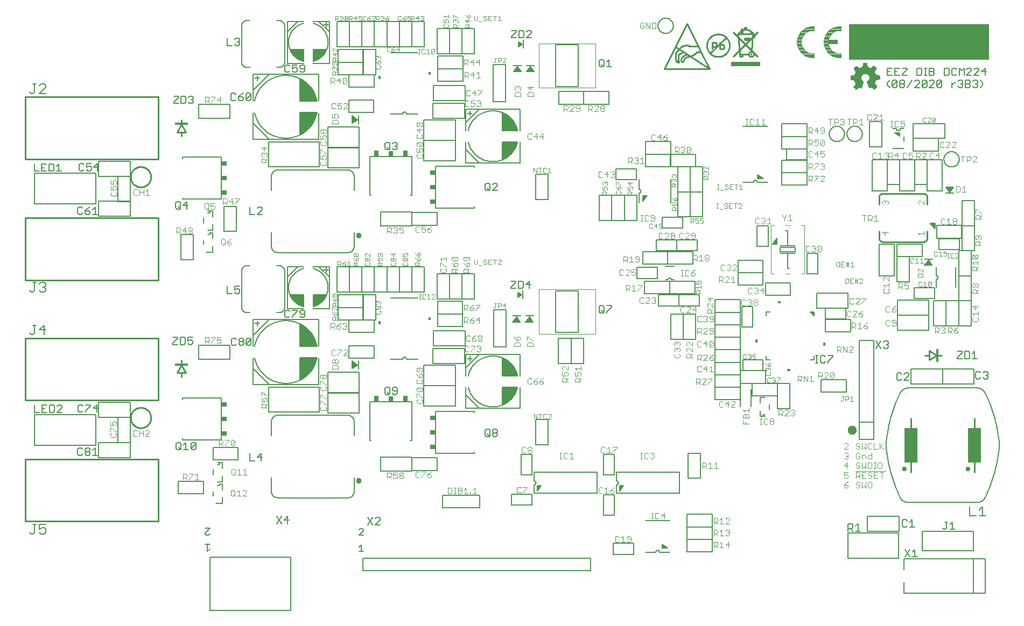
<source format=gto>
G75*
%MOIN*%
%OFA0B0*%
%FSLAX25Y25*%
%IPPOS*%
%LPD*%
%AMOC8*
5,1,8,0,0,1.08239X$1,22.5*
%
%ADD10R,0.01485X0.00015*%
%ADD11R,0.00045X0.00015*%
%ADD12R,0.00105X0.00015*%
%ADD13R,0.00165X0.00015*%
%ADD14R,0.00225X0.00015*%
%ADD15R,0.00285X0.00015*%
%ADD16R,0.00345X0.00015*%
%ADD17R,0.00405X0.00015*%
%ADD18R,0.00435X0.00015*%
%ADD19R,0.00465X0.00015*%
%ADD20R,0.00495X0.00015*%
%ADD21R,0.00540X0.00015*%
%ADD22R,0.00585X0.00015*%
%ADD23R,0.00645X0.00015*%
%ADD24R,0.00150X0.00015*%
%ADD25R,0.00675X0.00015*%
%ADD26R,0.00195X0.00015*%
%ADD27R,0.00705X0.00015*%
%ADD28R,0.00240X0.00015*%
%ADD29R,0.00735X0.00015*%
%ADD30R,0.00270X0.00015*%
%ADD31R,0.00765X0.00015*%
%ADD32R,0.00300X0.00015*%
%ADD33R,0.00810X0.00015*%
%ADD34R,0.00360X0.00015*%
%ADD35R,0.00855X0.00015*%
%ADD36R,0.00435X0.00015*%
%ADD37R,0.00915X0.00015*%
%ADD38R,0.00465X0.00015*%
%ADD39R,0.00945X0.00015*%
%ADD40R,0.00960X0.00015*%
%ADD41R,0.00525X0.00015*%
%ADD42R,0.00990X0.00015*%
%ADD43R,0.00555X0.00015*%
%ADD44R,0.01035X0.00015*%
%ADD45R,0.00600X0.00015*%
%ADD46R,0.01080X0.00015*%
%ADD47R,0.01125X0.00015*%
%ADD48R,0.01170X0.00015*%
%ADD49R,0.00720X0.00015*%
%ADD50R,0.01200X0.00015*%
%ADD51R,0.00750X0.00015*%
%ADD52R,0.01230X0.00015*%
%ADD53R,0.00780X0.00015*%
%ADD54R,0.01260X0.00015*%
%ADD55R,0.00810X0.00015*%
%ADD56R,0.01305X0.00015*%
%ADD57R,0.01365X0.00015*%
%ADD58R,0.00900X0.00015*%
%ADD59R,0.01395X0.00015*%
%ADD60R,0.01440X0.00015*%
%ADD61R,0.01470X0.00015*%
%ADD62R,0.01005X0.00015*%
%ADD63R,0.01500X0.00015*%
%ADD64R,0.01020X0.00015*%
%ADD65R,0.01530X0.00015*%
%ADD66R,0.01065X0.00015*%
%ADD67R,0.01575X0.00015*%
%ADD68R,0.01095X0.00015*%
%ADD69R,0.01635X0.00015*%
%ADD70R,0.01155X0.00015*%
%ADD71R,0.01680X0.00015*%
%ADD72R,0.01200X0.00015*%
%ADD73R,0.01710X0.00015*%
%ADD74R,0.01230X0.00015*%
%ADD75R,0.01725X0.00015*%
%ADD76R,0.01245X0.00015*%
%ADD77R,0.01755X0.00015*%
%ADD78R,0.01275X0.00015*%
%ADD79R,0.01800X0.00015*%
%ADD80R,0.01320X0.00015*%
%ADD81R,0.01860X0.00015*%
%ADD82R,0.01905X0.00015*%
%ADD83R,0.01410X0.00015*%
%ADD84R,0.01935X0.00015*%
%ADD85R,0.01455X0.00015*%
%ADD86R,0.01965X0.00015*%
%ADD87R,0.01485X0.00015*%
%ADD88R,0.01995X0.00015*%
%ADD89R,0.01515X0.00015*%
%ADD90R,0.02040X0.00015*%
%ADD91R,0.01530X0.00015*%
%ADD92R,0.02070X0.00015*%
%ADD93R,0.01575X0.00015*%
%ADD94R,0.02115X0.00015*%
%ADD95R,0.01620X0.00015*%
%ADD96R,0.02160X0.00015*%
%ADD97R,0.01665X0.00015*%
%ADD98R,0.02190X0.00015*%
%ADD99R,0.00075X0.00015*%
%ADD100R,0.01695X0.00015*%
%ADD101R,0.02220X0.00015*%
%ADD102R,0.00105X0.00015*%
%ADD103R,0.02235X0.00015*%
%ADD104R,0.00135X0.00015*%
%ADD105R,0.01755X0.00015*%
%ADD106R,0.02280X0.00015*%
%ADD107R,0.00180X0.00015*%
%ADD108R,0.01785X0.00015*%
%ADD109R,0.02340X0.00015*%
%ADD110R,0.00240X0.00015*%
%ADD111R,0.01830X0.00015*%
%ADD112R,0.02385X0.00015*%
%ADD113R,0.01890X0.00015*%
%ADD114R,0.02415X0.00015*%
%ADD115R,0.00330X0.00015*%
%ADD116R,0.00120X0.00015*%
%ADD117R,0.01920X0.00015*%
%ADD118R,0.02430X0.00015*%
%ADD119R,0.00375X0.00015*%
%ADD120R,0.02460X0.00015*%
%ADD121R,0.00405X0.00015*%
%ADD122R,0.00195X0.00015*%
%ADD123R,0.01965X0.00015*%
%ADD124R,0.02505X0.00015*%
%ADD125R,0.00210X0.00015*%
%ADD126R,0.02010X0.00015*%
%ADD127R,0.02535X0.00015*%
%ADD128R,0.00480X0.00015*%
%ADD129R,0.02580X0.00015*%
%ADD130R,0.00540X0.00015*%
%ADD131R,0.02085X0.00015*%
%ADD132R,0.02625X0.00015*%
%ADD133R,0.02130X0.00015*%
%ADD134R,0.02670X0.00015*%
%ADD135R,0.00630X0.00015*%
%ADD136R,0.02700X0.00015*%
%ADD137R,0.00660X0.00015*%
%ADD138R,0.00450X0.00015*%
%ADD139R,0.02190X0.00015*%
%ADD140R,0.02715X0.00015*%
%ADD141R,0.02205X0.00015*%
%ADD142R,0.02745X0.00015*%
%ADD143R,0.00510X0.00015*%
%ADD144R,0.02235X0.00015*%
%ADD145R,0.02775X0.00015*%
%ADD146R,0.02820X0.00015*%
%ADD147R,0.02310X0.00015*%
%ADD148R,0.02880X0.00015*%
%ADD149R,0.00855X0.00015*%
%ADD150R,0.02355X0.00015*%
%ADD151R,0.02895X0.00015*%
%ADD152R,0.00870X0.00015*%
%ADD153R,0.00660X0.00015*%
%ADD154R,0.02925X0.00015*%
%ADD155R,0.00690X0.00015*%
%ADD156R,0.02970X0.00015*%
%ADD157R,0.03000X0.00015*%
%ADD158R,0.00750X0.00015*%
%ADD159R,0.03045X0.00015*%
%ADD160R,0.01005X0.00015*%
%ADD161R,0.00780X0.00015*%
%ADD162R,0.02505X0.00015*%
%ADD163R,0.03090X0.00015*%
%ADD164R,0.01050X0.00015*%
%ADD165R,0.00825X0.00015*%
%ADD166R,0.02550X0.00015*%
%ADD167R,0.03135X0.00015*%
%ADD168R,0.01095X0.00015*%
%ADD169R,0.00870X0.00015*%
%ADD170R,0.03165X0.00015*%
%ADD171R,0.01125X0.00015*%
%ADD172R,0.02625X0.00015*%
%ADD173R,0.03195X0.00015*%
%ADD174R,0.01140X0.00015*%
%ADD175R,0.00930X0.00015*%
%ADD176R,0.02655X0.00015*%
%ADD177R,0.03210X0.00015*%
%ADD178R,0.00960X0.00015*%
%ADD179R,0.03240X0.00015*%
%ADD180R,0.02700X0.00015*%
%ADD181R,0.03285X0.00015*%
%ADD182R,0.01245X0.00015*%
%ADD183R,0.02745X0.00015*%
%ADD184R,0.03330X0.00015*%
%ADD185R,0.02790X0.00015*%
%ADD186R,0.03360X0.00015*%
%ADD187R,0.01110X0.00015*%
%ADD188R,0.02835X0.00015*%
%ADD189R,0.03390X0.00015*%
%ADD190R,0.01335X0.00015*%
%ADD191R,0.01140X0.00015*%
%ADD192R,0.02865X0.00015*%
%ADD193R,0.03420X0.00015*%
%ADD194R,0.01155X0.00015*%
%ADD195R,0.04905X0.00015*%
%ADD196R,0.04920X0.00015*%
%ADD197R,0.02940X0.00015*%
%ADD198R,0.04950X0.00015*%
%ADD199R,0.02985X0.00015*%
%ADD200R,0.04965X0.00015*%
%ADD201R,0.01275X0.00015*%
%ADD202R,0.03015X0.00015*%
%ADD203R,0.04980X0.00015*%
%ADD204R,0.03045X0.00015*%
%ADD205R,0.05010X0.00015*%
%ADD206R,0.01335X0.00015*%
%ADD207R,0.03075X0.00015*%
%ADD208R,0.01350X0.00015*%
%ADD209R,0.03105X0.00015*%
%ADD210R,0.05040X0.00015*%
%ADD211R,0.01380X0.00015*%
%ADD212R,0.05040X0.00015*%
%ADD213R,0.01410X0.00015*%
%ADD214R,0.03180X0.00015*%
%ADD215R,0.05070X0.00015*%
%ADD216R,0.03225X0.00015*%
%ADD217R,0.03255X0.00015*%
%ADD218R,0.05085X0.00015*%
%ADD219R,0.01515X0.00015*%
%ADD220R,0.03300X0.00015*%
%ADD221R,0.05100X0.00015*%
%ADD222R,0.04935X0.00015*%
%ADD223R,0.05115X0.00015*%
%ADD224R,0.04995X0.00015*%
%ADD225R,0.05130X0.00015*%
%ADD226R,0.05010X0.00015*%
%ADD227R,0.05130X0.00015*%
%ADD228R,0.05010X0.00015*%
%ADD229R,0.05025X0.00015*%
%ADD230R,0.05040X0.00015*%
%ADD231R,0.05055X0.00015*%
%ADD232R,0.05130X0.00015*%
%ADD233R,0.05085X0.00015*%
%ADD234R,0.05115X0.00015*%
%ADD235R,0.05145X0.00015*%
%ADD236R,0.05160X0.00015*%
%ADD237R,0.05130X0.00015*%
%ADD238R,0.05190X0.00015*%
%ADD239R,0.05190X0.00015*%
%ADD240R,0.05205X0.00015*%
%ADD241R,0.05220X0.00015*%
%ADD242R,0.05070X0.00015*%
%ADD243R,0.05085X0.00015*%
%ADD244R,0.05205X0.00015*%
%ADD245R,0.05220X0.00015*%
%ADD246R,0.05055X0.00015*%
%ADD247R,0.05025X0.00015*%
%ADD248R,0.05205X0.00015*%
%ADD249R,0.05025X0.00015*%
%ADD250R,0.05190X0.00015*%
%ADD251R,0.05190X0.00015*%
%ADD252R,0.04995X0.00015*%
%ADD253R,0.05175X0.00015*%
%ADD254R,0.04950X0.00015*%
%ADD255R,0.05145X0.00015*%
%ADD256R,0.05145X0.00015*%
%ADD257R,0.04920X0.00015*%
%ADD258R,0.04905X0.00015*%
%ADD259R,0.04905X0.00015*%
%ADD260R,0.05115X0.00015*%
%ADD261R,0.04890X0.00015*%
%ADD262R,0.04890X0.00015*%
%ADD263R,0.04875X0.00015*%
%ADD264R,0.04845X0.00015*%
%ADD265R,0.04830X0.00015*%
%ADD266R,0.04830X0.00015*%
%ADD267R,0.05070X0.00015*%
%ADD268R,0.04830X0.00015*%
%ADD269R,0.04815X0.00015*%
%ADD270R,0.04800X0.00015*%
%ADD271R,0.04800X0.00015*%
%ADD272R,0.05010X0.00015*%
%ADD273R,0.04785X0.00015*%
%ADD274R,0.04770X0.00015*%
%ADD275R,0.04770X0.00015*%
%ADD276R,0.04755X0.00015*%
%ADD277R,0.04740X0.00015*%
%ADD278R,0.04725X0.00015*%
%ADD279R,0.04725X0.00015*%
%ADD280R,0.04980X0.00015*%
%ADD281R,0.04710X0.00015*%
%ADD282R,0.04725X0.00015*%
%ADD283R,0.04710X0.00015*%
%ADD284R,0.04695X0.00015*%
%ADD285R,0.04680X0.00015*%
%ADD286R,0.04695X0.00015*%
%ADD287R,0.04680X0.00015*%
%ADD288R,0.04905X0.00015*%
%ADD289R,0.04665X0.00015*%
%ADD290R,0.04650X0.00015*%
%ADD291R,0.04635X0.00015*%
%ADD292R,0.04620X0.00015*%
%ADD293R,0.04620X0.00015*%
%ADD294R,0.04890X0.00015*%
%ADD295R,0.04605X0.00015*%
%ADD296R,0.04605X0.00015*%
%ADD297R,0.04590X0.00015*%
%ADD298R,0.04845X0.00015*%
%ADD299R,0.04575X0.00015*%
%ADD300R,0.04590X0.00015*%
%ADD301R,0.04575X0.00015*%
%ADD302R,0.04845X0.00015*%
%ADD303R,0.04560X0.00015*%
%ADD304R,0.04545X0.00015*%
%ADD305R,0.04530X0.00015*%
%ADD306R,0.04515X0.00015*%
%ADD307R,0.04530X0.00015*%
%ADD308R,0.04500X0.00015*%
%ADD309R,0.04515X0.00015*%
%ADD310R,0.04785X0.00015*%
%ADD311R,0.04485X0.00015*%
%ADD312R,0.04755X0.00015*%
%ADD313R,0.04470X0.00015*%
%ADD314R,0.04740X0.00015*%
%ADD315R,0.04485X0.00015*%
%ADD316R,0.04755X0.00015*%
%ADD317R,0.04545X0.00015*%
%ADD318R,0.04695X0.00015*%
%ADD319R,0.04680X0.00015*%
%ADD320R,0.04665X0.00015*%
%ADD321R,0.04725X0.00015*%
%ADD322R,0.04680X0.00015*%
%ADD323R,0.04860X0.00015*%
%ADD324R,0.04740X0.00015*%
%ADD325R,0.04875X0.00015*%
%ADD326R,0.04965X0.00015*%
%ADD327R,0.04860X0.00015*%
%ADD328R,0.04995X0.00015*%
%ADD329R,0.04875X0.00015*%
%ADD330R,0.04980X0.00015*%
%ADD331R,0.05235X0.00015*%
%ADD332R,0.05235X0.00015*%
%ADD333R,0.05250X0.00015*%
%ADD334R,0.05280X0.00015*%
%ADD335R,0.05295X0.00015*%
%ADD336R,0.05325X0.00015*%
%ADD337R,0.05340X0.00015*%
%ADD338R,0.05235X0.00015*%
%ADD339R,0.05355X0.00015*%
%ADD340R,0.05370X0.00015*%
%ADD341R,0.05265X0.00015*%
%ADD342R,0.05370X0.00015*%
%ADD343R,0.05280X0.00015*%
%ADD344R,0.05385X0.00015*%
%ADD345R,0.05295X0.00015*%
%ADD346R,0.05400X0.00015*%
%ADD347R,0.05415X0.00015*%
%ADD348R,0.05310X0.00015*%
%ADD349R,0.05430X0.00015*%
%ADD350R,0.05445X0.00015*%
%ADD351R,0.05460X0.00015*%
%ADD352R,0.05355X0.00015*%
%ADD353R,0.05475X0.00015*%
%ADD354R,0.05505X0.00015*%
%ADD355R,0.05520X0.00015*%
%ADD356R,0.05535X0.00015*%
%ADD357R,0.05550X0.00015*%
%ADD358R,0.05550X0.00015*%
%ADD359R,0.05475X0.00015*%
%ADD360R,0.05490X0.00015*%
%ADD361R,0.05475X0.00015*%
%ADD362R,0.05385X0.00015*%
%ADD363R,0.05370X0.00015*%
%ADD364R,0.05325X0.00015*%
%ADD365R,0.05310X0.00015*%
%ADD366R,0.05265X0.00015*%
%ADD367R,0.05175X0.00015*%
%ADD368R,0.04980X0.00015*%
%ADD369R,0.04965X0.00015*%
%ADD370R,0.04860X0.00015*%
%ADD371R,0.04845X0.00015*%
%ADD372R,0.04815X0.00015*%
%ADD373R,0.04770X0.00015*%
%ADD374R,0.05295X0.00015*%
%ADD375R,0.04635X0.00015*%
%ADD376R,0.05610X0.00015*%
%ADD377R,0.05700X0.00015*%
%ADD378R,0.05760X0.00015*%
%ADD379R,0.05805X0.00015*%
%ADD380R,0.05850X0.00015*%
%ADD381R,0.05895X0.00015*%
%ADD382R,0.06000X0.00015*%
%ADD383R,0.06135X0.00015*%
%ADD384R,0.06225X0.00015*%
%ADD385R,0.06300X0.00015*%
%ADD386R,0.06330X0.00015*%
%ADD387R,0.06375X0.00015*%
%ADD388R,0.06450X0.00015*%
%ADD389R,0.06570X0.00015*%
%ADD390R,0.05565X0.00015*%
%ADD391R,0.06690X0.00015*%
%ADD392R,0.06735X0.00015*%
%ADD393R,0.05790X0.00015*%
%ADD394R,0.06765X0.00015*%
%ADD395R,0.05850X0.00015*%
%ADD396R,0.06780X0.00015*%
%ADD397R,0.05895X0.00015*%
%ADD398R,0.06795X0.00015*%
%ADD399R,0.05955X0.00015*%
%ADD400R,0.06810X0.00015*%
%ADD401R,0.06060X0.00015*%
%ADD402R,0.06195X0.00015*%
%ADD403R,0.06825X0.00015*%
%ADD404R,0.06330X0.00015*%
%ADD405R,0.06840X0.00015*%
%ADD406R,0.06390X0.00015*%
%ADD407R,0.06495X0.00015*%
%ADD408R,0.06840X0.00015*%
%ADD409R,0.06555X0.00015*%
%ADD410R,0.06825X0.00015*%
%ADD411R,0.06645X0.00015*%
%ADD412R,0.06825X0.00015*%
%ADD413R,0.06705X0.00015*%
%ADD414R,0.06705X0.00015*%
%ADD415R,0.06810X0.00015*%
%ADD416R,0.06720X0.00015*%
%ADD417R,0.06795X0.00015*%
%ADD418R,0.06750X0.00015*%
%ADD419R,0.06765X0.00015*%
%ADD420R,0.06795X0.00015*%
%ADD421R,0.06780X0.00015*%
%ADD422R,0.06780X0.00015*%
%ADD423R,0.06750X0.00015*%
%ADD424R,0.06720X0.00015*%
%ADD425R,0.06720X0.00015*%
%ADD426R,0.06705X0.00015*%
%ADD427R,0.06705X0.00015*%
%ADD428R,0.06690X0.00015*%
%ADD429R,0.06675X0.00015*%
%ADD430R,0.06690X0.00015*%
%ADD431R,0.06675X0.00015*%
%ADD432R,0.06675X0.00015*%
%ADD433R,0.06660X0.00015*%
%ADD434R,0.06675X0.00015*%
%ADD435R,0.06660X0.00015*%
%ADD436R,0.06660X0.00015*%
%ADD437R,0.06645X0.00015*%
%ADD438R,0.06630X0.00015*%
%ADD439R,0.06660X0.00015*%
%ADD440R,0.06630X0.00015*%
%ADD441R,0.06645X0.00015*%
%ADD442R,0.06735X0.00015*%
%ADD443R,0.06765X0.00015*%
%ADD444R,0.06780X0.00015*%
%ADD445R,0.06825X0.00015*%
%ADD446R,0.06855X0.00015*%
%ADD447R,0.06855X0.00015*%
%ADD448R,0.06870X0.00015*%
%ADD449R,0.06885X0.00015*%
%ADD450R,0.06525X0.00015*%
%ADD451R,0.06405X0.00015*%
%ADD452R,0.06255X0.00015*%
%ADD453R,0.06165X0.00015*%
%ADD454R,0.06870X0.00015*%
%ADD455R,0.06120X0.00015*%
%ADD456R,0.06885X0.00015*%
%ADD457R,0.06060X0.00015*%
%ADD458R,0.06015X0.00015*%
%ADD459R,0.05910X0.00015*%
%ADD460R,0.05670X0.00015*%
%ADD461R,0.05595X0.00015*%
%ADD462R,0.06585X0.00015*%
%ADD463R,0.05160X0.00015*%
%ADD464R,0.06390X0.00015*%
%ADD465R,0.05025X0.00015*%
%ADD466R,0.06330X0.00015*%
%ADD467R,0.06075X0.00015*%
%ADD468R,0.05820X0.00015*%
%ADD469R,0.05775X0.00015*%
%ADD470R,0.05685X0.00015*%
%ADD471R,0.05460X0.00015*%
%ADD472R,0.04860X0.00015*%
%ADD473R,0.04935X0.00015*%
%ADD474R,0.05160X0.00015*%
%ADD475R,0.05325X0.00015*%
%ADD476R,0.05340X0.00015*%
%ADD477R,0.05355X0.00015*%
%ADD478R,0.05430X0.00015*%
%ADD479R,0.05535X0.00015*%
%ADD480R,0.05595X0.00015*%
%ADD481R,0.05640X0.00015*%
%ADD482R,0.05640X0.00015*%
%ADD483R,0.05670X0.00015*%
%ADD484R,0.05685X0.00015*%
%ADD485R,0.05700X0.00015*%
%ADD486R,0.05715X0.00015*%
%ADD487R,0.05715X0.00015*%
%ADD488R,0.05730X0.00015*%
%ADD489R,0.05745X0.00015*%
%ADD490R,0.05760X0.00015*%
%ADD491R,0.06000X0.00015*%
%ADD492R,0.06105X0.00015*%
%ADD493R,0.06180X0.00015*%
%ADD494R,0.06210X0.00015*%
%ADD495R,0.12690X0.00015*%
%ADD496R,0.12675X0.00015*%
%ADD497R,0.12660X0.00015*%
%ADD498R,0.12660X0.00015*%
%ADD499R,0.12645X0.00015*%
%ADD500R,0.12615X0.00015*%
%ADD501R,0.12600X0.00015*%
%ADD502R,0.12585X0.00015*%
%ADD503R,0.12555X0.00015*%
%ADD504R,0.12540X0.00015*%
%ADD505R,0.12525X0.00015*%
%ADD506R,0.12510X0.00015*%
%ADD507R,0.12510X0.00015*%
%ADD508R,0.12480X0.00015*%
%ADD509R,0.12450X0.00015*%
%ADD510R,0.12435X0.00015*%
%ADD511R,0.12420X0.00015*%
%ADD512R,0.12390X0.00015*%
%ADD513R,0.12375X0.00015*%
%ADD514R,0.12360X0.00015*%
%ADD515R,0.12330X0.00015*%
%ADD516R,0.12300X0.00015*%
%ADD517R,0.12285X0.00015*%
%ADD518R,0.12270X0.00015*%
%ADD519R,0.12255X0.00015*%
%ADD520R,0.12240X0.00015*%
%ADD521R,0.12225X0.00015*%
%ADD522R,0.12195X0.00015*%
%ADD523R,0.12165X0.00015*%
%ADD524R,0.12150X0.00015*%
%ADD525R,0.12135X0.00015*%
%ADD526R,0.12120X0.00015*%
%ADD527R,0.12090X0.00015*%
%ADD528R,0.12075X0.00015*%
%ADD529R,0.12060X0.00015*%
%ADD530R,0.12045X0.00015*%
%ADD531R,0.12015X0.00015*%
%ADD532R,0.12000X0.00015*%
%ADD533R,0.11985X0.00015*%
%ADD534R,0.11955X0.00015*%
%ADD535R,0.11940X0.00015*%
%ADD536R,0.11925X0.00015*%
%ADD537R,0.11910X0.00015*%
%ADD538R,0.11910X0.00015*%
%ADD539R,0.11880X0.00015*%
%ADD540R,0.11850X0.00015*%
%ADD541R,0.11835X0.00015*%
%ADD542R,0.11805X0.00015*%
%ADD543R,0.11775X0.00015*%
%ADD544R,0.11760X0.00015*%
%ADD545R,0.11745X0.00015*%
%ADD546R,0.11730X0.00015*%
%ADD547R,0.11700X0.00015*%
%ADD548R,0.11700X0.00015*%
%ADD549R,0.11685X0.00015*%
%ADD550R,0.11655X0.00015*%
%ADD551R,0.11640X0.00015*%
%ADD552R,0.11625X0.00015*%
%ADD553R,0.11625X0.00015*%
%ADD554R,0.11670X0.00015*%
%ADD555R,0.11715X0.00015*%
%ADD556R,0.11790X0.00015*%
%ADD557R,0.11820X0.00015*%
%ADD558R,0.11820X0.00015*%
%ADD559R,0.11880X0.00015*%
%ADD560R,0.11895X0.00015*%
%ADD561R,0.11970X0.00015*%
%ADD562R,0.12045X0.00015*%
%ADD563R,0.12075X0.00015*%
%ADD564R,0.12105X0.00015*%
%ADD565R,0.12135X0.00015*%
%ADD566R,0.12165X0.00015*%
%ADD567R,0.12180X0.00015*%
%ADD568R,0.12195X0.00015*%
%ADD569R,0.12210X0.00015*%
%ADD570R,0.12225X0.00015*%
%ADD571R,0.12255X0.00015*%
%ADD572R,0.12360X0.00015*%
%ADD573R,0.12390X0.00015*%
%ADD574R,0.12405X0.00015*%
%ADD575R,0.12435X0.00015*%
%ADD576R,0.12480X0.00015*%
%ADD577R,0.12480X0.00015*%
%ADD578R,0.12510X0.00015*%
%ADD579R,0.12570X0.00015*%
%ADD580R,0.12630X0.00015*%
%ADD581R,0.12675X0.00015*%
%ADD582R,0.12705X0.00015*%
%ADD583R,0.12735X0.00015*%
%ADD584R,0.12750X0.00015*%
%ADD585R,0.12780X0.00015*%
%ADD586R,0.12795X0.00015*%
%ADD587R,0.12810X0.00015*%
%ADD588R,0.12840X0.00015*%
%ADD589R,0.12855X0.00015*%
%ADD590R,0.12885X0.00015*%
%ADD591R,0.12900X0.00015*%
%ADD592R,0.12915X0.00015*%
%ADD593R,0.12945X0.00015*%
%ADD594R,0.12960X0.00015*%
%ADD595R,0.12990X0.00015*%
%ADD596R,0.13005X0.00015*%
%ADD597R,0.13020X0.00015*%
%ADD598R,0.13035X0.00015*%
%ADD599R,0.13065X0.00015*%
%ADD600R,0.13080X0.00015*%
%ADD601R,0.13110X0.00015*%
%ADD602R,0.13125X0.00015*%
%ADD603R,0.13155X0.00015*%
%ADD604R,0.13170X0.00015*%
%ADD605R,0.13200X0.00015*%
%ADD606R,0.13230X0.00015*%
%ADD607R,0.13260X0.00015*%
%ADD608R,0.13290X0.00015*%
%ADD609R,0.13320X0.00015*%
%ADD610R,0.13350X0.00015*%
%ADD611R,0.13365X0.00015*%
%ADD612R,0.13395X0.00015*%
%ADD613R,0.13425X0.00015*%
%ADD614R,0.13455X0.00015*%
%ADD615R,0.13470X0.00015*%
%ADD616R,0.13500X0.00015*%
%ADD617R,0.13530X0.00015*%
%ADD618R,0.13560X0.00015*%
%ADD619R,0.13575X0.00015*%
%ADD620R,0.13605X0.00015*%
%ADD621R,0.13635X0.00015*%
%ADD622R,0.13650X0.00015*%
%ADD623R,0.13680X0.00015*%
%ADD624R,0.13695X0.00015*%
%ADD625R,0.13725X0.00015*%
%ADD626R,0.13740X0.00015*%
%ADD627R,0.13770X0.00015*%
%ADD628R,0.13785X0.00015*%
%ADD629R,0.13800X0.00015*%
%ADD630R,0.13830X0.00015*%
%ADD631R,0.13860X0.00015*%
%ADD632R,0.13875X0.00015*%
%ADD633R,0.13905X0.00015*%
%ADD634R,0.13935X0.00015*%
%ADD635R,0.13950X0.00015*%
%ADD636R,0.13980X0.00015*%
%ADD637R,0.14010X0.00015*%
%ADD638R,0.14025X0.00015*%
%ADD639R,0.14055X0.00015*%
%ADD640R,0.14070X0.00015*%
%ADD641R,0.14085X0.00015*%
%ADD642R,0.14115X0.00015*%
%ADD643R,0.14145X0.00015*%
%ADD644R,0.14160X0.00015*%
%ADD645R,0.14190X0.00015*%
%ADD646R,0.14205X0.00015*%
%ADD647R,0.14220X0.00015*%
%ADD648R,0.14235X0.00015*%
%ADD649R,0.14265X0.00015*%
%ADD650R,0.14280X0.00015*%
%ADD651R,0.14295X0.00015*%
%ADD652R,0.14295X0.00015*%
%ADD653R,0.14250X0.00015*%
%ADD654R,0.14205X0.00015*%
%ADD655R,0.14175X0.00015*%
%ADD656R,0.14160X0.00015*%
%ADD657R,0.14130X0.00015*%
%ADD658R,0.14100X0.00015*%
%ADD659R,0.14040X0.00015*%
%ADD660R,0.14010X0.00015*%
%ADD661R,0.03465X0.00015*%
%ADD662R,0.10440X0.00015*%
%ADD663R,0.03420X0.00015*%
%ADD664R,0.10395X0.00015*%
%ADD665R,0.03375X0.00015*%
%ADD666R,0.10335X0.00015*%
%ADD667R,0.03570X0.00015*%
%ADD668R,0.06600X0.00015*%
%ADD669R,0.03525X0.00015*%
%ADD670R,0.03270X0.00015*%
%ADD671R,0.03495X0.00015*%
%ADD672R,0.03210X0.00015*%
%ADD673R,0.06480X0.00015*%
%ADD674R,0.03435X0.00015*%
%ADD675R,0.03165X0.00015*%
%ADD676R,0.03390X0.00015*%
%ADD677R,0.03120X0.00015*%
%ADD678R,0.06315X0.00015*%
%ADD679R,0.03345X0.00015*%
%ADD680R,0.03090X0.00015*%
%ADD681R,0.03075X0.00015*%
%ADD682R,0.06225X0.00015*%
%ADD683R,0.03270X0.00015*%
%ADD684R,0.06180X0.00015*%
%ADD685R,0.02970X0.00015*%
%ADD686R,0.06075X0.00015*%
%ADD687R,0.03195X0.00015*%
%ADD688R,0.02925X0.00015*%
%ADD689R,0.05985X0.00015*%
%ADD690R,0.03135X0.00015*%
%ADD691R,0.02850X0.00015*%
%ADD692R,0.05835X0.00015*%
%ADD693R,0.03030X0.00015*%
%ADD694R,0.02805X0.00015*%
%ADD695R,0.02730X0.00015*%
%ADD696R,0.05625X0.00015*%
%ADD697R,0.02925X0.00015*%
%ADD698R,0.02640X0.00015*%
%ADD699R,0.02595X0.00015*%
%ADD700R,0.02565X0.00015*%
%ADD701R,0.02760X0.00015*%
%ADD702R,0.02520X0.00015*%
%ADD703R,0.02730X0.00015*%
%ADD704R,0.02475X0.00015*%
%ADD705R,0.02685X0.00015*%
%ADD706R,0.02445X0.00015*%
%ADD707R,0.02400X0.00015*%
%ADD708R,0.02370X0.00015*%
%ADD709R,0.02565X0.00015*%
%ADD710R,0.02340X0.00015*%
%ADD711R,0.02325X0.00015*%
%ADD712R,0.02505X0.00015*%
%ADD713R,0.02280X0.00015*%
%ADD714R,0.02460X0.00015*%
%ADD715R,0.04560X0.00015*%
%ADD716R,0.02190X0.00015*%
%ADD717R,0.04440X0.00015*%
%ADD718R,0.02370X0.00015*%
%ADD719R,0.02145X0.00015*%
%ADD720R,0.04365X0.00015*%
%ADD721R,0.04320X0.00015*%
%ADD722R,0.02310X0.00015*%
%ADD723R,0.02100X0.00015*%
%ADD724R,0.04260X0.00015*%
%ADD725R,0.04200X0.00015*%
%ADD726R,0.02265X0.00015*%
%ADD727R,0.02040X0.00015*%
%ADD728R,0.04095X0.00015*%
%ADD729R,0.02220X0.00015*%
%ADD730R,0.03915X0.00015*%
%ADD731R,0.02175X0.00015*%
%ADD732R,0.03765X0.00015*%
%ADD733R,0.03675X0.00015*%
%ADD734R,0.01890X0.00015*%
%ADD735R,0.03615X0.00015*%
%ADD736R,0.02055X0.00015*%
%ADD737R,0.01860X0.00015*%
%ADD738R,0.03555X0.00015*%
%ADD739R,0.01815X0.00015*%
%ADD740R,0.03450X0.00015*%
%ADD741R,0.01725X0.00015*%
%ADD742R,0.03315X0.00015*%
%ADD743R,0.01905X0.00015*%
%ADD744R,0.01680X0.00015*%
%ADD745R,0.01650X0.00015*%
%ADD746R,0.01620X0.00015*%
%ADD747R,0.01590X0.00015*%
%ADD748R,0.01770X0.00015*%
%ADD749R,0.01560X0.00015*%
%ADD750R,0.03240X0.00015*%
%ADD751R,0.01740X0.00015*%
%ADD752R,0.01665X0.00015*%
%ADD753R,0.01455X0.00015*%
%ADD754R,0.01635X0.00015*%
%ADD755R,0.01410X0.00015*%
%ADD756R,0.01395X0.00015*%
%ADD757R,0.01365X0.00015*%
%ADD758R,0.01335X0.00015*%
%ADD759R,0.01290X0.00015*%
%ADD760R,0.03210X0.00015*%
%ADD761R,0.01455X0.00015*%
%ADD762R,0.01185X0.00015*%
%ADD763R,0.01290X0.00015*%
%ADD764R,0.01110X0.00015*%
%ADD765R,0.01260X0.00015*%
%ADD766R,0.03180X0.00015*%
%ADD767R,0.00975X0.00015*%
%ADD768R,0.03150X0.00015*%
%ADD769R,0.00885X0.00015*%
%ADD770R,0.03150X0.00015*%
%ADD771R,0.01050X0.00015*%
%ADD772R,0.00795X0.00015*%
%ADD773R,0.00885X0.00015*%
%ADD774R,0.00690X0.00015*%
%ADD775R,0.00840X0.00015*%
%ADD776R,0.00570X0.00015*%
%ADD777R,0.00525X0.00015*%
%ADD778R,0.03105X0.00015*%
%ADD779R,0.00660X0.00015*%
%ADD780R,0.00615X0.00015*%
%ADD781R,0.00420X0.00015*%
%ADD782R,0.00555X0.00015*%
%ADD783R,0.00390X0.00015*%
%ADD784R,0.00525X0.00015*%
%ADD785R,0.00360X0.00015*%
%ADD786R,0.00495X0.00015*%
%ADD787R,0.03075X0.00015*%
%ADD788R,0.00450X0.00015*%
%ADD789R,0.00225X0.00015*%
%ADD790R,0.00345X0.00015*%
%ADD791R,0.00255X0.00015*%
%ADD792R,0.03060X0.00015*%
%ADD793R,0.00180X0.00015*%
%ADD794R,0.00075X0.00015*%
%ADD795R,0.03000X0.00015*%
%ADD796R,0.02955X0.00015*%
%ADD797R,0.02940X0.00015*%
%ADD798R,0.02940X0.00015*%
%ADD799R,0.02910X0.00015*%
%ADD800R,0.02910X0.00015*%
%ADD801R,0.02865X0.00015*%
%ADD802R,0.02805X0.00015*%
%ADD803R,0.02775X0.00015*%
%ADD804R,0.02760X0.00015*%
%ADD805R,0.02655X0.00015*%
%ADD806R,0.02640X0.00015*%
%ADD807R,0.02610X0.00015*%
%ADD808R,0.02595X0.00015*%
%ADD809R,0.02535X0.00015*%
%ADD810R,0.02475X0.00015*%
%ADD811R,0.02175X0.00015*%
%ADD812R,0.01575X0.00015*%
%ADD813C,0.00500*%
%ADD814R,0.87000X0.22250*%
%ADD815C,0.00400*%
%ADD816C,0.02600*%
%ADD817C,0.00800*%
%ADD818C,0.00600*%
%ADD819C,0.01000*%
%ADD820R,0.18000X0.03000*%
%ADD821C,0.00300*%
%ADD822R,0.07874X0.21654*%
%ADD823C,0.01378*%
%ADD824C,0.00700*%
%ADD825C,0.00100*%
%ADD826R,0.03268X0.02992*%
%ADD827R,0.03583X0.02992*%
%ADD828R,0.02992X0.03268*%
%ADD829R,0.02992X0.03583*%
%ADD830C,0.01500*%
%ADD831R,0.01181X0.08268*%
%ADD832R,0.05512X0.00787*%
%ADD833R,0.08268X0.01181*%
%ADD834C,0.00200*%
%ADD835R,0.00787X0.05512*%
%ADD836R,0.06152X0.02953*%
%ADD837C,0.00394*%
%ADD838C,0.00787*%
D10*
X0704827Y0359475D03*
D11*
X0701937Y0353765D03*
X0710142Y0354635D03*
X0713322Y0353930D03*
D12*
X0701937Y0353780D03*
D13*
X0701937Y0353795D03*
D14*
X0701937Y0353810D03*
D15*
X0701937Y0353825D03*
X0702027Y0368210D03*
D16*
X0701937Y0353840D03*
X0710187Y0354725D03*
D17*
X0710202Y0354740D03*
X0701937Y0353855D03*
D18*
X0701937Y0353870D03*
D19*
X0701937Y0353885D03*
D20*
X0701937Y0353900D03*
X0713322Y0354065D03*
D21*
X0701944Y0353915D03*
D22*
X0701952Y0353930D03*
X0704967Y0354740D03*
X0710277Y0354830D03*
D23*
X0710292Y0354845D03*
X0713307Y0354125D03*
X0701952Y0353945D03*
D24*
X0710134Y0354665D03*
X0713329Y0353945D03*
D25*
X0713307Y0354140D03*
X0704937Y0354785D03*
X0701952Y0353960D03*
D26*
X0713322Y0353960D03*
D27*
X0710322Y0354890D03*
X0704922Y0354800D03*
X0701952Y0353975D03*
D28*
X0713329Y0353975D03*
D29*
X0701952Y0353990D03*
D30*
X0710164Y0354710D03*
X0713329Y0353990D03*
D31*
X0704907Y0354815D03*
X0701952Y0354005D03*
D32*
X0705064Y0354635D03*
X0713329Y0354005D03*
X0712954Y0368255D03*
D33*
X0701959Y0354020D03*
D34*
X0713329Y0354020D03*
D35*
X0713292Y0354215D03*
X0701967Y0354035D03*
D36*
X0705027Y0354695D03*
X0710217Y0354755D03*
X0713322Y0354035D03*
D37*
X0710382Y0354965D03*
X0704847Y0354890D03*
X0701967Y0354050D03*
X0702057Y0367955D03*
D38*
X0702042Y0368135D03*
X0713322Y0354050D03*
D39*
X0713292Y0354245D03*
X0704832Y0354905D03*
X0701967Y0354065D03*
X0707352Y0370130D03*
X0712932Y0368015D03*
D40*
X0701974Y0354080D03*
D41*
X0713322Y0354080D03*
D42*
X0713284Y0354260D03*
X0710404Y0355010D03*
X0701974Y0354095D03*
X0712924Y0368000D03*
D43*
X0713322Y0354095D03*
D44*
X0701982Y0354110D03*
D45*
X0713314Y0354110D03*
X0702049Y0368090D03*
D46*
X0712924Y0367955D03*
X0710434Y0355040D03*
X0701974Y0354125D03*
D47*
X0701982Y0354140D03*
D48*
X0701989Y0354155D03*
X0704764Y0354995D03*
X0710464Y0355100D03*
X0712909Y0367925D03*
D49*
X0712939Y0368105D03*
X0713299Y0354155D03*
D50*
X0701989Y0354170D03*
D51*
X0713299Y0354170D03*
D52*
X0701989Y0354185D03*
X0702079Y0367835D03*
X0712909Y0367910D03*
D53*
X0712939Y0368075D03*
X0713299Y0354185D03*
D54*
X0701989Y0354200D03*
D55*
X0704884Y0354830D03*
X0713299Y0354200D03*
X0712939Y0368060D03*
D56*
X0710517Y0355160D03*
X0701997Y0354215D03*
D57*
X0701997Y0354230D03*
X0704697Y0355085D03*
X0713262Y0354425D03*
D58*
X0713285Y0354230D03*
X0704854Y0354875D03*
D59*
X0701997Y0354245D03*
D60*
X0702004Y0354260D03*
D61*
X0702004Y0354275D03*
X0710554Y0355250D03*
D62*
X0713277Y0354275D03*
D63*
X0702004Y0354290D03*
X0702094Y0367730D03*
X0712894Y0367805D03*
D64*
X0712924Y0367985D03*
X0702064Y0367925D03*
X0713284Y0354290D03*
D65*
X0702004Y0354305D03*
D66*
X0713277Y0354305D03*
D67*
X0702012Y0354320D03*
D68*
X0713277Y0354320D03*
D69*
X0702012Y0354335D03*
D70*
X0713277Y0354335D03*
D71*
X0702019Y0354350D03*
D72*
X0704764Y0355010D03*
X0710479Y0355115D03*
X0713270Y0354350D03*
D73*
X0702019Y0354365D03*
D74*
X0713269Y0354365D03*
D75*
X0713232Y0354575D03*
X0702027Y0354380D03*
D76*
X0713262Y0354380D03*
D77*
X0702027Y0354395D03*
D78*
X0704727Y0355040D03*
X0713262Y0354395D03*
D79*
X0702020Y0354410D03*
X0712879Y0367685D03*
D80*
X0712910Y0367865D03*
X0713254Y0354410D03*
X0704719Y0355055D03*
D81*
X0702034Y0354425D03*
D82*
X0702042Y0354440D03*
X0702117Y0367565D03*
D83*
X0713254Y0354440D03*
D84*
X0713217Y0354665D03*
X0702042Y0354455D03*
X0702117Y0367550D03*
X0707532Y0370100D03*
D85*
X0710547Y0355235D03*
X0713247Y0354455D03*
D86*
X0702042Y0354470D03*
D87*
X0713247Y0354470D03*
D88*
X0702042Y0354485D03*
X0702117Y0367535D03*
D89*
X0713247Y0354485D03*
D90*
X0713209Y0354710D03*
X0702049Y0354500D03*
X0712864Y0367595D03*
D91*
X0712894Y0367790D03*
X0713239Y0354500D03*
D92*
X0702049Y0354515D03*
X0702124Y0367505D03*
D93*
X0713247Y0354515D03*
D94*
X0702057Y0354530D03*
D95*
X0713239Y0354530D03*
D96*
X0713194Y0354755D03*
X0702064Y0354545D03*
D97*
X0713232Y0354545D03*
D98*
X0702064Y0354560D03*
D99*
X0705117Y0354560D03*
D100*
X0713232Y0354560D03*
D101*
X0702064Y0354575D03*
D102*
X0705117Y0354575D03*
D103*
X0702072Y0354590D03*
X0702132Y0367430D03*
X0707547Y0370055D03*
D104*
X0705117Y0354590D03*
D105*
X0713232Y0354590D03*
D106*
X0713179Y0354815D03*
X0702079Y0354605D03*
D107*
X0705094Y0354605D03*
D108*
X0713232Y0354605D03*
X0702102Y0367625D03*
D109*
X0702079Y0354620D03*
D110*
X0705079Y0354620D03*
D111*
X0713224Y0354620D03*
X0712879Y0367670D03*
D112*
X0713172Y0354860D03*
X0702087Y0354635D03*
D113*
X0713224Y0354635D03*
D114*
X0713172Y0354875D03*
X0702087Y0354650D03*
X0712827Y0367430D03*
D115*
X0702035Y0368195D03*
X0705049Y0354650D03*
D116*
X0710134Y0354650D03*
X0702034Y0368240D03*
D117*
X0713224Y0354650D03*
D118*
X0713164Y0354890D03*
X0702094Y0354665D03*
X0707539Y0369980D03*
D119*
X0705042Y0354665D03*
D120*
X0702094Y0354680D03*
X0713164Y0354905D03*
D121*
X0705042Y0354680D03*
D122*
X0710142Y0354680D03*
D123*
X0713217Y0354680D03*
X0712872Y0367625D03*
D124*
X0702102Y0354695D03*
D125*
X0710149Y0354695D03*
D126*
X0713209Y0354695D03*
X0712864Y0367610D03*
D127*
X0712812Y0367385D03*
X0707532Y0369725D03*
X0707532Y0369740D03*
X0707532Y0369755D03*
X0707532Y0369785D03*
X0702102Y0354710D03*
D128*
X0705019Y0354710D03*
X0710224Y0354785D03*
X0712954Y0368195D03*
D129*
X0712804Y0367355D03*
X0707539Y0369650D03*
X0713149Y0354950D03*
X0702110Y0354725D03*
D130*
X0704989Y0354725D03*
X0710254Y0354815D03*
D131*
X0713202Y0354725D03*
X0712857Y0367565D03*
D132*
X0702117Y0354740D03*
D133*
X0713194Y0354740D03*
X0712849Y0367550D03*
X0702124Y0367475D03*
D134*
X0702185Y0367235D03*
X0707524Y0369440D03*
X0707524Y0369455D03*
X0713135Y0354995D03*
X0702124Y0354755D03*
D135*
X0704959Y0354755D03*
X0702049Y0368075D03*
D136*
X0707524Y0369320D03*
X0702124Y0354770D03*
D137*
X0704944Y0354770D03*
D138*
X0710224Y0354770D03*
D139*
X0713194Y0354770D03*
D140*
X0702132Y0354785D03*
X0707532Y0369215D03*
X0707532Y0369230D03*
X0707532Y0369245D03*
X0707532Y0369260D03*
X0707532Y0369275D03*
D141*
X0713187Y0354785D03*
D142*
X0702132Y0354800D03*
X0707532Y0369140D03*
D143*
X0710239Y0354800D03*
D144*
X0713187Y0354800D03*
D145*
X0702132Y0354815D03*
X0702192Y0367205D03*
X0712782Y0367280D03*
D146*
X0707524Y0368975D03*
X0707524Y0368990D03*
X0702199Y0367175D03*
X0702139Y0354830D03*
D147*
X0713179Y0354830D03*
D148*
X0713119Y0355085D03*
X0702139Y0354845D03*
X0702199Y0367145D03*
X0707524Y0368765D03*
X0707524Y0368780D03*
X0707524Y0368795D03*
X0707524Y0368810D03*
X0707524Y0368825D03*
X0707524Y0368840D03*
X0707524Y0368855D03*
X0712774Y0367235D03*
D149*
X0704862Y0354845D03*
D150*
X0713172Y0354845D03*
D151*
X0713112Y0355100D03*
X0702147Y0354860D03*
D152*
X0704854Y0354860D03*
D153*
X0710299Y0354860D03*
X0702049Y0368060D03*
D154*
X0702147Y0354875D03*
D155*
X0710314Y0354875D03*
D156*
X0702154Y0354890D03*
D157*
X0702154Y0354905D03*
X0707509Y0368405D03*
X0707509Y0368435D03*
X0707509Y0368450D03*
X0712759Y0367190D03*
D158*
X0712939Y0368090D03*
X0702049Y0368030D03*
X0710329Y0354905D03*
D159*
X0702162Y0354920D03*
D160*
X0704817Y0354920D03*
D161*
X0710344Y0354920D03*
D162*
X0713157Y0354920D03*
D163*
X0702169Y0354935D03*
X0707524Y0368165D03*
X0707524Y0368180D03*
X0707524Y0368195D03*
D164*
X0702064Y0367910D03*
X0704795Y0354935D03*
X0710419Y0355025D03*
D165*
X0710367Y0354935D03*
X0702057Y0368000D03*
D166*
X0707539Y0369710D03*
X0713149Y0354935D03*
D167*
X0713082Y0355205D03*
X0702177Y0354950D03*
X0707517Y0368000D03*
X0707517Y0368015D03*
X0707517Y0368030D03*
X0707517Y0368045D03*
X0707517Y0368060D03*
D168*
X0704787Y0354950D03*
D169*
X0710374Y0354950D03*
X0702049Y0367985D03*
D170*
X0707502Y0367940D03*
X0707502Y0367925D03*
X0702177Y0354965D03*
D171*
X0704787Y0354965D03*
X0702072Y0367880D03*
X0712917Y0367940D03*
D172*
X0712797Y0367340D03*
X0707532Y0369545D03*
X0707532Y0369560D03*
X0707532Y0369575D03*
X0702177Y0367265D03*
X0713142Y0354965D03*
D173*
X0702177Y0354980D03*
D174*
X0704779Y0354980D03*
D175*
X0710389Y0354980D03*
D176*
X0713142Y0354980D03*
X0707532Y0369485D03*
X0707532Y0369500D03*
X0707532Y0369515D03*
D177*
X0702184Y0354995D03*
D178*
X0710389Y0354995D03*
D179*
X0702184Y0355010D03*
D180*
X0713135Y0355010D03*
X0707524Y0369290D03*
X0707524Y0369305D03*
X0707524Y0369335D03*
X0707524Y0369350D03*
D181*
X0707517Y0367655D03*
X0702192Y0355025D03*
D182*
X0704742Y0355025D03*
X0710487Y0355130D03*
D183*
X0713127Y0355025D03*
D184*
X0702199Y0355040D03*
X0702244Y0366950D03*
D185*
X0707524Y0369035D03*
X0707524Y0369050D03*
X0713119Y0355040D03*
D186*
X0702199Y0355055D03*
X0707524Y0367625D03*
D187*
X0710449Y0355055D03*
D188*
X0713112Y0355055D03*
X0712782Y0367250D03*
X0707517Y0368945D03*
X0707517Y0368960D03*
D189*
X0702199Y0355070D03*
D190*
X0704712Y0355070D03*
D191*
X0710449Y0355070D03*
D192*
X0713112Y0355070D03*
X0707517Y0368870D03*
D193*
X0702199Y0355085D03*
D194*
X0710457Y0355085D03*
X0702072Y0367865D03*
D195*
X0703107Y0359495D03*
X0703347Y0359225D03*
X0703317Y0356150D03*
X0702927Y0355100D03*
X0711642Y0356840D03*
X0711657Y0356810D03*
X0712257Y0355280D03*
D196*
X0711739Y0356660D03*
X0711724Y0356690D03*
X0711724Y0356705D03*
X0711710Y0356735D03*
X0711664Y0359165D03*
X0711649Y0362930D03*
X0711634Y0362945D03*
X0711619Y0362960D03*
X0703099Y0362600D03*
X0703354Y0359210D03*
X0703369Y0359195D03*
X0703264Y0356075D03*
X0703249Y0356045D03*
X0703234Y0356015D03*
X0702919Y0355115D03*
D197*
X0713104Y0355115D03*
D198*
X0712264Y0355310D03*
X0711754Y0356630D03*
X0711229Y0358025D03*
X0711604Y0362990D03*
X0703445Y0362975D03*
X0703384Y0359165D03*
X0703399Y0359150D03*
X0703895Y0357860D03*
X0703895Y0357845D03*
X0703219Y0355985D03*
X0702919Y0355130D03*
D199*
X0713097Y0355130D03*
X0707517Y0368465D03*
D200*
X0703467Y0363005D03*
X0703452Y0362990D03*
X0703062Y0359510D03*
X0703197Y0355955D03*
X0703197Y0355940D03*
X0702912Y0355145D03*
X0711222Y0358040D03*
X0711762Y0356615D03*
X0711777Y0356600D03*
X0712272Y0355325D03*
X0711582Y0363005D03*
D201*
X0710502Y0355145D03*
D202*
X0713082Y0355145D03*
X0702222Y0367100D03*
D203*
X0703069Y0362585D03*
X0703414Y0359135D03*
X0703189Y0355925D03*
X0703174Y0355895D03*
X0702904Y0355160D03*
X0711784Y0356585D03*
X0711799Y0356555D03*
X0711799Y0356540D03*
X0711814Y0356525D03*
D204*
X0713082Y0355160D03*
X0712752Y0367160D03*
X0707517Y0368315D03*
X0707517Y0368330D03*
X0707517Y0368345D03*
X0702222Y0367085D03*
D205*
X0703489Y0363050D03*
X0711589Y0359075D03*
X0711889Y0356390D03*
X0702904Y0355190D03*
X0702904Y0355175D03*
D206*
X0710517Y0355175D03*
D207*
X0713082Y0355175D03*
D208*
X0710524Y0355190D03*
X0712910Y0367850D03*
D209*
X0707517Y0368075D03*
X0707517Y0368090D03*
X0707517Y0368105D03*
X0707517Y0368135D03*
X0707517Y0368150D03*
X0713082Y0355190D03*
D210*
X0711919Y0356330D03*
X0711904Y0356345D03*
X0703084Y0355745D03*
X0703084Y0355730D03*
X0703069Y0355715D03*
X0702904Y0355205D03*
X0703504Y0363065D03*
X0703519Y0363080D03*
D211*
X0710524Y0355205D03*
D212*
X0702904Y0355220D03*
D213*
X0710539Y0355220D03*
D214*
X0713074Y0355220D03*
D215*
X0703054Y0355685D03*
X0702904Y0355250D03*
X0702904Y0355235D03*
D216*
X0713067Y0355235D03*
X0712737Y0367100D03*
X0707502Y0367760D03*
X0707502Y0367775D03*
X0707502Y0367790D03*
X0707502Y0367805D03*
D217*
X0707502Y0367700D03*
X0702237Y0366995D03*
X0713052Y0355250D03*
D218*
X0702912Y0355265D03*
X0703512Y0359015D03*
D219*
X0710562Y0355265D03*
D220*
X0713044Y0355265D03*
X0712729Y0367055D03*
X0702244Y0366965D03*
D221*
X0711470Y0363140D03*
X0711529Y0358985D03*
X0711229Y0358205D03*
X0711229Y0358190D03*
X0711229Y0358175D03*
X0711229Y0358160D03*
X0712024Y0356150D03*
X0712024Y0356135D03*
X0712039Y0356105D03*
X0703879Y0358055D03*
X0703520Y0359000D03*
X0703024Y0355625D03*
X0703024Y0355610D03*
X0703009Y0355595D03*
X0703009Y0355580D03*
X0702904Y0355295D03*
X0702904Y0355280D03*
D222*
X0703227Y0356000D03*
X0703242Y0356030D03*
X0703257Y0356060D03*
X0703377Y0359180D03*
X0711222Y0358010D03*
X0711642Y0359135D03*
X0711657Y0359150D03*
X0711732Y0356675D03*
X0711747Y0356645D03*
X0712257Y0355295D03*
X0711717Y0362885D03*
X0711612Y0362975D03*
X0707517Y0367355D03*
D223*
X0702912Y0355340D03*
X0702912Y0355325D03*
X0702912Y0355310D03*
D224*
X0703887Y0357905D03*
X0703887Y0357935D03*
X0711822Y0356510D03*
X0711837Y0356495D03*
X0711852Y0356480D03*
X0711852Y0356465D03*
X0712272Y0355340D03*
D225*
X0712069Y0356045D03*
X0712054Y0356060D03*
X0702919Y0355415D03*
X0702919Y0355400D03*
X0702919Y0355385D03*
X0702919Y0355355D03*
X0711454Y0363155D03*
D226*
X0703444Y0359105D03*
X0703879Y0357965D03*
X0703879Y0357950D03*
X0703159Y0355850D03*
X0703144Y0355835D03*
X0711859Y0356450D03*
X0712279Y0355355D03*
D227*
X0702919Y0355370D03*
D228*
X0711229Y0358070D03*
X0712279Y0355370D03*
D229*
X0712287Y0355385D03*
X0703887Y0357980D03*
X0703467Y0359060D03*
X0703467Y0359075D03*
X0703452Y0359090D03*
X0703122Y0355805D03*
X0711537Y0363065D03*
X0711552Y0363050D03*
X0707517Y0367340D03*
D230*
X0711529Y0363080D03*
X0711574Y0359045D03*
X0711559Y0359030D03*
X0711229Y0358100D03*
X0711229Y0358085D03*
X0712279Y0355400D03*
X0703879Y0357995D03*
X0703879Y0358010D03*
X0703114Y0355790D03*
X0703099Y0355775D03*
D231*
X0703482Y0359045D03*
X0711942Y0356285D03*
X0711957Y0356255D03*
X0711972Y0356240D03*
X0712287Y0355415D03*
X0711822Y0362840D03*
X0711522Y0363095D03*
X0711507Y0363110D03*
D232*
X0711229Y0358250D03*
X0711229Y0358235D03*
X0703879Y0358085D03*
X0703549Y0358955D03*
X0702979Y0355535D03*
X0702949Y0355490D03*
X0702935Y0355460D03*
X0702935Y0355445D03*
X0702935Y0355430D03*
X0703579Y0363140D03*
D233*
X0703557Y0363125D03*
X0702987Y0362555D03*
X0711492Y0363125D03*
X0712227Y0359735D03*
X0711537Y0359000D03*
X0712002Y0356195D03*
X0712002Y0356180D03*
X0712017Y0356165D03*
X0712302Y0355430D03*
X0703032Y0355640D03*
D234*
X0703002Y0355565D03*
X0702987Y0355550D03*
X0703527Y0358985D03*
X0711507Y0358955D03*
X0712047Y0356090D03*
X0712047Y0356075D03*
X0712302Y0355460D03*
X0712302Y0355445D03*
D235*
X0712302Y0355475D03*
X0712137Y0355940D03*
X0712122Y0355955D03*
X0712107Y0355985D03*
X0712092Y0356015D03*
X0711237Y0358265D03*
X0711492Y0358940D03*
X0711432Y0363185D03*
X0711417Y0363200D03*
X0707517Y0367325D03*
X0703602Y0363155D03*
X0703557Y0358940D03*
X0702957Y0355505D03*
X0702942Y0355475D03*
D236*
X0703879Y0358100D03*
X0703879Y0358115D03*
X0703624Y0363185D03*
X0711229Y0358280D03*
X0712099Y0356000D03*
X0712144Y0355925D03*
X0712294Y0355505D03*
X0712294Y0355490D03*
D237*
X0703879Y0358070D03*
X0703535Y0358970D03*
X0702964Y0355520D03*
X0711439Y0363170D03*
D238*
X0712294Y0355520D03*
D239*
X0712294Y0355535D03*
X0712294Y0355550D03*
X0703879Y0358145D03*
X0703879Y0358160D03*
X0703579Y0358925D03*
D240*
X0703872Y0358190D03*
X0703872Y0358175D03*
X0711237Y0358310D03*
X0712287Y0359750D03*
X0712287Y0355610D03*
X0712287Y0355595D03*
X0712287Y0355580D03*
X0712287Y0355565D03*
D241*
X0712279Y0355625D03*
X0712279Y0355640D03*
X0712279Y0355655D03*
X0711229Y0358325D03*
X0711379Y0363230D03*
X0703594Y0358910D03*
X0703879Y0358205D03*
D242*
X0703879Y0358040D03*
X0703879Y0358025D03*
X0702994Y0359525D03*
X0703535Y0363110D03*
X0711544Y0359015D03*
X0711229Y0358145D03*
X0711229Y0358130D03*
X0711229Y0358115D03*
X0711935Y0356300D03*
X0711979Y0356225D03*
X0711994Y0356210D03*
X0703039Y0355655D03*
D243*
X0703047Y0355670D03*
D244*
X0712272Y0355670D03*
D245*
X0712264Y0355685D03*
X0712264Y0355700D03*
X0712249Y0355715D03*
X0712249Y0355730D03*
X0712234Y0355745D03*
X0712219Y0355760D03*
X0712204Y0355790D03*
X0711439Y0358895D03*
X0711454Y0358910D03*
X0703669Y0363230D03*
D246*
X0703527Y0363095D03*
X0703497Y0359030D03*
X0703062Y0355700D03*
X0711927Y0356315D03*
D247*
X0711897Y0356360D03*
X0711897Y0356375D03*
X0711882Y0356405D03*
X0711582Y0359060D03*
X0703092Y0355760D03*
D248*
X0712182Y0355835D03*
X0712197Y0355805D03*
X0712212Y0355775D03*
D249*
X0703137Y0355820D03*
D250*
X0712189Y0355820D03*
D251*
X0712174Y0355850D03*
X0712174Y0355865D03*
X0702919Y0359540D03*
X0703654Y0363215D03*
X0711904Y0362825D03*
D252*
X0711777Y0362855D03*
X0711567Y0363035D03*
X0711612Y0359105D03*
X0711597Y0359090D03*
X0711867Y0356435D03*
X0703182Y0355910D03*
X0703167Y0355880D03*
X0703167Y0355865D03*
X0703482Y0363035D03*
D253*
X0703872Y0358130D03*
X0711237Y0358295D03*
X0712152Y0355910D03*
X0712167Y0355895D03*
X0712167Y0355880D03*
X0711402Y0363215D03*
D254*
X0711739Y0362870D03*
X0712145Y0359720D03*
X0703219Y0355970D03*
D255*
X0712122Y0355970D03*
D256*
X0712077Y0356030D03*
D257*
X0711229Y0357980D03*
X0711229Y0357995D03*
X0711679Y0359180D03*
X0703894Y0357830D03*
X0703279Y0356090D03*
X0703429Y0362945D03*
D258*
X0703422Y0362930D03*
X0703902Y0357815D03*
X0703287Y0356105D03*
X0711222Y0357950D03*
X0711222Y0357965D03*
X0711672Y0356795D03*
X0711672Y0356780D03*
X0711687Y0356765D03*
X0711702Y0356750D03*
X0711687Y0359195D03*
X0711702Y0359210D03*
X0711687Y0362900D03*
X0711672Y0362915D03*
D259*
X0703302Y0356120D03*
D260*
X0711237Y0358220D03*
X0711522Y0358970D03*
X0712032Y0356120D03*
D261*
X0711229Y0357935D03*
X0711709Y0359225D03*
X0703309Y0356135D03*
D262*
X0703324Y0356165D03*
X0703324Y0356180D03*
X0703339Y0356210D03*
X0703339Y0359240D03*
X0703399Y0362915D03*
X0711619Y0356885D03*
X0711634Y0356855D03*
X0711649Y0356825D03*
D263*
X0711612Y0356900D03*
X0711612Y0356915D03*
X0703347Y0356225D03*
X0703332Y0356195D03*
X0703332Y0359255D03*
X0703392Y0362900D03*
D264*
X0703362Y0362855D03*
X0703362Y0356240D03*
X0711597Y0356930D03*
D265*
X0711754Y0359285D03*
X0703369Y0356255D03*
X0703354Y0362840D03*
D266*
X0703369Y0356270D03*
D267*
X0711949Y0356270D03*
D268*
X0711589Y0356945D03*
X0711574Y0356975D03*
X0711559Y0357005D03*
X0711544Y0357035D03*
X0711529Y0357050D03*
X0711214Y0357875D03*
X0712085Y0359705D03*
X0703894Y0357740D03*
X0703894Y0357725D03*
X0703399Y0356330D03*
X0703385Y0356300D03*
X0703385Y0356285D03*
X0703294Y0359315D03*
X0703159Y0359465D03*
X0703339Y0362825D03*
X0707524Y0367385D03*
D269*
X0703287Y0359330D03*
X0703437Y0356375D03*
X0703422Y0356360D03*
X0703407Y0356345D03*
X0703392Y0356315D03*
X0711207Y0357845D03*
X0711207Y0357860D03*
X0711492Y0357110D03*
X0711507Y0357095D03*
X0711507Y0357080D03*
X0711522Y0357065D03*
D270*
X0711485Y0357125D03*
X0711485Y0357140D03*
X0711770Y0359315D03*
X0711770Y0359330D03*
X0703894Y0357710D03*
X0703894Y0357695D03*
X0703474Y0356450D03*
X0703459Y0356405D03*
X0703444Y0356390D03*
X0703279Y0359345D03*
X0703264Y0359375D03*
X0703189Y0359450D03*
X0703309Y0362795D03*
X0703324Y0362810D03*
D271*
X0703459Y0356420D03*
X0711470Y0357170D03*
D272*
X0711874Y0356420D03*
D273*
X0711477Y0357155D03*
X0711207Y0357830D03*
X0711777Y0359345D03*
X0711792Y0359360D03*
X0711792Y0359375D03*
X0703902Y0357680D03*
X0703482Y0356480D03*
X0703482Y0356465D03*
X0703467Y0356435D03*
X0703272Y0359360D03*
X0703257Y0359390D03*
X0703287Y0362750D03*
X0703302Y0362765D03*
X0703302Y0362780D03*
D274*
X0703279Y0362735D03*
X0703249Y0359405D03*
X0703909Y0357665D03*
X0703489Y0356495D03*
X0711214Y0357815D03*
X0711799Y0359390D03*
X0707524Y0367400D03*
D275*
X0711454Y0357215D03*
X0703504Y0356510D03*
D276*
X0703512Y0356525D03*
X0712047Y0359690D03*
X0703212Y0362630D03*
D277*
X0703519Y0356540D03*
D278*
X0703527Y0356555D03*
X0703542Y0356585D03*
X0711342Y0357380D03*
X0711342Y0357395D03*
X0703242Y0362660D03*
X0703227Y0362645D03*
D279*
X0703542Y0356570D03*
D280*
X0711784Y0356570D03*
X0711574Y0363020D03*
X0703474Y0363020D03*
D281*
X0703924Y0357605D03*
X0703549Y0356600D03*
X0711319Y0357455D03*
X0711334Y0357425D03*
X0711334Y0357410D03*
D282*
X0711357Y0357365D03*
X0711822Y0359435D03*
X0703557Y0356615D03*
D283*
X0703564Y0356630D03*
X0703579Y0356645D03*
X0711214Y0357740D03*
X0711214Y0357755D03*
X0711829Y0359450D03*
X0711844Y0359465D03*
X0711844Y0359480D03*
X0712009Y0359675D03*
D284*
X0711852Y0359495D03*
X0703602Y0356675D03*
X0703587Y0356660D03*
D285*
X0703610Y0356690D03*
X0703624Y0356735D03*
X0703639Y0356750D03*
X0703924Y0357545D03*
X0703924Y0357560D03*
X0703924Y0357575D03*
X0711214Y0357665D03*
X0711214Y0357695D03*
X0711214Y0357710D03*
X0711274Y0357530D03*
X0711304Y0357485D03*
X0711860Y0359510D03*
D286*
X0711207Y0357725D03*
X0711297Y0357500D03*
X0711327Y0357440D03*
X0703917Y0357590D03*
X0703617Y0356705D03*
X0707532Y0367415D03*
D287*
X0703624Y0356720D03*
D288*
X0711717Y0356720D03*
D289*
X0711282Y0357515D03*
X0711267Y0357545D03*
X0711252Y0357560D03*
X0711222Y0357635D03*
X0711222Y0357650D03*
X0711207Y0357680D03*
X0711867Y0359525D03*
X0711882Y0359540D03*
X0703647Y0356780D03*
X0703647Y0356765D03*
D290*
X0703654Y0356795D03*
X0703924Y0357515D03*
X0703924Y0357530D03*
X0711889Y0359555D03*
X0711904Y0359585D03*
X0711919Y0359600D03*
X0711934Y0359615D03*
X0711949Y0359630D03*
X0711964Y0359645D03*
D291*
X0703677Y0356825D03*
X0703662Y0356810D03*
D292*
X0703684Y0356840D03*
X0703684Y0356855D03*
X0703699Y0356885D03*
X0703924Y0357500D03*
D293*
X0703699Y0356870D03*
D294*
X0711634Y0356870D03*
D295*
X0703707Y0356900D03*
D296*
X0703722Y0356915D03*
X0703737Y0356930D03*
D297*
X0703744Y0356945D03*
X0703759Y0356960D03*
X0703759Y0356975D03*
D298*
X0703902Y0357755D03*
X0703302Y0359300D03*
X0703152Y0362615D03*
X0711567Y0356990D03*
X0711582Y0356960D03*
D299*
X0703767Y0356990D03*
D300*
X0703774Y0357005D03*
X0703924Y0357485D03*
D301*
X0703932Y0357470D03*
X0703782Y0357020D03*
D302*
X0711552Y0357020D03*
D303*
X0703804Y0357050D03*
X0703789Y0357035D03*
D304*
X0703812Y0357065D03*
D305*
X0703819Y0357080D03*
X0703819Y0357095D03*
D306*
X0703827Y0357110D03*
X0703842Y0357140D03*
X0703932Y0357395D03*
X0703932Y0357410D03*
D307*
X0703939Y0357425D03*
X0703835Y0357125D03*
D308*
X0703849Y0357155D03*
X0703864Y0357185D03*
X0703879Y0357200D03*
X0703939Y0357365D03*
X0703939Y0357380D03*
D309*
X0703857Y0357170D03*
D310*
X0703212Y0359435D03*
X0711462Y0357200D03*
X0711462Y0357185D03*
D311*
X0703932Y0357305D03*
X0703932Y0357335D03*
X0703932Y0357350D03*
X0703917Y0357275D03*
X0703917Y0357260D03*
X0703902Y0357230D03*
X0703887Y0357215D03*
D312*
X0711207Y0357800D03*
X0711372Y0357335D03*
X0711402Y0357290D03*
X0711417Y0357260D03*
X0711432Y0357245D03*
X0711432Y0357230D03*
X0711807Y0359405D03*
X0703272Y0362705D03*
X0703257Y0362690D03*
D313*
X0703924Y0357290D03*
X0703909Y0357245D03*
D314*
X0703909Y0357635D03*
X0703909Y0357650D03*
X0703249Y0362675D03*
X0711214Y0357785D03*
X0711364Y0357350D03*
X0711394Y0357305D03*
X0711409Y0357275D03*
D315*
X0703932Y0357320D03*
D316*
X0711387Y0357320D03*
D317*
X0703932Y0357440D03*
X0703932Y0357455D03*
D318*
X0711312Y0357470D03*
D319*
X0711244Y0357575D03*
D320*
X0711237Y0357590D03*
X0711237Y0357605D03*
X0711987Y0359660D03*
D321*
X0703917Y0357620D03*
D322*
X0711229Y0357620D03*
D323*
X0703894Y0357770D03*
X0703324Y0359270D03*
D324*
X0711214Y0357770D03*
X0711814Y0359420D03*
D325*
X0711222Y0357905D03*
X0703902Y0357800D03*
X0703902Y0357785D03*
D326*
X0703887Y0357875D03*
X0703887Y0357890D03*
D327*
X0703309Y0359285D03*
X0703144Y0359480D03*
X0711214Y0357890D03*
X0711724Y0359240D03*
D328*
X0703887Y0357920D03*
D329*
X0711222Y0357920D03*
X0707517Y0367370D03*
D330*
X0711229Y0358055D03*
D331*
X0703872Y0358220D03*
D332*
X0703872Y0358235D03*
X0707517Y0367310D03*
D333*
X0702874Y0359555D03*
X0703610Y0358895D03*
X0703864Y0358250D03*
X0711229Y0358355D03*
X0711424Y0358880D03*
D334*
X0711349Y0363260D03*
X0703714Y0363260D03*
X0703639Y0358865D03*
X0703864Y0358280D03*
X0703864Y0358265D03*
D335*
X0703857Y0358295D03*
X0703647Y0358850D03*
X0711327Y0363275D03*
X0707517Y0367295D03*
D336*
X0703737Y0363305D03*
X0703857Y0358325D03*
X0703857Y0358310D03*
X0711237Y0358475D03*
X0711237Y0358490D03*
X0712017Y0362795D03*
D337*
X0711229Y0358505D03*
X0703864Y0358340D03*
D338*
X0711237Y0358340D03*
D339*
X0711237Y0358535D03*
X0712392Y0359795D03*
X0703857Y0358355D03*
X0702807Y0359585D03*
X0707517Y0367280D03*
D340*
X0703864Y0358370D03*
D341*
X0711237Y0358370D03*
D342*
X0711335Y0358805D03*
X0703864Y0358385D03*
X0703714Y0358805D03*
D343*
X0711229Y0358400D03*
X0711229Y0358385D03*
D344*
X0711237Y0358550D03*
X0711267Y0363335D03*
X0707517Y0367265D03*
X0702777Y0359600D03*
X0703872Y0358415D03*
X0703872Y0358400D03*
D345*
X0703722Y0363275D03*
X0711387Y0358835D03*
X0711237Y0358430D03*
X0711237Y0358415D03*
D346*
X0711244Y0358565D03*
X0711289Y0358760D03*
X0703864Y0358430D03*
X0703759Y0358760D03*
X0703744Y0358775D03*
X0703729Y0358790D03*
X0703789Y0363335D03*
D347*
X0702777Y0362510D03*
X0703872Y0358460D03*
X0703872Y0358445D03*
X0711237Y0358580D03*
X0711282Y0358745D03*
X0712077Y0362765D03*
X0711252Y0363350D03*
D348*
X0711229Y0358460D03*
X0711229Y0358445D03*
X0703729Y0363290D03*
X0702844Y0362525D03*
D349*
X0703774Y0358745D03*
X0703864Y0358490D03*
X0703864Y0358475D03*
D350*
X0703857Y0358505D03*
X0711237Y0358595D03*
X0711237Y0358610D03*
X0711267Y0358730D03*
X0712437Y0359810D03*
X0711237Y0363365D03*
X0707517Y0367250D03*
D351*
X0703864Y0358520D03*
D352*
X0703692Y0358820D03*
X0711237Y0358520D03*
D353*
X0711237Y0358625D03*
X0711237Y0358640D03*
X0711237Y0358655D03*
X0711237Y0358685D03*
X0711252Y0358715D03*
X0703857Y0358550D03*
X0703857Y0358535D03*
D354*
X0703857Y0358565D03*
X0703857Y0358580D03*
X0703827Y0358715D03*
X0702732Y0362495D03*
X0703857Y0363395D03*
D355*
X0703834Y0358700D03*
X0703849Y0358610D03*
X0703849Y0358595D03*
X0711169Y0363410D03*
X0707524Y0367235D03*
D356*
X0703842Y0358685D03*
X0703857Y0358640D03*
X0703857Y0358625D03*
D357*
X0703849Y0358655D03*
X0702695Y0362480D03*
D358*
X0703849Y0358670D03*
D359*
X0711237Y0358670D03*
D360*
X0711244Y0358700D03*
D361*
X0711192Y0363395D03*
X0703842Y0363380D03*
X0703827Y0363365D03*
X0702732Y0359615D03*
X0703797Y0358730D03*
D362*
X0711312Y0358775D03*
D363*
X0711319Y0358790D03*
X0712054Y0362780D03*
D364*
X0711357Y0358820D03*
D365*
X0712354Y0359780D03*
X0711319Y0363290D03*
X0703669Y0358835D03*
D366*
X0703632Y0358880D03*
X0703692Y0363245D03*
X0711357Y0363245D03*
X0711972Y0362810D03*
X0712332Y0359765D03*
X0711417Y0358865D03*
X0711402Y0358850D03*
D367*
X0711477Y0358925D03*
X0703632Y0363200D03*
D368*
X0703429Y0359120D03*
D369*
X0711627Y0359120D03*
D370*
X0711739Y0359255D03*
X0703384Y0362885D03*
D371*
X0711747Y0359270D03*
D372*
X0711762Y0359300D03*
D373*
X0703235Y0359420D03*
X0703279Y0362720D03*
D374*
X0702837Y0359570D03*
D375*
X0711897Y0359570D03*
D376*
X0702649Y0359630D03*
D377*
X0702589Y0359645D03*
X0712594Y0359840D03*
D378*
X0702544Y0359660D03*
X0702559Y0362435D03*
X0707524Y0367190D03*
D379*
X0707517Y0367175D03*
X0702507Y0359675D03*
D380*
X0702484Y0359690D03*
X0712369Y0362675D03*
D381*
X0712407Y0362660D03*
X0707517Y0367145D03*
X0702447Y0359705D03*
D382*
X0702394Y0359720D03*
D383*
X0702312Y0359735D03*
X0707517Y0367100D03*
D384*
X0702267Y0359750D03*
D385*
X0702229Y0359765D03*
X0710720Y0363560D03*
X0712670Y0362585D03*
D386*
X0702199Y0359780D03*
D387*
X0702177Y0359795D03*
D388*
X0702124Y0359810D03*
X0713029Y0359975D03*
X0712774Y0362540D03*
D389*
X0707509Y0366980D03*
X0702049Y0359825D03*
D390*
X0711132Y0363425D03*
X0712167Y0362735D03*
X0712512Y0359825D03*
D391*
X0701989Y0359840D03*
X0701719Y0360545D03*
X0701719Y0360560D03*
X0701719Y0360575D03*
X0701719Y0360590D03*
X0701719Y0360605D03*
X0701719Y0360635D03*
X0701719Y0360650D03*
X0701719Y0360665D03*
X0701719Y0360680D03*
X0701719Y0361430D03*
X0701719Y0361445D03*
X0701719Y0361460D03*
X0701734Y0361550D03*
X0701734Y0361565D03*
X0701734Y0361580D03*
X0701734Y0361595D03*
X0701734Y0361610D03*
X0701734Y0361625D03*
X0707524Y0366950D03*
D392*
X0701967Y0362255D03*
X0701757Y0361760D03*
X0701757Y0361745D03*
X0701742Y0360380D03*
X0701742Y0360365D03*
X0701742Y0360350D03*
X0701952Y0359855D03*
X0713232Y0360080D03*
X0713247Y0360095D03*
X0713307Y0360290D03*
X0713307Y0360305D03*
X0713292Y0361805D03*
X0713277Y0361850D03*
D393*
X0712654Y0359855D03*
D394*
X0701922Y0359870D03*
X0701772Y0361820D03*
D395*
X0712684Y0359870D03*
D396*
X0713269Y0360140D03*
X0713269Y0360155D03*
X0713284Y0360185D03*
X0713284Y0360200D03*
X0713284Y0360215D03*
X0713210Y0362090D03*
X0712984Y0362480D03*
X0701914Y0362225D03*
X0701914Y0359885D03*
D397*
X0712722Y0359885D03*
D398*
X0701892Y0359900D03*
X0701817Y0362045D03*
D399*
X0712452Y0362645D03*
X0712752Y0359900D03*
D400*
X0701884Y0359915D03*
X0701869Y0359930D03*
X0701824Y0362060D03*
X0701869Y0362150D03*
X0701884Y0362195D03*
X0701899Y0362210D03*
D401*
X0712804Y0359915D03*
D402*
X0712887Y0359930D03*
X0712587Y0362615D03*
D403*
X0701877Y0362180D03*
X0701877Y0362165D03*
X0701862Y0362135D03*
X0701847Y0362105D03*
X0701847Y0362090D03*
X0701832Y0362075D03*
X0701862Y0359945D03*
D404*
X0712954Y0359945D03*
D405*
X0701854Y0359960D03*
X0701839Y0359975D03*
X0701839Y0359990D03*
D406*
X0712999Y0359960D03*
D407*
X0713067Y0359990D03*
D408*
X0713164Y0362240D03*
X0713029Y0362450D03*
X0701824Y0360005D03*
D409*
X0713112Y0360005D03*
D410*
X0701817Y0360020D03*
D411*
X0713172Y0360020D03*
X0713367Y0361220D03*
X0713352Y0361370D03*
D412*
X0713187Y0362165D03*
X0713187Y0362180D03*
X0713172Y0362210D03*
X0713172Y0362225D03*
X0701817Y0360035D03*
X0701802Y0360050D03*
D413*
X0713202Y0360035D03*
X0713322Y0360365D03*
X0713322Y0360380D03*
X0713322Y0360395D03*
X0713337Y0360440D03*
X0713337Y0360455D03*
X0713337Y0360485D03*
X0713337Y0360500D03*
X0713337Y0360515D03*
X0713322Y0361655D03*
X0713322Y0361685D03*
X0713322Y0361700D03*
D414*
X0713307Y0361730D03*
X0713307Y0361745D03*
X0713307Y0361760D03*
X0713217Y0360050D03*
X0701727Y0360455D03*
X0701727Y0360485D03*
X0701727Y0360500D03*
X0701727Y0360515D03*
X0701727Y0360530D03*
X0701742Y0361640D03*
X0701742Y0361655D03*
X0701742Y0361685D03*
X0701742Y0361700D03*
D415*
X0701809Y0362030D03*
X0701794Y0360095D03*
X0701794Y0360080D03*
X0701794Y0360065D03*
X0713014Y0362465D03*
X0713179Y0362195D03*
X0713194Y0362150D03*
X0713194Y0362135D03*
D416*
X0713299Y0361790D03*
X0713299Y0361775D03*
X0713314Y0360350D03*
X0713314Y0360335D03*
X0713224Y0360065D03*
X0701734Y0360395D03*
X0701734Y0360410D03*
X0701734Y0360425D03*
X0701734Y0360440D03*
X0701749Y0361715D03*
X0701749Y0361730D03*
D417*
X0701802Y0362000D03*
X0701802Y0362015D03*
X0701787Y0360155D03*
X0701787Y0360140D03*
X0701787Y0360125D03*
X0701787Y0360110D03*
X0713202Y0362105D03*
D418*
X0713239Y0362030D03*
X0713239Y0362015D03*
X0713239Y0362000D03*
X0713254Y0361985D03*
X0713254Y0361955D03*
X0713254Y0361940D03*
X0713254Y0361925D03*
X0713269Y0361910D03*
X0713269Y0361895D03*
X0713269Y0361880D03*
X0713269Y0361865D03*
X0713284Y0361835D03*
X0712954Y0362495D03*
X0713299Y0360275D03*
X0713299Y0360260D03*
X0713254Y0360110D03*
X0701764Y0360290D03*
X0701749Y0360335D03*
X0701764Y0361775D03*
X0701764Y0361790D03*
X0701779Y0361835D03*
X0701945Y0362240D03*
D419*
X0701772Y0361805D03*
X0701757Y0360305D03*
X0701772Y0360275D03*
X0701772Y0360260D03*
X0701772Y0360245D03*
X0713262Y0360125D03*
X0713292Y0360230D03*
X0713292Y0360245D03*
X0713232Y0362045D03*
X0713232Y0362060D03*
X0713217Y0362075D03*
D420*
X0713202Y0362120D03*
X0701787Y0360170D03*
D421*
X0713284Y0360170D03*
D422*
X0701779Y0360185D03*
X0701779Y0360200D03*
X0701779Y0360215D03*
X0701779Y0360230D03*
X0701794Y0361925D03*
X0701794Y0361940D03*
X0701794Y0361955D03*
X0701794Y0361985D03*
D423*
X0701749Y0360320D03*
X0713254Y0361970D03*
D424*
X0713314Y0360320D03*
X0701989Y0362270D03*
D425*
X0713329Y0360425D03*
X0713329Y0360410D03*
D426*
X0701727Y0360470D03*
X0701742Y0361670D03*
D427*
X0713322Y0361670D03*
X0713337Y0360470D03*
D428*
X0713344Y0360530D03*
X0713344Y0360545D03*
X0713344Y0360560D03*
X0713344Y0360575D03*
X0713344Y0360590D03*
X0713329Y0361580D03*
X0713329Y0361595D03*
X0713329Y0361610D03*
X0713329Y0361625D03*
X0713329Y0361640D03*
X0713314Y0361715D03*
D429*
X0713337Y0361565D03*
X0713337Y0361550D03*
X0713337Y0361535D03*
X0713337Y0361505D03*
X0713337Y0361490D03*
X0713352Y0360695D03*
X0713352Y0360680D03*
X0713352Y0360665D03*
X0713352Y0360650D03*
X0713352Y0360635D03*
X0713352Y0360605D03*
X0712917Y0362510D03*
D430*
X0701719Y0360620D03*
D431*
X0713352Y0360620D03*
X0713337Y0361520D03*
D432*
X0702012Y0362285D03*
X0701727Y0361535D03*
X0701727Y0361505D03*
X0701727Y0361490D03*
X0701727Y0361475D03*
X0701712Y0361415D03*
X0701712Y0361400D03*
X0701712Y0361385D03*
X0701712Y0361355D03*
X0701712Y0361340D03*
X0701712Y0361325D03*
X0701712Y0361310D03*
X0701712Y0360785D03*
X0701712Y0360755D03*
X0701712Y0360740D03*
X0701712Y0360725D03*
X0701712Y0360710D03*
X0701712Y0360695D03*
D433*
X0713359Y0360710D03*
X0713359Y0360725D03*
X0713359Y0360740D03*
X0713359Y0360755D03*
X0713359Y0360785D03*
X0713359Y0361295D03*
X0713359Y0361310D03*
X0713359Y0361325D03*
X0713344Y0361385D03*
X0713344Y0361400D03*
X0713344Y0361415D03*
X0713344Y0361430D03*
X0713344Y0361445D03*
X0713344Y0361460D03*
X0713344Y0361475D03*
D434*
X0701727Y0361520D03*
X0701712Y0361370D03*
X0701712Y0360770D03*
D435*
X0713359Y0360770D03*
D436*
X0701704Y0360800D03*
X0701704Y0360815D03*
X0701704Y0360830D03*
X0701704Y0360845D03*
X0701704Y0360860D03*
X0701704Y0360875D03*
X0701689Y0360890D03*
X0701689Y0360905D03*
X0701689Y0360935D03*
X0701689Y0360950D03*
X0701689Y0360965D03*
X0701689Y0360980D03*
X0701704Y0361205D03*
X0701704Y0361235D03*
X0701704Y0361250D03*
X0701704Y0361265D03*
X0701704Y0361280D03*
X0701704Y0361295D03*
D437*
X0701682Y0361025D03*
X0701682Y0361010D03*
X0701682Y0360995D03*
X0713352Y0361340D03*
X0713352Y0361355D03*
X0713367Y0361280D03*
X0713367Y0361265D03*
X0713367Y0361250D03*
X0713367Y0361235D03*
X0713367Y0361205D03*
X0713367Y0361190D03*
X0713367Y0360890D03*
X0713367Y0360875D03*
X0713367Y0360860D03*
X0713367Y0360845D03*
X0713367Y0360830D03*
X0713367Y0360815D03*
X0713367Y0360800D03*
D438*
X0713374Y0360905D03*
X0713374Y0360935D03*
X0713374Y0360950D03*
X0713374Y0360965D03*
X0713374Y0360980D03*
X0713374Y0360995D03*
X0713374Y0361010D03*
X0713374Y0361025D03*
X0713374Y0361040D03*
X0713374Y0361055D03*
X0713374Y0361085D03*
X0713374Y0361100D03*
X0713374Y0361115D03*
X0713374Y0361130D03*
X0713374Y0361145D03*
X0713374Y0361160D03*
X0713374Y0361175D03*
X0702049Y0362300D03*
X0701689Y0361100D03*
X0701689Y0361085D03*
X0701689Y0361055D03*
X0701689Y0361040D03*
D439*
X0701689Y0360920D03*
X0701704Y0361220D03*
D440*
X0701689Y0361070D03*
X0713374Y0361070D03*
X0713374Y0360920D03*
D441*
X0701697Y0361115D03*
X0701697Y0361130D03*
X0701697Y0361145D03*
X0701697Y0361160D03*
X0701697Y0361175D03*
X0701697Y0361190D03*
D442*
X0713292Y0361820D03*
D443*
X0701787Y0361850D03*
X0701787Y0361865D03*
X0701787Y0361880D03*
X0701787Y0361895D03*
X0701787Y0361910D03*
D444*
X0701794Y0361970D03*
D445*
X0701862Y0362120D03*
D446*
X0713052Y0362435D03*
X0713157Y0362255D03*
D447*
X0713157Y0362270D03*
X0713067Y0362420D03*
D448*
X0713089Y0362405D03*
X0713135Y0362315D03*
X0713149Y0362285D03*
D449*
X0713142Y0362300D03*
X0713127Y0362330D03*
X0713127Y0362345D03*
D450*
X0707517Y0366995D03*
X0702102Y0362315D03*
D451*
X0702177Y0362330D03*
X0707517Y0367025D03*
D452*
X0707517Y0367055D03*
X0712632Y0362600D03*
X0702252Y0362345D03*
D453*
X0702297Y0362360D03*
D454*
X0713104Y0362390D03*
X0713119Y0362360D03*
D455*
X0702334Y0362375D03*
D456*
X0713112Y0362375D03*
D457*
X0702364Y0362390D03*
D458*
X0702402Y0362405D03*
D459*
X0702469Y0362420D03*
D460*
X0702619Y0362450D03*
D461*
X0702672Y0362465D03*
D462*
X0712857Y0362525D03*
D463*
X0702934Y0362540D03*
D464*
X0712729Y0362555D03*
D465*
X0703032Y0362570D03*
D466*
X0712699Y0362570D03*
D467*
X0712512Y0362630D03*
D468*
X0712339Y0362690D03*
X0710974Y0363515D03*
X0704074Y0363515D03*
D469*
X0712302Y0362705D03*
D470*
X0712242Y0362720D03*
D471*
X0712114Y0362750D03*
X0711214Y0363380D03*
D472*
X0703369Y0362870D03*
D473*
X0703437Y0362960D03*
D474*
X0703609Y0363170D03*
D475*
X0711312Y0363305D03*
D476*
X0703759Y0363320D03*
D477*
X0711297Y0363320D03*
D478*
X0703804Y0363350D03*
D479*
X0703887Y0363410D03*
D480*
X0703917Y0363425D03*
D481*
X0703954Y0363440D03*
D482*
X0711079Y0363440D03*
D483*
X0703985Y0363455D03*
D484*
X0711057Y0363455D03*
D485*
X0703999Y0363470D03*
D486*
X0711042Y0363470D03*
D487*
X0707517Y0367205D03*
X0704022Y0363485D03*
D488*
X0711019Y0363485D03*
D489*
X0704037Y0363500D03*
D490*
X0711004Y0363500D03*
D491*
X0710885Y0363530D03*
X0704164Y0363530D03*
D492*
X0704232Y0363545D03*
D493*
X0710779Y0363545D03*
D494*
X0704284Y0363560D03*
D495*
X0707524Y0363575D03*
D496*
X0707517Y0363590D03*
D497*
X0707524Y0363605D03*
X0707494Y0365405D03*
D498*
X0707524Y0363620D03*
D499*
X0707517Y0363635D03*
D500*
X0707517Y0363650D03*
X0707487Y0365375D03*
D501*
X0707494Y0365360D03*
X0707509Y0363665D03*
D502*
X0707517Y0363680D03*
X0707487Y0365345D03*
D503*
X0707517Y0363710D03*
X0707517Y0363695D03*
D504*
X0707524Y0363725D03*
X0707494Y0365315D03*
D505*
X0707517Y0363740D03*
D506*
X0707524Y0363755D03*
X0707524Y0363785D03*
D507*
X0707524Y0363770D03*
D508*
X0707524Y0363800D03*
X0707524Y0363815D03*
X0707524Y0363830D03*
D509*
X0707524Y0363845D03*
X0707495Y0365255D03*
D510*
X0707517Y0363860D03*
D511*
X0707524Y0363875D03*
D512*
X0707524Y0363890D03*
D513*
X0707517Y0363905D03*
X0707487Y0365195D03*
D514*
X0707524Y0363920D03*
D515*
X0707524Y0363935D03*
X0707524Y0363950D03*
X0707494Y0365165D03*
D516*
X0707494Y0365150D03*
X0707524Y0363995D03*
X0707524Y0363980D03*
X0707524Y0363965D03*
D517*
X0707517Y0364010D03*
X0707487Y0365135D03*
D518*
X0707524Y0364025D03*
D519*
X0707517Y0364040D03*
D520*
X0707524Y0364055D03*
D521*
X0707517Y0364070D03*
D522*
X0707517Y0364085D03*
X0707517Y0364100D03*
D523*
X0707517Y0364115D03*
D524*
X0707524Y0364130D03*
D525*
X0707517Y0364145D03*
D526*
X0707524Y0364160D03*
X0707524Y0364175D03*
D527*
X0707524Y0364190D03*
X0707524Y0364205D03*
D528*
X0707517Y0364220D03*
D529*
X0707524Y0364235D03*
D530*
X0707517Y0364250D03*
X0707487Y0364985D03*
D531*
X0707487Y0364955D03*
X0707517Y0364265D03*
D532*
X0707509Y0364280D03*
X0707479Y0364940D03*
D533*
X0707487Y0364925D03*
X0707517Y0364295D03*
D534*
X0707517Y0364310D03*
X0707487Y0364895D03*
D535*
X0707524Y0364325D03*
D536*
X0707517Y0364340D03*
X0707487Y0364880D03*
D537*
X0707524Y0364355D03*
D538*
X0707524Y0364370D03*
D539*
X0707524Y0364385D03*
X0707524Y0364400D03*
D540*
X0707524Y0364415D03*
X0707479Y0364835D03*
D541*
X0707517Y0364430D03*
D542*
X0707517Y0364445D03*
D543*
X0707517Y0364460D03*
D544*
X0707524Y0364475D03*
X0707479Y0364760D03*
D545*
X0707487Y0364745D03*
X0707517Y0364490D03*
D546*
X0707524Y0364505D03*
D547*
X0707524Y0364520D03*
D548*
X0707524Y0364535D03*
D549*
X0707517Y0364550D03*
X0707517Y0364565D03*
D550*
X0707517Y0364580D03*
X0707517Y0364595D03*
X0707487Y0364700D03*
D551*
X0707479Y0364685D03*
X0707494Y0364640D03*
X0707494Y0364625D03*
X0707509Y0364610D03*
D552*
X0707487Y0364655D03*
D553*
X0707487Y0364670D03*
D554*
X0707479Y0364715D03*
D555*
X0707487Y0364730D03*
D556*
X0707479Y0364775D03*
X0707479Y0364790D03*
D557*
X0707479Y0364805D03*
D558*
X0707479Y0364820D03*
D559*
X0707479Y0364850D03*
D560*
X0707487Y0364865D03*
D561*
X0707479Y0364910D03*
D562*
X0707487Y0364970D03*
D563*
X0707487Y0365000D03*
D564*
X0707487Y0365015D03*
D565*
X0707487Y0365030D03*
D566*
X0707487Y0365045D03*
D567*
X0707479Y0365060D03*
D568*
X0707487Y0365075D03*
D569*
X0707479Y0365090D03*
D570*
X0707487Y0365105D03*
D571*
X0707487Y0365120D03*
D572*
X0707494Y0365180D03*
D573*
X0707494Y0365210D03*
D574*
X0707487Y0365225D03*
D575*
X0707487Y0365240D03*
D576*
X0707494Y0365270D03*
D577*
X0707494Y0365285D03*
D578*
X0707494Y0365300D03*
D579*
X0707494Y0365330D03*
D580*
X0707494Y0365390D03*
D581*
X0707502Y0365420D03*
D582*
X0707502Y0365435D03*
D583*
X0707502Y0365450D03*
D584*
X0707495Y0365465D03*
D585*
X0707494Y0365480D03*
D586*
X0707487Y0365495D03*
D587*
X0707494Y0365510D03*
D588*
X0707494Y0365525D03*
D589*
X0707502Y0365540D03*
D590*
X0707502Y0365555D03*
D591*
X0707509Y0365570D03*
D592*
X0707502Y0365585D03*
D593*
X0707502Y0365600D03*
D594*
X0707494Y0365615D03*
D595*
X0707494Y0365630D03*
D596*
X0707502Y0365645D03*
D597*
X0707494Y0365660D03*
D598*
X0707502Y0365675D03*
D599*
X0707502Y0365690D03*
D600*
X0707510Y0365705D03*
D601*
X0707509Y0365720D03*
D602*
X0707502Y0365735D03*
D603*
X0707502Y0365750D03*
D604*
X0707494Y0365765D03*
D605*
X0707494Y0365780D03*
X0707494Y0365795D03*
D606*
X0707494Y0365810D03*
D607*
X0707509Y0365825D03*
D608*
X0707509Y0365840D03*
X0707509Y0365855D03*
D609*
X0707510Y0365870D03*
D610*
X0707510Y0365885D03*
D611*
X0707502Y0365900D03*
D612*
X0707502Y0365915D03*
X0707502Y0365930D03*
D613*
X0707502Y0365945D03*
D614*
X0707502Y0365960D03*
D615*
X0707509Y0365975D03*
D616*
X0707509Y0365990D03*
X0707509Y0366005D03*
D617*
X0707509Y0366020D03*
D618*
X0707509Y0366035D03*
D619*
X0707502Y0366050D03*
D620*
X0707502Y0366065D03*
X0707502Y0366080D03*
D621*
X0707502Y0366095D03*
D622*
X0707510Y0366110D03*
D623*
X0707510Y0366125D03*
D624*
X0707517Y0366140D03*
D625*
X0707517Y0366155D03*
D626*
X0707509Y0366170D03*
D627*
X0707509Y0366185D03*
D628*
X0707502Y0366200D03*
D629*
X0707509Y0366215D03*
D630*
X0707509Y0366230D03*
D631*
X0707509Y0366245D03*
D632*
X0707517Y0366260D03*
D633*
X0707517Y0366275D03*
X0707517Y0366290D03*
D634*
X0707517Y0366305D03*
D635*
X0707510Y0366320D03*
D636*
X0707510Y0366335D03*
D637*
X0707509Y0366350D03*
D638*
X0707517Y0366365D03*
D639*
X0707517Y0366380D03*
X0707532Y0366860D03*
D640*
X0707524Y0366395D03*
D641*
X0707517Y0366410D03*
X0707532Y0366845D03*
D642*
X0707517Y0366440D03*
X0707517Y0366425D03*
D643*
X0707517Y0366455D03*
D644*
X0707509Y0366470D03*
D645*
X0707509Y0366485D03*
D646*
X0707517Y0366500D03*
D647*
X0707510Y0366515D03*
X0707524Y0366755D03*
D648*
X0707517Y0366530D03*
D649*
X0707517Y0366545D03*
X0707532Y0366725D03*
D650*
X0707524Y0366710D03*
X0707524Y0366695D03*
X0707524Y0366605D03*
X0707524Y0366590D03*
X0707524Y0366575D03*
X0707524Y0366560D03*
D651*
X0707532Y0366620D03*
D652*
X0707532Y0366635D03*
X0707532Y0366650D03*
X0707532Y0366665D03*
X0707532Y0366680D03*
D653*
X0707524Y0366740D03*
D654*
X0707532Y0366770D03*
D655*
X0707532Y0366785D03*
D656*
X0707524Y0366800D03*
D657*
X0707524Y0366815D03*
D658*
X0707524Y0366830D03*
D659*
X0707524Y0366875D03*
D660*
X0707524Y0366890D03*
D661*
X0712707Y0366995D03*
X0702267Y0366905D03*
D662*
X0709294Y0366905D03*
D663*
X0702260Y0366920D03*
D664*
X0709302Y0366920D03*
D665*
X0702252Y0366935D03*
D666*
X0709317Y0366935D03*
D667*
X0712685Y0366950D03*
D668*
X0707509Y0366965D03*
D669*
X0712707Y0366965D03*
D670*
X0712729Y0367085D03*
X0707509Y0367685D03*
X0702244Y0366980D03*
D671*
X0712707Y0366980D03*
D672*
X0702244Y0367010D03*
D673*
X0707510Y0367010D03*
D674*
X0712707Y0367010D03*
D675*
X0702237Y0367025D03*
D676*
X0712714Y0367025D03*
D677*
X0702229Y0367040D03*
D678*
X0707517Y0367040D03*
D679*
X0712722Y0367040D03*
D680*
X0712744Y0367145D03*
X0702229Y0367055D03*
D681*
X0702222Y0367070D03*
X0707517Y0368270D03*
D682*
X0707517Y0367070D03*
D683*
X0707509Y0367670D03*
X0712729Y0367070D03*
D684*
X0707510Y0367085D03*
D685*
X0707509Y0368480D03*
X0707509Y0368495D03*
X0707509Y0368510D03*
X0712759Y0367205D03*
X0702214Y0367115D03*
D686*
X0707517Y0367115D03*
D687*
X0707502Y0367835D03*
X0707502Y0367850D03*
X0707502Y0367865D03*
X0707502Y0367880D03*
X0707502Y0367895D03*
X0712737Y0367115D03*
D688*
X0707517Y0368600D03*
X0707517Y0368615D03*
X0707517Y0368630D03*
X0702207Y0367130D03*
D689*
X0707517Y0367130D03*
D690*
X0712737Y0367130D03*
D691*
X0707524Y0368900D03*
X0707524Y0368915D03*
X0707524Y0368930D03*
X0702199Y0367160D03*
D692*
X0707517Y0367160D03*
D693*
X0707509Y0368360D03*
X0707509Y0368375D03*
X0707509Y0368390D03*
X0712759Y0367175D03*
D694*
X0712782Y0367265D03*
X0707517Y0369005D03*
X0702192Y0367190D03*
D695*
X0702185Y0367220D03*
X0707524Y0369170D03*
D696*
X0707517Y0367220D03*
D697*
X0712767Y0367220D03*
D698*
X0702184Y0367250D03*
D699*
X0702177Y0367280D03*
X0707532Y0369605D03*
X0707532Y0369635D03*
D700*
X0707532Y0369665D03*
X0707532Y0369680D03*
X0707532Y0369695D03*
X0702177Y0367295D03*
D701*
X0712789Y0367295D03*
D702*
X0707539Y0369800D03*
X0702169Y0367310D03*
D703*
X0707524Y0369155D03*
X0707524Y0369185D03*
X0707524Y0369200D03*
X0712789Y0367310D03*
D704*
X0707532Y0369935D03*
X0702162Y0367325D03*
D705*
X0707532Y0369365D03*
X0707532Y0369380D03*
X0707532Y0369395D03*
X0707532Y0369410D03*
X0707532Y0369425D03*
X0712797Y0367325D03*
D706*
X0702162Y0367340D03*
D707*
X0702154Y0367355D03*
X0707539Y0369995D03*
D708*
X0702154Y0367370D03*
D709*
X0712812Y0367370D03*
D710*
X0712834Y0367460D03*
X0702154Y0367385D03*
D711*
X0702147Y0367400D03*
X0707532Y0370025D03*
D712*
X0707532Y0369905D03*
X0707532Y0369890D03*
X0707532Y0369875D03*
X0707532Y0369860D03*
X0707532Y0369845D03*
X0707532Y0369830D03*
X0707532Y0369815D03*
X0712812Y0367400D03*
D713*
X0712834Y0367490D03*
X0707539Y0370040D03*
X0702139Y0367415D03*
D714*
X0707539Y0369950D03*
X0707539Y0369965D03*
X0712819Y0367415D03*
D715*
X0707524Y0367430D03*
D716*
X0702139Y0367445D03*
D717*
X0707524Y0367445D03*
D718*
X0707539Y0370010D03*
X0712835Y0367445D03*
D719*
X0702132Y0367460D03*
D720*
X0707517Y0367460D03*
D721*
X0707524Y0367475D03*
D722*
X0712834Y0367475D03*
D723*
X0707554Y0370085D03*
X0702124Y0367490D03*
D724*
X0707524Y0367490D03*
D725*
X0707524Y0367505D03*
D726*
X0712842Y0367505D03*
D727*
X0702124Y0367520D03*
D728*
X0707517Y0367520D03*
D729*
X0712849Y0367520D03*
D730*
X0707532Y0367535D03*
D731*
X0712857Y0367535D03*
D732*
X0707532Y0367550D03*
D733*
X0707532Y0367565D03*
D734*
X0702109Y0367580D03*
D735*
X0707532Y0367580D03*
D736*
X0712857Y0367580D03*
D737*
X0712879Y0367655D03*
X0702109Y0367595D03*
D738*
X0707532Y0367595D03*
D739*
X0702102Y0367610D03*
D740*
X0707524Y0367610D03*
D741*
X0702102Y0367640D03*
D742*
X0707517Y0367640D03*
D743*
X0712872Y0367640D03*
D744*
X0702094Y0367655D03*
D745*
X0702095Y0367670D03*
D746*
X0702094Y0367685D03*
D747*
X0702094Y0367700D03*
X0712894Y0367760D03*
D748*
X0712879Y0367700D03*
D749*
X0712894Y0367775D03*
X0702094Y0367715D03*
D750*
X0707509Y0367715D03*
X0707509Y0367730D03*
X0707509Y0367745D03*
D751*
X0712879Y0367715D03*
D752*
X0712887Y0367730D03*
D753*
X0702087Y0367745D03*
D754*
X0712887Y0367745D03*
D755*
X0702079Y0367760D03*
D756*
X0702087Y0367775D03*
X0712902Y0367835D03*
D757*
X0702087Y0367790D03*
D758*
X0702087Y0367805D03*
D759*
X0702079Y0367820D03*
D760*
X0707494Y0367820D03*
D761*
X0712902Y0367820D03*
D762*
X0702072Y0367850D03*
D763*
X0712909Y0367880D03*
D764*
X0702064Y0367895D03*
D765*
X0712909Y0367895D03*
D766*
X0707510Y0367910D03*
D767*
X0702057Y0367940D03*
D768*
X0707510Y0367955D03*
X0707510Y0367985D03*
D769*
X0702057Y0367970D03*
D770*
X0707510Y0367970D03*
D771*
X0712924Y0367970D03*
D772*
X0702057Y0368015D03*
D773*
X0712932Y0368030D03*
D774*
X0702049Y0368045D03*
D775*
X0712939Y0368045D03*
D776*
X0702049Y0368105D03*
D777*
X0702042Y0368120D03*
D778*
X0707517Y0368120D03*
D779*
X0712939Y0368120D03*
D780*
X0712947Y0368135D03*
D781*
X0702034Y0368150D03*
D782*
X0712947Y0368150D03*
D783*
X0712954Y0368225D03*
X0702034Y0368165D03*
D784*
X0712947Y0368165D03*
D785*
X0702034Y0368180D03*
D786*
X0712947Y0368180D03*
D787*
X0707517Y0368210D03*
X0707517Y0368225D03*
X0707517Y0368240D03*
X0707517Y0368255D03*
X0707517Y0368285D03*
D788*
X0712954Y0368210D03*
D789*
X0712962Y0368285D03*
X0702027Y0368225D03*
D790*
X0712962Y0368240D03*
D791*
X0712962Y0368270D03*
D792*
X0707509Y0368300D03*
D793*
X0712969Y0368300D03*
D794*
X0712992Y0368315D03*
D795*
X0707509Y0368420D03*
D796*
X0707517Y0368525D03*
X0707517Y0368540D03*
X0707517Y0368555D03*
D797*
X0707524Y0368570D03*
D798*
X0707524Y0368585D03*
D799*
X0707524Y0368645D03*
X0707524Y0368660D03*
X0707524Y0368675D03*
X0707524Y0368690D03*
X0707524Y0368705D03*
X0707524Y0368735D03*
X0707524Y0368750D03*
D800*
X0707524Y0368720D03*
D801*
X0707517Y0368885D03*
D802*
X0707517Y0369020D03*
D803*
X0707517Y0369065D03*
D804*
X0707524Y0369080D03*
X0707524Y0369095D03*
X0707524Y0369110D03*
X0707524Y0369125D03*
D805*
X0707532Y0369470D03*
D806*
X0707524Y0369530D03*
D807*
X0707539Y0369590D03*
D808*
X0707532Y0369620D03*
D809*
X0707532Y0369770D03*
D810*
X0707532Y0369920D03*
D811*
X0707547Y0370070D03*
D812*
X0707457Y0370115D03*
D813*
X0721168Y0367272D02*
X0721168Y0362768D01*
X0724171Y0362768D01*
X0725772Y0362768D02*
X0728774Y0362768D01*
X0730376Y0362768D02*
X0733378Y0362768D01*
X0730376Y0362768D02*
X0730376Y0363518D01*
X0733378Y0366521D01*
X0733378Y0367272D01*
X0730376Y0367272D01*
X0728774Y0367272D02*
X0725772Y0367272D01*
X0725772Y0362768D01*
X0725772Y0365020D02*
X0727273Y0365020D01*
X0724171Y0367272D02*
X0721168Y0367272D01*
X0721168Y0365020D02*
X0722669Y0365020D01*
X0722669Y0359772D02*
X0721168Y0358270D01*
X0721168Y0356769D01*
X0722669Y0355268D01*
X0724237Y0356018D02*
X0727240Y0359021D01*
X0727240Y0356018D01*
X0726489Y0355268D01*
X0724988Y0355268D01*
X0724237Y0356018D01*
X0724237Y0359021D01*
X0724988Y0359772D01*
X0726489Y0359772D01*
X0727240Y0359021D01*
X0728841Y0359021D02*
X0728841Y0358270D01*
X0729592Y0357520D01*
X0731093Y0357520D01*
X0731844Y0356769D01*
X0731844Y0356018D01*
X0731093Y0355268D01*
X0729592Y0355268D01*
X0728841Y0356018D01*
X0728841Y0356769D01*
X0729592Y0357520D01*
X0731093Y0357520D02*
X0731844Y0358270D01*
X0731844Y0359021D01*
X0731093Y0359772D01*
X0729592Y0359772D01*
X0728841Y0359021D01*
X0733445Y0355268D02*
X0736448Y0359772D01*
X0738049Y0359021D02*
X0738800Y0359772D01*
X0740301Y0359772D01*
X0741052Y0359021D01*
X0741052Y0358270D01*
X0738049Y0355268D01*
X0741052Y0355268D01*
X0742653Y0356018D02*
X0745656Y0359021D01*
X0745656Y0356018D01*
X0744905Y0355268D01*
X0743404Y0355268D01*
X0742653Y0356018D01*
X0742653Y0359021D01*
X0743404Y0359772D01*
X0744905Y0359772D01*
X0745656Y0359021D01*
X0747257Y0359021D02*
X0748008Y0359772D01*
X0749509Y0359772D01*
X0750259Y0359021D01*
X0750259Y0358270D01*
X0747257Y0355268D01*
X0750259Y0355268D01*
X0751861Y0356018D02*
X0754863Y0359021D01*
X0754863Y0356018D01*
X0754113Y0355268D01*
X0752611Y0355268D01*
X0751861Y0356018D01*
X0751861Y0359021D01*
X0752611Y0359772D01*
X0754113Y0359772D01*
X0754863Y0359021D01*
X0756465Y0362768D02*
X0758717Y0362768D01*
X0759467Y0363518D01*
X0759467Y0366521D01*
X0758717Y0367272D01*
X0756465Y0367272D01*
X0756465Y0362768D01*
X0761069Y0363518D02*
X0761819Y0362768D01*
X0763321Y0362768D01*
X0764071Y0363518D01*
X0765673Y0362768D02*
X0765673Y0367272D01*
X0767174Y0365770D01*
X0768675Y0367272D01*
X0768675Y0362768D01*
X0770277Y0362768D02*
X0773279Y0365770D01*
X0773279Y0366521D01*
X0772528Y0367272D01*
X0771027Y0367272D01*
X0770277Y0366521D01*
X0770277Y0362768D02*
X0773279Y0362768D01*
X0774880Y0362768D02*
X0777883Y0365770D01*
X0777883Y0366521D01*
X0777132Y0367272D01*
X0775631Y0367272D01*
X0774880Y0366521D01*
X0774880Y0362768D02*
X0777883Y0362768D01*
X0779484Y0365020D02*
X0781736Y0367272D01*
X0781736Y0362768D01*
X0782487Y0365020D02*
X0779484Y0365020D01*
X0778717Y0359772D02*
X0780218Y0358270D01*
X0780218Y0356769D01*
X0778717Y0355268D01*
X0777116Y0356018D02*
X0776365Y0355268D01*
X0774864Y0355268D01*
X0774113Y0356018D01*
X0772512Y0356018D02*
X0771761Y0355268D01*
X0769509Y0355268D01*
X0769509Y0359772D01*
X0771761Y0359772D01*
X0772512Y0359021D01*
X0772512Y0358270D01*
X0771761Y0357520D01*
X0769509Y0357520D01*
X0767908Y0358270D02*
X0767157Y0357520D01*
X0767908Y0356769D01*
X0767908Y0356018D01*
X0767157Y0355268D01*
X0765656Y0355268D01*
X0764905Y0356018D01*
X0766407Y0357520D02*
X0767157Y0357520D01*
X0767908Y0358270D02*
X0767908Y0359021D01*
X0767157Y0359772D01*
X0765656Y0359772D01*
X0764905Y0359021D01*
X0763321Y0358270D02*
X0762570Y0358270D01*
X0761069Y0356769D01*
X0761069Y0355268D02*
X0761069Y0358270D01*
X0761069Y0363518D02*
X0761069Y0366521D01*
X0761819Y0367272D01*
X0763321Y0367272D01*
X0764071Y0366521D01*
X0774113Y0359021D02*
X0774864Y0359772D01*
X0776365Y0359772D01*
X0777116Y0359021D01*
X0777116Y0358270D01*
X0776365Y0357520D01*
X0777116Y0356769D01*
X0777116Y0356018D01*
X0776365Y0357520D02*
X0775614Y0357520D01*
X0772512Y0356769D02*
X0772512Y0356018D01*
X0772512Y0356769D02*
X0771761Y0357520D01*
X0750259Y0363518D02*
X0749509Y0362768D01*
X0747257Y0362768D01*
X0747257Y0367272D01*
X0749509Y0367272D01*
X0750259Y0366521D01*
X0750259Y0365770D01*
X0749509Y0365020D01*
X0747257Y0365020D01*
X0749509Y0365020D02*
X0750259Y0364269D01*
X0750259Y0363518D01*
X0745689Y0362768D02*
X0744188Y0362768D01*
X0744938Y0362768D02*
X0744938Y0367272D01*
X0744188Y0367272D02*
X0745689Y0367272D01*
X0742586Y0366521D02*
X0741836Y0367272D01*
X0739584Y0367272D01*
X0739584Y0362768D01*
X0741836Y0362768D01*
X0742586Y0363518D01*
X0742586Y0366521D01*
X0737221Y0332904D02*
X0737221Y0323663D01*
X0756694Y0323663D01*
X0756694Y0332904D01*
X0737221Y0332904D01*
X0737190Y0323654D02*
X0737190Y0315913D01*
X0752725Y0315913D01*
X0752725Y0323654D01*
X0737190Y0323654D01*
X0717827Y0318516D02*
X0717827Y0334051D01*
X0710087Y0334051D01*
X0710087Y0318516D01*
X0717827Y0318516D01*
X0721087Y0310551D02*
X0728827Y0310551D01*
X0728827Y0295016D01*
X0721087Y0295016D01*
X0721087Y0310551D01*
X0721077Y0310520D02*
X0711837Y0310520D01*
X0711837Y0291047D01*
X0721077Y0291047D01*
X0721077Y0310520D01*
X0728837Y0310520D02*
X0738077Y0310520D01*
X0738077Y0291047D01*
X0728837Y0291047D01*
X0728837Y0310520D01*
X0738087Y0310551D02*
X0745827Y0310551D01*
X0745827Y0295016D01*
X0738087Y0295016D01*
X0738087Y0310551D01*
X0745837Y0310520D02*
X0755077Y0310520D01*
X0755077Y0291047D01*
X0745837Y0291047D01*
X0745837Y0310520D01*
X0756233Y0310783D02*
X0756235Y0310920D01*
X0756241Y0311058D01*
X0756251Y0311195D01*
X0756265Y0311331D01*
X0756283Y0311468D01*
X0756305Y0311603D01*
X0756331Y0311738D01*
X0756360Y0311872D01*
X0756394Y0312006D01*
X0756431Y0312138D01*
X0756473Y0312269D01*
X0756518Y0312399D01*
X0756567Y0312527D01*
X0756619Y0312654D01*
X0756676Y0312779D01*
X0756735Y0312903D01*
X0756799Y0313025D01*
X0756866Y0313145D01*
X0756936Y0313263D01*
X0757010Y0313379D01*
X0757087Y0313493D01*
X0757168Y0313604D01*
X0757251Y0313713D01*
X0757338Y0313820D01*
X0757428Y0313923D01*
X0757521Y0314025D01*
X0757617Y0314123D01*
X0757715Y0314219D01*
X0757817Y0314312D01*
X0757920Y0314402D01*
X0758027Y0314489D01*
X0758136Y0314572D01*
X0758247Y0314653D01*
X0758361Y0314730D01*
X0758477Y0314804D01*
X0758595Y0314874D01*
X0758715Y0314941D01*
X0758837Y0315005D01*
X0758961Y0315064D01*
X0759086Y0315121D01*
X0759213Y0315173D01*
X0759341Y0315222D01*
X0759471Y0315267D01*
X0759602Y0315309D01*
X0759734Y0315346D01*
X0759868Y0315380D01*
X0760002Y0315409D01*
X0760137Y0315435D01*
X0760272Y0315457D01*
X0760409Y0315475D01*
X0760545Y0315489D01*
X0760682Y0315499D01*
X0760820Y0315505D01*
X0760957Y0315507D01*
X0761094Y0315505D01*
X0761232Y0315499D01*
X0761369Y0315489D01*
X0761505Y0315475D01*
X0761642Y0315457D01*
X0761777Y0315435D01*
X0761912Y0315409D01*
X0762046Y0315380D01*
X0762180Y0315346D01*
X0762312Y0315309D01*
X0762443Y0315267D01*
X0762573Y0315222D01*
X0762701Y0315173D01*
X0762828Y0315121D01*
X0762953Y0315064D01*
X0763077Y0315005D01*
X0763199Y0314941D01*
X0763319Y0314874D01*
X0763437Y0314804D01*
X0763553Y0314730D01*
X0763667Y0314653D01*
X0763778Y0314572D01*
X0763887Y0314489D01*
X0763994Y0314402D01*
X0764097Y0314312D01*
X0764199Y0314219D01*
X0764297Y0314123D01*
X0764393Y0314025D01*
X0764486Y0313923D01*
X0764576Y0313820D01*
X0764663Y0313713D01*
X0764746Y0313604D01*
X0764827Y0313493D01*
X0764904Y0313379D01*
X0764978Y0313263D01*
X0765048Y0313145D01*
X0765115Y0313025D01*
X0765179Y0312903D01*
X0765238Y0312779D01*
X0765295Y0312654D01*
X0765347Y0312527D01*
X0765396Y0312399D01*
X0765441Y0312269D01*
X0765483Y0312138D01*
X0765520Y0312006D01*
X0765554Y0311872D01*
X0765583Y0311738D01*
X0765609Y0311603D01*
X0765631Y0311468D01*
X0765649Y0311331D01*
X0765663Y0311195D01*
X0765673Y0311058D01*
X0765679Y0310920D01*
X0765681Y0310783D01*
X0765679Y0310646D01*
X0765673Y0310508D01*
X0765663Y0310371D01*
X0765649Y0310235D01*
X0765631Y0310098D01*
X0765609Y0309963D01*
X0765583Y0309828D01*
X0765554Y0309694D01*
X0765520Y0309560D01*
X0765483Y0309428D01*
X0765441Y0309297D01*
X0765396Y0309167D01*
X0765347Y0309039D01*
X0765295Y0308912D01*
X0765238Y0308787D01*
X0765179Y0308663D01*
X0765115Y0308541D01*
X0765048Y0308421D01*
X0764978Y0308303D01*
X0764904Y0308187D01*
X0764827Y0308073D01*
X0764746Y0307962D01*
X0764663Y0307853D01*
X0764576Y0307746D01*
X0764486Y0307643D01*
X0764393Y0307541D01*
X0764297Y0307443D01*
X0764199Y0307347D01*
X0764097Y0307254D01*
X0763994Y0307164D01*
X0763887Y0307077D01*
X0763778Y0306994D01*
X0763667Y0306913D01*
X0763553Y0306836D01*
X0763437Y0306762D01*
X0763319Y0306692D01*
X0763199Y0306625D01*
X0763077Y0306561D01*
X0762953Y0306502D01*
X0762828Y0306445D01*
X0762701Y0306393D01*
X0762573Y0306344D01*
X0762443Y0306299D01*
X0762312Y0306257D01*
X0762180Y0306220D01*
X0762046Y0306186D01*
X0761912Y0306157D01*
X0761777Y0306131D01*
X0761642Y0306109D01*
X0761505Y0306091D01*
X0761369Y0306077D01*
X0761232Y0306067D01*
X0761094Y0306061D01*
X0760957Y0306059D01*
X0760820Y0306061D01*
X0760682Y0306067D01*
X0760545Y0306077D01*
X0760409Y0306091D01*
X0760272Y0306109D01*
X0760137Y0306131D01*
X0760002Y0306157D01*
X0759868Y0306186D01*
X0759734Y0306220D01*
X0759602Y0306257D01*
X0759471Y0306299D01*
X0759341Y0306344D01*
X0759213Y0306393D01*
X0759086Y0306445D01*
X0758961Y0306502D01*
X0758837Y0306561D01*
X0758715Y0306625D01*
X0758595Y0306692D01*
X0758477Y0306762D01*
X0758361Y0306836D01*
X0758247Y0306913D01*
X0758136Y0306994D01*
X0758027Y0307077D01*
X0757920Y0307164D01*
X0757817Y0307254D01*
X0757715Y0307347D01*
X0757617Y0307443D01*
X0757521Y0307541D01*
X0757428Y0307643D01*
X0757338Y0307746D01*
X0757251Y0307853D01*
X0757168Y0307962D01*
X0757087Y0308073D01*
X0757010Y0308187D01*
X0756936Y0308303D01*
X0756866Y0308421D01*
X0756799Y0308541D01*
X0756735Y0308663D01*
X0756676Y0308787D01*
X0756619Y0308912D01*
X0756567Y0309039D01*
X0756518Y0309167D01*
X0756473Y0309297D01*
X0756431Y0309428D01*
X0756394Y0309560D01*
X0756360Y0309694D01*
X0756331Y0309828D01*
X0756305Y0309963D01*
X0756283Y0310098D01*
X0756265Y0310235D01*
X0756251Y0310371D01*
X0756241Y0310508D01*
X0756235Y0310646D01*
X0756233Y0310783D01*
X0767337Y0285051D02*
X0775077Y0285051D01*
X0775077Y0269516D01*
X0767337Y0269516D01*
X0767337Y0285051D01*
X0767225Y0269654D02*
X0751690Y0269654D01*
X0751690Y0261913D01*
X0767225Y0261913D01*
X0767225Y0269654D01*
X0767337Y0269551D02*
X0775077Y0269551D01*
X0775077Y0254016D01*
X0767337Y0254016D01*
X0767337Y0269551D01*
X0765757Y0261404D02*
X0753158Y0261404D01*
X0753158Y0254663D01*
X0765757Y0254663D01*
X0765757Y0261404D01*
X0765337Y0254051D02*
X0773077Y0254051D01*
X0773077Y0238516D01*
X0765337Y0238516D01*
X0765337Y0254051D01*
X0765337Y0238551D02*
X0773077Y0238551D01*
X0773077Y0223016D01*
X0765337Y0223016D01*
X0765337Y0238551D01*
X0750507Y0231154D02*
X0750507Y0224413D01*
X0737908Y0224413D01*
X0737908Y0231154D01*
X0750507Y0231154D01*
X0749837Y0223051D02*
X0757577Y0223051D01*
X0757577Y0207516D01*
X0749837Y0207516D01*
X0749837Y0223051D01*
X0746944Y0223404D02*
X0746944Y0214163D01*
X0727471Y0214163D01*
X0727471Y0223404D01*
X0746944Y0223404D01*
X0757587Y0223051D02*
X0765327Y0223051D01*
X0765327Y0207516D01*
X0757587Y0207516D01*
X0757587Y0223051D01*
X0765337Y0223051D02*
X0773077Y0223051D01*
X0773077Y0207516D01*
X0765337Y0207516D01*
X0765337Y0223051D01*
X0746944Y0214154D02*
X0746944Y0204913D01*
X0727471Y0204913D01*
X0727471Y0214154D01*
X0746944Y0214154D01*
X0721814Y0197287D02*
X0721063Y0198037D01*
X0719562Y0198037D01*
X0718811Y0197287D01*
X0717210Y0198037D02*
X0714207Y0193533D01*
X0717210Y0193533D02*
X0714207Y0198037D01*
X0718811Y0194284D02*
X0719562Y0193533D01*
X0721063Y0193533D01*
X0721814Y0194284D01*
X0721814Y0195035D01*
X0721063Y0195785D01*
X0720313Y0195785D01*
X0721063Y0195785D02*
X0721814Y0196536D01*
X0721814Y0197287D01*
X0698475Y0203663D02*
X0698475Y0211404D01*
X0682940Y0211404D01*
X0682940Y0203663D01*
X0698475Y0203663D01*
X0695507Y0211663D02*
X0695507Y0218404D01*
X0682908Y0218404D01*
X0682908Y0211663D01*
X0695507Y0211663D01*
X0696944Y0218413D02*
X0677471Y0218413D01*
X0677471Y0227654D01*
X0696944Y0227654D01*
X0696944Y0218413D01*
X0727087Y0234766D02*
X0734827Y0234766D01*
X0734827Y0250301D01*
X0727087Y0250301D01*
X0727087Y0234766D01*
X0725327Y0238547D02*
X0716087Y0238547D01*
X0716087Y0258020D01*
X0725327Y0258020D01*
X0725327Y0238547D01*
X0727190Y0250413D02*
X0727190Y0258154D01*
X0742725Y0258154D01*
X0742725Y0250413D01*
X0727190Y0250413D01*
X0678077Y0252333D02*
X0678077Y0239734D01*
X0671337Y0239734D01*
X0671337Y0252333D01*
X0678077Y0252333D01*
X0664182Y0253602D02*
X0654733Y0253602D01*
X0654733Y0255965D01*
X0664182Y0255965D01*
X0664182Y0253602D01*
X0659457Y0252421D02*
X0659457Y0242972D01*
X0660638Y0242972D01*
X0661225Y0234154D02*
X0645690Y0234154D01*
X0645690Y0226413D01*
X0661225Y0226413D01*
X0661225Y0234154D01*
X0644225Y0232663D02*
X0644225Y0240404D01*
X0628690Y0240404D01*
X0628690Y0232663D01*
X0644225Y0232663D01*
X0644225Y0240413D02*
X0628690Y0240413D01*
X0628690Y0248154D01*
X0644225Y0248154D01*
X0644225Y0240413D01*
X0647327Y0256734D02*
X0640587Y0256734D01*
X0640587Y0269333D01*
X0647327Y0269333D01*
X0647327Y0256734D01*
X0659457Y0257539D02*
X0659457Y0266594D01*
X0658276Y0266594D01*
X0655940Y0294663D02*
X0655940Y0302404D01*
X0671475Y0302404D01*
X0671475Y0294663D01*
X0655940Y0294663D01*
X0655940Y0302413D02*
X0655940Y0310154D01*
X0671475Y0310154D01*
X0671475Y0302413D01*
X0655940Y0302413D01*
X0658908Y0310413D02*
X0658908Y0317154D01*
X0671507Y0317154D01*
X0671507Y0310413D01*
X0658908Y0310413D01*
X0655940Y0317163D02*
X0655940Y0324904D01*
X0671475Y0324904D01*
X0671475Y0317163D01*
X0655940Y0317163D01*
X0655940Y0324913D02*
X0655940Y0332654D01*
X0671475Y0332654D01*
X0671475Y0324913D01*
X0655940Y0324913D01*
X0685233Y0326533D02*
X0685235Y0326670D01*
X0685241Y0326808D01*
X0685251Y0326945D01*
X0685265Y0327081D01*
X0685283Y0327218D01*
X0685305Y0327353D01*
X0685331Y0327488D01*
X0685360Y0327622D01*
X0685394Y0327756D01*
X0685431Y0327888D01*
X0685473Y0328019D01*
X0685518Y0328149D01*
X0685567Y0328277D01*
X0685619Y0328404D01*
X0685676Y0328529D01*
X0685735Y0328653D01*
X0685799Y0328775D01*
X0685866Y0328895D01*
X0685936Y0329013D01*
X0686010Y0329129D01*
X0686087Y0329243D01*
X0686168Y0329354D01*
X0686251Y0329463D01*
X0686338Y0329570D01*
X0686428Y0329673D01*
X0686521Y0329775D01*
X0686617Y0329873D01*
X0686715Y0329969D01*
X0686817Y0330062D01*
X0686920Y0330152D01*
X0687027Y0330239D01*
X0687136Y0330322D01*
X0687247Y0330403D01*
X0687361Y0330480D01*
X0687477Y0330554D01*
X0687595Y0330624D01*
X0687715Y0330691D01*
X0687837Y0330755D01*
X0687961Y0330814D01*
X0688086Y0330871D01*
X0688213Y0330923D01*
X0688341Y0330972D01*
X0688471Y0331017D01*
X0688602Y0331059D01*
X0688734Y0331096D01*
X0688868Y0331130D01*
X0689002Y0331159D01*
X0689137Y0331185D01*
X0689272Y0331207D01*
X0689409Y0331225D01*
X0689545Y0331239D01*
X0689682Y0331249D01*
X0689820Y0331255D01*
X0689957Y0331257D01*
X0690094Y0331255D01*
X0690232Y0331249D01*
X0690369Y0331239D01*
X0690505Y0331225D01*
X0690642Y0331207D01*
X0690777Y0331185D01*
X0690912Y0331159D01*
X0691046Y0331130D01*
X0691180Y0331096D01*
X0691312Y0331059D01*
X0691443Y0331017D01*
X0691573Y0330972D01*
X0691701Y0330923D01*
X0691828Y0330871D01*
X0691953Y0330814D01*
X0692077Y0330755D01*
X0692199Y0330691D01*
X0692319Y0330624D01*
X0692437Y0330554D01*
X0692553Y0330480D01*
X0692667Y0330403D01*
X0692778Y0330322D01*
X0692887Y0330239D01*
X0692994Y0330152D01*
X0693097Y0330062D01*
X0693199Y0329969D01*
X0693297Y0329873D01*
X0693393Y0329775D01*
X0693486Y0329673D01*
X0693576Y0329570D01*
X0693663Y0329463D01*
X0693746Y0329354D01*
X0693827Y0329243D01*
X0693904Y0329129D01*
X0693978Y0329013D01*
X0694048Y0328895D01*
X0694115Y0328775D01*
X0694179Y0328653D01*
X0694238Y0328529D01*
X0694295Y0328404D01*
X0694347Y0328277D01*
X0694396Y0328149D01*
X0694441Y0328019D01*
X0694483Y0327888D01*
X0694520Y0327756D01*
X0694554Y0327622D01*
X0694583Y0327488D01*
X0694609Y0327353D01*
X0694631Y0327218D01*
X0694649Y0327081D01*
X0694663Y0326945D01*
X0694673Y0326808D01*
X0694679Y0326670D01*
X0694681Y0326533D01*
X0694679Y0326396D01*
X0694673Y0326258D01*
X0694663Y0326121D01*
X0694649Y0325985D01*
X0694631Y0325848D01*
X0694609Y0325713D01*
X0694583Y0325578D01*
X0694554Y0325444D01*
X0694520Y0325310D01*
X0694483Y0325178D01*
X0694441Y0325047D01*
X0694396Y0324917D01*
X0694347Y0324789D01*
X0694295Y0324662D01*
X0694238Y0324537D01*
X0694179Y0324413D01*
X0694115Y0324291D01*
X0694048Y0324171D01*
X0693978Y0324053D01*
X0693904Y0323937D01*
X0693827Y0323823D01*
X0693746Y0323712D01*
X0693663Y0323603D01*
X0693576Y0323496D01*
X0693486Y0323393D01*
X0693393Y0323291D01*
X0693297Y0323193D01*
X0693199Y0323097D01*
X0693097Y0323004D01*
X0692994Y0322914D01*
X0692887Y0322827D01*
X0692778Y0322744D01*
X0692667Y0322663D01*
X0692553Y0322586D01*
X0692437Y0322512D01*
X0692319Y0322442D01*
X0692199Y0322375D01*
X0692077Y0322311D01*
X0691953Y0322252D01*
X0691828Y0322195D01*
X0691701Y0322143D01*
X0691573Y0322094D01*
X0691443Y0322049D01*
X0691312Y0322007D01*
X0691180Y0321970D01*
X0691046Y0321936D01*
X0690912Y0321907D01*
X0690777Y0321881D01*
X0690642Y0321859D01*
X0690505Y0321841D01*
X0690369Y0321827D01*
X0690232Y0321817D01*
X0690094Y0321811D01*
X0689957Y0321809D01*
X0689820Y0321811D01*
X0689682Y0321817D01*
X0689545Y0321827D01*
X0689409Y0321841D01*
X0689272Y0321859D01*
X0689137Y0321881D01*
X0689002Y0321907D01*
X0688868Y0321936D01*
X0688734Y0321970D01*
X0688602Y0322007D01*
X0688471Y0322049D01*
X0688341Y0322094D01*
X0688213Y0322143D01*
X0688086Y0322195D01*
X0687961Y0322252D01*
X0687837Y0322311D01*
X0687715Y0322375D01*
X0687595Y0322442D01*
X0687477Y0322512D01*
X0687361Y0322586D01*
X0687247Y0322663D01*
X0687136Y0322744D01*
X0687027Y0322827D01*
X0686920Y0322914D01*
X0686817Y0323004D01*
X0686715Y0323097D01*
X0686617Y0323193D01*
X0686521Y0323291D01*
X0686428Y0323393D01*
X0686338Y0323496D01*
X0686251Y0323603D01*
X0686168Y0323712D01*
X0686087Y0323823D01*
X0686010Y0323937D01*
X0685936Y0324053D01*
X0685866Y0324171D01*
X0685799Y0324291D01*
X0685735Y0324413D01*
X0685676Y0324537D01*
X0685619Y0324662D01*
X0685567Y0324789D01*
X0685518Y0324917D01*
X0685473Y0325047D01*
X0685431Y0325178D01*
X0685394Y0325310D01*
X0685360Y0325444D01*
X0685331Y0325578D01*
X0685305Y0325713D01*
X0685283Y0325848D01*
X0685265Y0325985D01*
X0685251Y0326121D01*
X0685241Y0326258D01*
X0685235Y0326396D01*
X0685233Y0326533D01*
X0696233Y0326533D02*
X0696235Y0326670D01*
X0696241Y0326808D01*
X0696251Y0326945D01*
X0696265Y0327081D01*
X0696283Y0327218D01*
X0696305Y0327353D01*
X0696331Y0327488D01*
X0696360Y0327622D01*
X0696394Y0327756D01*
X0696431Y0327888D01*
X0696473Y0328019D01*
X0696518Y0328149D01*
X0696567Y0328277D01*
X0696619Y0328404D01*
X0696676Y0328529D01*
X0696735Y0328653D01*
X0696799Y0328775D01*
X0696866Y0328895D01*
X0696936Y0329013D01*
X0697010Y0329129D01*
X0697087Y0329243D01*
X0697168Y0329354D01*
X0697251Y0329463D01*
X0697338Y0329570D01*
X0697428Y0329673D01*
X0697521Y0329775D01*
X0697617Y0329873D01*
X0697715Y0329969D01*
X0697817Y0330062D01*
X0697920Y0330152D01*
X0698027Y0330239D01*
X0698136Y0330322D01*
X0698247Y0330403D01*
X0698361Y0330480D01*
X0698477Y0330554D01*
X0698595Y0330624D01*
X0698715Y0330691D01*
X0698837Y0330755D01*
X0698961Y0330814D01*
X0699086Y0330871D01*
X0699213Y0330923D01*
X0699341Y0330972D01*
X0699471Y0331017D01*
X0699602Y0331059D01*
X0699734Y0331096D01*
X0699868Y0331130D01*
X0700002Y0331159D01*
X0700137Y0331185D01*
X0700272Y0331207D01*
X0700409Y0331225D01*
X0700545Y0331239D01*
X0700682Y0331249D01*
X0700820Y0331255D01*
X0700957Y0331257D01*
X0701094Y0331255D01*
X0701232Y0331249D01*
X0701369Y0331239D01*
X0701505Y0331225D01*
X0701642Y0331207D01*
X0701777Y0331185D01*
X0701912Y0331159D01*
X0702046Y0331130D01*
X0702180Y0331096D01*
X0702312Y0331059D01*
X0702443Y0331017D01*
X0702573Y0330972D01*
X0702701Y0330923D01*
X0702828Y0330871D01*
X0702953Y0330814D01*
X0703077Y0330755D01*
X0703199Y0330691D01*
X0703319Y0330624D01*
X0703437Y0330554D01*
X0703553Y0330480D01*
X0703667Y0330403D01*
X0703778Y0330322D01*
X0703887Y0330239D01*
X0703994Y0330152D01*
X0704097Y0330062D01*
X0704199Y0329969D01*
X0704297Y0329873D01*
X0704393Y0329775D01*
X0704486Y0329673D01*
X0704576Y0329570D01*
X0704663Y0329463D01*
X0704746Y0329354D01*
X0704827Y0329243D01*
X0704904Y0329129D01*
X0704978Y0329013D01*
X0705048Y0328895D01*
X0705115Y0328775D01*
X0705179Y0328653D01*
X0705238Y0328529D01*
X0705295Y0328404D01*
X0705347Y0328277D01*
X0705396Y0328149D01*
X0705441Y0328019D01*
X0705483Y0327888D01*
X0705520Y0327756D01*
X0705554Y0327622D01*
X0705583Y0327488D01*
X0705609Y0327353D01*
X0705631Y0327218D01*
X0705649Y0327081D01*
X0705663Y0326945D01*
X0705673Y0326808D01*
X0705679Y0326670D01*
X0705681Y0326533D01*
X0705679Y0326396D01*
X0705673Y0326258D01*
X0705663Y0326121D01*
X0705649Y0325985D01*
X0705631Y0325848D01*
X0705609Y0325713D01*
X0705583Y0325578D01*
X0705554Y0325444D01*
X0705520Y0325310D01*
X0705483Y0325178D01*
X0705441Y0325047D01*
X0705396Y0324917D01*
X0705347Y0324789D01*
X0705295Y0324662D01*
X0705238Y0324537D01*
X0705179Y0324413D01*
X0705115Y0324291D01*
X0705048Y0324171D01*
X0704978Y0324053D01*
X0704904Y0323937D01*
X0704827Y0323823D01*
X0704746Y0323712D01*
X0704663Y0323603D01*
X0704576Y0323496D01*
X0704486Y0323393D01*
X0704393Y0323291D01*
X0704297Y0323193D01*
X0704199Y0323097D01*
X0704097Y0323004D01*
X0703994Y0322914D01*
X0703887Y0322827D01*
X0703778Y0322744D01*
X0703667Y0322663D01*
X0703553Y0322586D01*
X0703437Y0322512D01*
X0703319Y0322442D01*
X0703199Y0322375D01*
X0703077Y0322311D01*
X0702953Y0322252D01*
X0702828Y0322195D01*
X0702701Y0322143D01*
X0702573Y0322094D01*
X0702443Y0322049D01*
X0702312Y0322007D01*
X0702180Y0321970D01*
X0702046Y0321936D01*
X0701912Y0321907D01*
X0701777Y0321881D01*
X0701642Y0321859D01*
X0701505Y0321841D01*
X0701369Y0321827D01*
X0701232Y0321817D01*
X0701094Y0321811D01*
X0700957Y0321809D01*
X0700820Y0321811D01*
X0700682Y0321817D01*
X0700545Y0321827D01*
X0700409Y0321841D01*
X0700272Y0321859D01*
X0700137Y0321881D01*
X0700002Y0321907D01*
X0699868Y0321936D01*
X0699734Y0321970D01*
X0699602Y0322007D01*
X0699471Y0322049D01*
X0699341Y0322094D01*
X0699213Y0322143D01*
X0699086Y0322195D01*
X0698961Y0322252D01*
X0698837Y0322311D01*
X0698715Y0322375D01*
X0698595Y0322442D01*
X0698477Y0322512D01*
X0698361Y0322586D01*
X0698247Y0322663D01*
X0698136Y0322744D01*
X0698027Y0322827D01*
X0697920Y0322914D01*
X0697817Y0323004D01*
X0697715Y0323097D01*
X0697617Y0323193D01*
X0697521Y0323291D01*
X0697428Y0323393D01*
X0697338Y0323496D01*
X0697251Y0323603D01*
X0697168Y0323712D01*
X0697087Y0323823D01*
X0697010Y0323937D01*
X0696936Y0324053D01*
X0696866Y0324171D01*
X0696799Y0324291D01*
X0696735Y0324413D01*
X0696676Y0324537D01*
X0696619Y0324662D01*
X0696567Y0324789D01*
X0696518Y0324917D01*
X0696473Y0325047D01*
X0696431Y0325178D01*
X0696394Y0325310D01*
X0696360Y0325444D01*
X0696331Y0325578D01*
X0696305Y0325713D01*
X0696283Y0325848D01*
X0696265Y0325985D01*
X0696251Y0326121D01*
X0696241Y0326258D01*
X0696235Y0326396D01*
X0696233Y0326533D01*
X0606827Y0306051D02*
X0606827Y0290516D01*
X0599087Y0290516D01*
X0599087Y0306051D01*
X0606827Y0306051D01*
X0602475Y0306163D02*
X0602475Y0313904D01*
X0586940Y0313904D01*
X0586940Y0306163D01*
X0602475Y0306163D01*
X0599077Y0306051D02*
X0599077Y0290516D01*
X0591337Y0290516D01*
X0591337Y0306051D01*
X0599077Y0306051D01*
X0586975Y0306163D02*
X0586975Y0313904D01*
X0571440Y0313904D01*
X0571440Y0306163D01*
X0586975Y0306163D01*
X0586975Y0313913D02*
X0571440Y0313913D01*
X0571440Y0321654D01*
X0586975Y0321654D01*
X0586975Y0313913D01*
X0565757Y0304904D02*
X0565757Y0298163D01*
X0553158Y0298163D01*
X0553158Y0304904D01*
X0565757Y0304904D01*
X0566077Y0288301D02*
X0558337Y0288301D01*
X0558337Y0272766D01*
X0566077Y0272766D01*
X0566077Y0288301D01*
X0558327Y0288301D02*
X0550587Y0288301D01*
X0550587Y0272766D01*
X0558327Y0272766D01*
X0558327Y0288301D01*
X0550577Y0288301D02*
X0550577Y0272766D01*
X0542837Y0272766D01*
X0542837Y0288301D01*
X0550577Y0288301D01*
X0581908Y0274904D02*
X0594507Y0274904D01*
X0594507Y0268163D01*
X0581908Y0268163D01*
X0581908Y0274904D01*
X0591337Y0275016D02*
X0591337Y0290551D01*
X0599077Y0290551D01*
X0599077Y0275016D01*
X0591337Y0275016D01*
X0599087Y0275016D02*
X0599087Y0290551D01*
X0606827Y0290551D01*
X0606827Y0275016D01*
X0599087Y0275016D01*
X0603507Y0260904D02*
X0590908Y0260904D01*
X0590908Y0254163D01*
X0603507Y0254163D01*
X0603507Y0260904D01*
X0590757Y0260904D02*
X0590757Y0254163D01*
X0578158Y0254163D01*
X0578158Y0260904D01*
X0590757Y0260904D01*
X0585225Y0253404D02*
X0585225Y0245663D01*
X0569690Y0245663D01*
X0569690Y0253404D01*
X0585225Y0253404D01*
X0585190Y0253404D02*
X0600725Y0253404D01*
X0600725Y0245663D01*
X0585190Y0245663D01*
X0585190Y0253404D01*
X0583757Y0244583D02*
X0589157Y0244583D01*
X0578757Y0243654D02*
X0578757Y0236913D01*
X0566158Y0236913D01*
X0566158Y0243654D01*
X0578757Y0243654D01*
X0583757Y0235983D02*
X0585257Y0235983D01*
X0585259Y0236052D01*
X0585265Y0236120D01*
X0585275Y0236188D01*
X0585288Y0236255D01*
X0585306Y0236321D01*
X0585327Y0236386D01*
X0585352Y0236450D01*
X0585380Y0236512D01*
X0585412Y0236573D01*
X0585447Y0236632D01*
X0585486Y0236688D01*
X0585528Y0236743D01*
X0585573Y0236794D01*
X0585621Y0236844D01*
X0585671Y0236890D01*
X0585724Y0236933D01*
X0585780Y0236974D01*
X0585837Y0237011D01*
X0585897Y0237044D01*
X0585959Y0237075D01*
X0586022Y0237101D01*
X0586086Y0237124D01*
X0586152Y0237144D01*
X0586219Y0237159D01*
X0586286Y0237171D01*
X0586354Y0237179D01*
X0586423Y0237183D01*
X0586491Y0237183D01*
X0586560Y0237179D01*
X0586628Y0237171D01*
X0586695Y0237159D01*
X0586762Y0237144D01*
X0586828Y0237124D01*
X0586892Y0237101D01*
X0586955Y0237075D01*
X0587017Y0237044D01*
X0587077Y0237011D01*
X0587134Y0236974D01*
X0587190Y0236933D01*
X0587243Y0236890D01*
X0587293Y0236844D01*
X0587341Y0236794D01*
X0587386Y0236743D01*
X0587428Y0236688D01*
X0587467Y0236632D01*
X0587502Y0236573D01*
X0587534Y0236512D01*
X0587562Y0236450D01*
X0587587Y0236386D01*
X0587608Y0236321D01*
X0587626Y0236255D01*
X0587639Y0236188D01*
X0587649Y0236120D01*
X0587655Y0236052D01*
X0587657Y0235983D01*
X0589157Y0235983D01*
X0586475Y0235154D02*
X0586475Y0227413D01*
X0570940Y0227413D01*
X0570940Y0235154D01*
X0586475Y0235154D01*
X0586440Y0235154D02*
X0601975Y0235154D01*
X0601975Y0227413D01*
X0586440Y0227413D01*
X0586440Y0235154D01*
X0592007Y0226654D02*
X0579408Y0226654D01*
X0579408Y0219913D01*
X0592007Y0219913D01*
X0592007Y0226654D01*
X0592158Y0226654D02*
X0592158Y0219913D01*
X0604757Y0219913D01*
X0604757Y0226654D01*
X0592158Y0226654D01*
X0614440Y0223654D02*
X0629975Y0223654D01*
X0629975Y0215913D01*
X0614440Y0215913D01*
X0614440Y0223654D01*
X0614440Y0215904D02*
X0614440Y0208163D01*
X0629975Y0208163D01*
X0629975Y0215904D01*
X0614440Y0215904D01*
X0614440Y0208154D02*
X0629975Y0208154D01*
X0629975Y0200413D01*
X0614440Y0200413D01*
X0614440Y0208154D01*
X0602577Y0214801D02*
X0594837Y0214801D01*
X0594837Y0199266D01*
X0602577Y0199266D01*
X0602577Y0214801D01*
X0594827Y0214801D02*
X0587087Y0214801D01*
X0587087Y0199266D01*
X0594827Y0199266D01*
X0594827Y0214801D01*
X0614440Y0200404D02*
X0614440Y0192663D01*
X0629975Y0192663D01*
X0629975Y0200404D01*
X0614440Y0200404D01*
X0614440Y0192654D02*
X0629975Y0192654D01*
X0629975Y0184913D01*
X0614440Y0184913D01*
X0614440Y0192654D01*
X0614440Y0184904D02*
X0614440Y0177163D01*
X0629975Y0177163D01*
X0629975Y0184904D01*
X0614440Y0184904D01*
X0614440Y0177154D02*
X0629975Y0177154D01*
X0629975Y0169413D01*
X0614440Y0169413D01*
X0614440Y0177154D01*
X0614440Y0169404D02*
X0614440Y0161663D01*
X0629975Y0161663D01*
X0629975Y0169404D01*
X0614440Y0169404D01*
X0630164Y0167976D02*
X0630164Y0157591D01*
X0636751Y0157591D02*
X0636751Y0167976D01*
X0637440Y0164163D02*
X0637440Y0171904D01*
X0652975Y0171904D01*
X0652975Y0164163D01*
X0637440Y0164163D01*
X0630190Y0171913D02*
X0630190Y0179654D01*
X0645725Y0179654D01*
X0645725Y0171913D01*
X0630190Y0171913D01*
X0631658Y0179663D02*
X0631658Y0186404D01*
X0644257Y0186404D01*
X0644257Y0179663D01*
X0631658Y0179663D01*
X0653087Y0171801D02*
X0660827Y0171801D01*
X0660827Y0156266D01*
X0653087Y0156266D01*
X0653087Y0171801D01*
X0676707Y0184533D02*
X0678209Y0184533D01*
X0677458Y0184533D02*
X0677458Y0189037D01*
X0676707Y0189037D02*
X0678209Y0189037D01*
X0679777Y0188287D02*
X0679777Y0185284D01*
X0680527Y0184533D01*
X0682029Y0184533D01*
X0682779Y0185284D01*
X0684381Y0185284D02*
X0684381Y0184533D01*
X0684381Y0185284D02*
X0687383Y0188287D01*
X0687383Y0189037D01*
X0684381Y0189037D01*
X0682779Y0188287D02*
X0682029Y0189037D01*
X0680527Y0189037D01*
X0679777Y0188287D01*
X0680190Y0174154D02*
X0680190Y0166413D01*
X0695725Y0166413D01*
X0695725Y0174154D01*
X0680190Y0174154D01*
X0726999Y0174534D02*
X0727750Y0173783D01*
X0729251Y0173783D01*
X0730002Y0174534D01*
X0731603Y0173783D02*
X0734606Y0176786D01*
X0734606Y0177537D01*
X0733855Y0178287D01*
X0732354Y0178287D01*
X0731603Y0177537D01*
X0730002Y0177537D02*
X0729251Y0178287D01*
X0727750Y0178287D01*
X0726999Y0177537D01*
X0726999Y0174534D01*
X0731603Y0173783D02*
X0734606Y0173783D01*
X0735971Y0171413D02*
X0735971Y0180654D01*
X0755444Y0180654D01*
X0755444Y0171413D01*
X0735971Y0171413D01*
X0734198Y0168967D02*
X0776717Y0168967D01*
X0774944Y0171413D02*
X0774944Y0180654D01*
X0755471Y0180654D01*
X0755471Y0171413D01*
X0774944Y0171413D01*
X0776708Y0174533D02*
X0778209Y0174533D01*
X0778960Y0175284D01*
X0780561Y0175284D02*
X0781312Y0174533D01*
X0782813Y0174533D01*
X0783564Y0175284D01*
X0783564Y0176035D01*
X0782813Y0176785D01*
X0782063Y0176785D01*
X0782813Y0176785D02*
X0783564Y0177536D01*
X0783564Y0178287D01*
X0782813Y0179037D01*
X0781312Y0179037D01*
X0780561Y0178287D01*
X0778960Y0178287D02*
X0778209Y0179037D01*
X0776708Y0179037D01*
X0775957Y0178287D01*
X0775957Y0175284D01*
X0776708Y0174533D01*
X0776717Y0168966D02*
X0776862Y0168970D01*
X0777007Y0168969D01*
X0777151Y0168965D01*
X0777296Y0168957D01*
X0777440Y0168944D01*
X0777584Y0168928D01*
X0777727Y0168909D01*
X0777870Y0168885D01*
X0778012Y0168857D01*
X0778154Y0168826D01*
X0778294Y0168791D01*
X0778434Y0168752D01*
X0778572Y0168710D01*
X0778709Y0168664D01*
X0778845Y0168614D01*
X0778980Y0168561D01*
X0779113Y0168504D01*
X0779245Y0168443D01*
X0779374Y0168379D01*
X0779502Y0168312D01*
X0779629Y0168241D01*
X0779753Y0168166D01*
X0779875Y0168089D01*
X0779995Y0168008D01*
X0780113Y0167924D01*
X0780229Y0167837D01*
X0780342Y0167747D01*
X0780453Y0167654D01*
X0780562Y0167558D01*
X0780667Y0167459D01*
X0780770Y0167357D01*
X0780871Y0167253D01*
X0780968Y0167146D01*
X0781063Y0167036D01*
X0781154Y0166924D01*
X0781243Y0166810D01*
X0781328Y0166693D01*
X0781411Y0166574D01*
X0781490Y0166452D01*
X0781566Y0166329D01*
X0781638Y0166204D01*
X0781707Y0166077D01*
X0781773Y0165948D01*
X0781835Y0165817D01*
X0776774Y0187187D02*
X0773771Y0187187D01*
X0775273Y0187187D02*
X0775273Y0191691D01*
X0773771Y0190190D01*
X0772170Y0190940D02*
X0771419Y0191691D01*
X0769168Y0191691D01*
X0769168Y0187187D01*
X0771419Y0187187D01*
X0772170Y0187938D01*
X0772170Y0190940D01*
X0767566Y0190940D02*
X0764564Y0187938D01*
X0764564Y0187187D01*
X0767566Y0187187D01*
X0767566Y0190940D02*
X0767566Y0191691D01*
X0764564Y0191691D01*
X0734198Y0168966D02*
X0734053Y0168970D01*
X0733908Y0168969D01*
X0733764Y0168965D01*
X0733619Y0168957D01*
X0733475Y0168944D01*
X0733331Y0168928D01*
X0733188Y0168909D01*
X0733045Y0168885D01*
X0732903Y0168857D01*
X0732761Y0168826D01*
X0732621Y0168791D01*
X0732481Y0168752D01*
X0732343Y0168710D01*
X0732206Y0168664D01*
X0732070Y0168614D01*
X0731935Y0168561D01*
X0731802Y0168504D01*
X0731670Y0168443D01*
X0731541Y0168379D01*
X0731413Y0168312D01*
X0731286Y0168241D01*
X0731162Y0168166D01*
X0731040Y0168089D01*
X0730920Y0168008D01*
X0730802Y0167924D01*
X0730686Y0167837D01*
X0730573Y0167747D01*
X0730462Y0167654D01*
X0730353Y0167558D01*
X0730248Y0167459D01*
X0730145Y0167357D01*
X0730044Y0167253D01*
X0729947Y0167146D01*
X0729852Y0167036D01*
X0729761Y0166924D01*
X0729672Y0166810D01*
X0729587Y0166693D01*
X0729504Y0166574D01*
X0729425Y0166452D01*
X0729349Y0166329D01*
X0729277Y0166204D01*
X0729208Y0166077D01*
X0729142Y0165948D01*
X0729080Y0165817D01*
X0790496Y0133533D02*
X0790311Y0131440D01*
X0790077Y0129352D01*
X0789795Y0127270D01*
X0789465Y0125195D01*
X0789087Y0123128D01*
X0788661Y0121071D01*
X0788187Y0119024D01*
X0787666Y0116989D01*
X0787098Y0114966D01*
X0786484Y0112957D01*
X0785823Y0110962D01*
X0785116Y0108984D01*
X0784363Y0107022D01*
X0783565Y0105079D01*
X0782722Y0103154D01*
X0781835Y0101250D01*
X0781773Y0101119D01*
X0781707Y0100990D01*
X0781638Y0100863D01*
X0781566Y0100738D01*
X0781490Y0100615D01*
X0781411Y0100493D01*
X0781328Y0100374D01*
X0781243Y0100257D01*
X0781154Y0100143D01*
X0781063Y0100031D01*
X0780968Y0099921D01*
X0780871Y0099814D01*
X0780770Y0099710D01*
X0780667Y0099608D01*
X0780562Y0099509D01*
X0780453Y0099413D01*
X0780342Y0099320D01*
X0780229Y0099230D01*
X0780113Y0099143D01*
X0779995Y0099059D01*
X0779875Y0098978D01*
X0779753Y0098901D01*
X0779629Y0098826D01*
X0779502Y0098755D01*
X0779374Y0098688D01*
X0779245Y0098624D01*
X0779113Y0098563D01*
X0778980Y0098506D01*
X0778845Y0098453D01*
X0778709Y0098403D01*
X0778572Y0098357D01*
X0778434Y0098315D01*
X0778294Y0098276D01*
X0778154Y0098241D01*
X0778012Y0098210D01*
X0777870Y0098182D01*
X0777727Y0098158D01*
X0777584Y0098139D01*
X0777440Y0098123D01*
X0777296Y0098110D01*
X0777151Y0098102D01*
X0777007Y0098098D01*
X0776862Y0098097D01*
X0776717Y0098101D01*
X0776717Y0098100D02*
X0734198Y0098100D01*
X0734198Y0098101D02*
X0734053Y0098097D01*
X0733908Y0098098D01*
X0733764Y0098102D01*
X0733619Y0098110D01*
X0733475Y0098123D01*
X0733331Y0098139D01*
X0733188Y0098158D01*
X0733045Y0098182D01*
X0732903Y0098210D01*
X0732761Y0098241D01*
X0732621Y0098276D01*
X0732481Y0098315D01*
X0732343Y0098357D01*
X0732206Y0098403D01*
X0732070Y0098453D01*
X0731935Y0098506D01*
X0731802Y0098563D01*
X0731670Y0098624D01*
X0731541Y0098688D01*
X0731413Y0098755D01*
X0731286Y0098826D01*
X0731162Y0098901D01*
X0731040Y0098978D01*
X0730920Y0099059D01*
X0730802Y0099143D01*
X0730686Y0099230D01*
X0730573Y0099320D01*
X0730462Y0099413D01*
X0730353Y0099509D01*
X0730248Y0099608D01*
X0730145Y0099710D01*
X0730044Y0099814D01*
X0729947Y0099921D01*
X0729852Y0100031D01*
X0729761Y0100143D01*
X0729672Y0100257D01*
X0729587Y0100374D01*
X0729504Y0100493D01*
X0729425Y0100615D01*
X0729349Y0100738D01*
X0729277Y0100863D01*
X0729208Y0100990D01*
X0729142Y0101119D01*
X0729080Y0101250D01*
X0728444Y0089404D02*
X0708971Y0089404D01*
X0708971Y0080163D01*
X0728444Y0080163D01*
X0728444Y0089404D01*
X0731208Y0087287D02*
X0730457Y0086537D01*
X0730457Y0083534D01*
X0731208Y0082783D01*
X0732709Y0082783D01*
X0733460Y0083534D01*
X0735061Y0082783D02*
X0738064Y0082783D01*
X0736563Y0082783D02*
X0736563Y0087287D01*
X0735061Y0085786D01*
X0733460Y0086537D02*
X0732709Y0087287D01*
X0731208Y0087287D01*
X0728099Y0079091D02*
X0728099Y0063476D01*
X0696816Y0063476D01*
X0696816Y0079091D01*
X0728099Y0079091D01*
X0732117Y0068945D02*
X0735119Y0064441D01*
X0736721Y0064441D02*
X0739723Y0064441D01*
X0738222Y0064441D02*
X0738222Y0068945D01*
X0736721Y0067444D01*
X0735119Y0068945D02*
X0732117Y0064441D01*
X0731538Y0063067D02*
X0731538Y0056374D01*
X0731538Y0063067D02*
X0774451Y0063067D01*
X0774451Y0041807D01*
X0781932Y0041807D01*
X0781932Y0063067D01*
X0774451Y0063067D01*
X0763060Y0081341D02*
X0760057Y0081341D01*
X0761559Y0081341D02*
X0761559Y0085844D01*
X0760057Y0084343D01*
X0758456Y0085844D02*
X0756955Y0085844D01*
X0757705Y0085844D02*
X0757705Y0082091D01*
X0756955Y0081341D01*
X0756204Y0081341D01*
X0755453Y0082091D01*
X0704564Y0080283D02*
X0701561Y0080283D01*
X0703063Y0080283D02*
X0703063Y0084787D01*
X0701561Y0083286D01*
X0699960Y0082535D02*
X0699209Y0081785D01*
X0696957Y0081785D01*
X0696957Y0080283D02*
X0696957Y0084787D01*
X0699209Y0084787D01*
X0699960Y0084037D01*
X0699960Y0082535D01*
X0698459Y0081785D02*
X0699960Y0080283D01*
X0731538Y0048500D02*
X0731538Y0041807D01*
X0774451Y0041807D01*
X0720418Y0133533D02*
X0720603Y0135626D01*
X0720837Y0137714D01*
X0721119Y0139796D01*
X0721449Y0141871D01*
X0721827Y0143938D01*
X0722253Y0145995D01*
X0722727Y0148042D01*
X0723248Y0150077D01*
X0723816Y0152100D01*
X0724430Y0154109D01*
X0725091Y0156104D01*
X0725798Y0158082D01*
X0726551Y0160044D01*
X0727349Y0161987D01*
X0728192Y0163912D01*
X0729079Y0165816D01*
X0781835Y0165816D02*
X0782722Y0163912D01*
X0783565Y0161987D01*
X0784363Y0160044D01*
X0785116Y0158082D01*
X0785823Y0156104D01*
X0786484Y0154109D01*
X0787098Y0152100D01*
X0787666Y0150077D01*
X0788187Y0148042D01*
X0788661Y0145995D01*
X0789087Y0143938D01*
X0789465Y0141871D01*
X0789795Y0139796D01*
X0790077Y0137714D01*
X0790311Y0135626D01*
X0790496Y0133533D01*
X0729080Y0101251D02*
X0728193Y0103155D01*
X0727350Y0105080D01*
X0726552Y0107023D01*
X0725799Y0108985D01*
X0725092Y0110963D01*
X0724431Y0112958D01*
X0723817Y0114967D01*
X0723249Y0116990D01*
X0722728Y0119025D01*
X0722254Y0121072D01*
X0721828Y0123129D01*
X0721450Y0125196D01*
X0721120Y0127271D01*
X0720838Y0129353D01*
X0720604Y0131441D01*
X0720419Y0133534D01*
X0612725Y0090654D02*
X0612725Y0082913D01*
X0597190Y0082913D01*
X0597190Y0090654D01*
X0612725Y0090654D01*
X0612725Y0082904D02*
X0597190Y0082904D01*
X0597190Y0075163D01*
X0612725Y0075163D01*
X0612725Y0082904D01*
X0612725Y0075154D02*
X0612725Y0067413D01*
X0597190Y0067413D01*
X0597190Y0075154D01*
X0612725Y0075154D01*
X0564007Y0072654D02*
X0564007Y0065913D01*
X0551408Y0065913D01*
X0551408Y0072654D01*
X0564007Y0072654D01*
X0552077Y0090234D02*
X0545337Y0090234D01*
X0545337Y0102833D01*
X0552077Y0102833D01*
X0552077Y0090234D01*
X0597837Y0113016D02*
X0597837Y0128551D01*
X0605577Y0128551D01*
X0605577Y0113016D01*
X0597837Y0113016D01*
X0552077Y0115234D02*
X0545337Y0115234D01*
X0545337Y0127833D01*
X0552077Y0127833D01*
X0552077Y0115234D01*
X0511077Y0133766D02*
X0503337Y0133766D01*
X0503337Y0149301D01*
X0511077Y0149301D01*
X0511077Y0133766D01*
X0501077Y0127833D02*
X0494337Y0127833D01*
X0494337Y0115234D01*
X0501077Y0115234D01*
X0501077Y0127833D01*
X0479714Y0139684D02*
X0478963Y0138933D01*
X0477462Y0138933D01*
X0476711Y0139684D01*
X0476711Y0140435D01*
X0477462Y0141185D01*
X0478963Y0141185D01*
X0479714Y0140435D01*
X0479714Y0139684D01*
X0478963Y0141185D02*
X0479714Y0141936D01*
X0479714Y0142687D01*
X0478963Y0143437D01*
X0477462Y0143437D01*
X0476711Y0142687D01*
X0476711Y0141936D01*
X0477462Y0141185D01*
X0475110Y0142687D02*
X0475110Y0139684D01*
X0474359Y0138933D01*
X0472858Y0138933D01*
X0472107Y0139684D01*
X0472107Y0142687D01*
X0472858Y0143437D01*
X0474359Y0143437D01*
X0475110Y0142687D01*
X0473609Y0140435D02*
X0475110Y0138933D01*
X0482707Y0158533D02*
X0484652Y0159466D01*
X0486451Y0160655D01*
X0488070Y0162079D01*
X0489480Y0163711D01*
X0490653Y0165521D01*
X0491568Y0167474D01*
X0492207Y0169533D01*
X0482707Y0169533D01*
X0482707Y0158533D01*
X0482707Y0158901D02*
X0483474Y0158901D01*
X0482707Y0159399D02*
X0484514Y0159399D01*
X0485306Y0159898D02*
X0482707Y0159898D01*
X0482707Y0160396D02*
X0486060Y0160396D01*
X0486724Y0160895D02*
X0482707Y0160895D01*
X0482707Y0161393D02*
X0487291Y0161393D01*
X0487857Y0161892D02*
X0482707Y0161892D01*
X0482707Y0162390D02*
X0488339Y0162390D01*
X0488770Y0162889D02*
X0482707Y0162889D01*
X0482707Y0163387D02*
X0489200Y0163387D01*
X0489593Y0163886D02*
X0482707Y0163886D01*
X0482707Y0164384D02*
X0489916Y0164384D01*
X0490240Y0164883D02*
X0482707Y0164883D01*
X0482707Y0165382D02*
X0490563Y0165382D01*
X0490821Y0165880D02*
X0482707Y0165880D01*
X0482707Y0166379D02*
X0491055Y0166379D01*
X0491288Y0166877D02*
X0482707Y0166877D01*
X0482707Y0167376D02*
X0491522Y0167376D01*
X0491692Y0167874D02*
X0482707Y0167874D01*
X0482707Y0168373D02*
X0491847Y0168373D01*
X0492002Y0168871D02*
X0482707Y0168871D01*
X0482707Y0169370D02*
X0492156Y0169370D01*
X0492207Y0176533D02*
X0491568Y0178593D01*
X0490653Y0180546D01*
X0489480Y0182356D01*
X0488070Y0183988D01*
X0486451Y0185412D01*
X0484652Y0186601D01*
X0482707Y0187533D01*
X0482707Y0176533D01*
X0492207Y0176533D01*
X0492110Y0176847D02*
X0482707Y0176847D01*
X0482707Y0177346D02*
X0491955Y0177346D01*
X0491800Y0177844D02*
X0482707Y0177844D01*
X0482707Y0178343D02*
X0491646Y0178343D01*
X0491452Y0178841D02*
X0482707Y0178841D01*
X0482707Y0179340D02*
X0491218Y0179340D01*
X0490985Y0179838D02*
X0482707Y0179838D01*
X0482707Y0180337D02*
X0490751Y0180337D01*
X0490466Y0180835D02*
X0482707Y0180835D01*
X0482707Y0181334D02*
X0490142Y0181334D01*
X0489819Y0181832D02*
X0482707Y0181832D01*
X0482707Y0182331D02*
X0489496Y0182331D01*
X0489071Y0182829D02*
X0482707Y0182829D01*
X0482707Y0183328D02*
X0488640Y0183328D01*
X0488210Y0183826D02*
X0482707Y0183826D01*
X0482707Y0184325D02*
X0487687Y0184325D01*
X0487120Y0184823D02*
X0482707Y0184823D01*
X0482707Y0185322D02*
X0486553Y0185322D01*
X0485833Y0185820D02*
X0482707Y0185820D01*
X0482707Y0186319D02*
X0485079Y0186319D01*
X0484201Y0186818D02*
X0482707Y0186818D01*
X0482707Y0187316D02*
X0483161Y0187316D01*
X0485077Y0194526D02*
X0477337Y0194526D01*
X0477337Y0217541D01*
X0485077Y0217541D01*
X0485077Y0194526D01*
X0459694Y0195163D02*
X0459694Y0204404D01*
X0440221Y0204404D01*
X0440221Y0195163D01*
X0459694Y0195163D01*
X0459444Y0193404D02*
X0459444Y0184163D01*
X0439971Y0184163D01*
X0439971Y0193404D01*
X0459444Y0193404D01*
X0453694Y0183122D02*
X0453694Y0170445D01*
X0434221Y0170445D01*
X0434221Y0183122D01*
X0453694Y0183122D01*
X0453694Y0170372D02*
X0434221Y0170372D01*
X0434221Y0157695D01*
X0453694Y0157695D01*
X0453694Y0170372D01*
X0461707Y0169533D02*
X0461794Y0169162D01*
X0461890Y0168794D01*
X0461994Y0168428D01*
X0462108Y0168064D01*
X0462230Y0167704D01*
X0462362Y0167347D01*
X0462502Y0166992D01*
X0462650Y0166642D01*
X0462807Y0166295D01*
X0462972Y0165952D01*
X0463146Y0165613D01*
X0463328Y0165279D01*
X0463518Y0164949D01*
X0463716Y0164623D01*
X0463922Y0164303D01*
X0464136Y0163988D01*
X0464357Y0163678D01*
X0464586Y0163374D01*
X0464822Y0163075D01*
X0465065Y0162782D01*
X0465315Y0162495D01*
X0465573Y0162215D01*
X0465837Y0161940D01*
X0466107Y0161672D01*
X0466384Y0161411D01*
X0466668Y0161157D01*
X0466957Y0160910D01*
X0467253Y0160669D01*
X0467554Y0160437D01*
X0467861Y0160211D01*
X0468173Y0159993D01*
X0468490Y0159783D01*
X0468813Y0159580D01*
X0469140Y0159386D01*
X0469472Y0159199D01*
X0469809Y0159021D01*
X0470149Y0158851D01*
X0470494Y0158689D01*
X0470842Y0158536D01*
X0471195Y0158391D01*
X0471550Y0158255D01*
X0471909Y0158127D01*
X0472271Y0158009D01*
X0472635Y0157899D01*
X0473002Y0157798D01*
X0473372Y0157706D01*
X0473744Y0157623D01*
X0474117Y0157549D01*
X0474492Y0157485D01*
X0474869Y0157429D01*
X0475247Y0157383D01*
X0475626Y0157346D01*
X0476006Y0157318D01*
X0476386Y0157299D01*
X0476767Y0157290D01*
X0477147Y0157290D01*
X0477528Y0157299D01*
X0477908Y0157318D01*
X0478288Y0157346D01*
X0478667Y0157383D01*
X0479045Y0157429D01*
X0479422Y0157485D01*
X0479797Y0157549D01*
X0480170Y0157623D01*
X0480542Y0157706D01*
X0480912Y0157798D01*
X0481279Y0157899D01*
X0481643Y0158009D01*
X0482005Y0158127D01*
X0482364Y0158255D01*
X0482719Y0158391D01*
X0483072Y0158536D01*
X0483420Y0158689D01*
X0483765Y0158851D01*
X0484105Y0159021D01*
X0484442Y0159199D01*
X0484774Y0159386D01*
X0485101Y0159580D01*
X0485424Y0159783D01*
X0485741Y0159993D01*
X0486053Y0160211D01*
X0486360Y0160437D01*
X0486661Y0160669D01*
X0486957Y0160910D01*
X0487246Y0161157D01*
X0487530Y0161411D01*
X0487807Y0161672D01*
X0488077Y0161940D01*
X0488341Y0162215D01*
X0488599Y0162495D01*
X0488849Y0162782D01*
X0489092Y0163075D01*
X0489328Y0163374D01*
X0489557Y0163678D01*
X0489778Y0163988D01*
X0489992Y0164303D01*
X0490198Y0164623D01*
X0490396Y0164949D01*
X0490586Y0165279D01*
X0490768Y0165613D01*
X0490942Y0165952D01*
X0491107Y0166295D01*
X0491264Y0166642D01*
X0491412Y0166992D01*
X0491552Y0167347D01*
X0491684Y0167704D01*
X0491806Y0168064D01*
X0491920Y0168428D01*
X0492024Y0168794D01*
X0492120Y0169162D01*
X0492207Y0169533D01*
X0492207Y0176534D02*
X0492120Y0176905D01*
X0492024Y0177273D01*
X0491920Y0177639D01*
X0491806Y0178003D01*
X0491684Y0178363D01*
X0491552Y0178720D01*
X0491412Y0179075D01*
X0491264Y0179425D01*
X0491107Y0179772D01*
X0490942Y0180115D01*
X0490768Y0180454D01*
X0490586Y0180788D01*
X0490396Y0181118D01*
X0490198Y0181444D01*
X0489992Y0181764D01*
X0489778Y0182079D01*
X0489557Y0182389D01*
X0489328Y0182693D01*
X0489092Y0182992D01*
X0488849Y0183285D01*
X0488599Y0183572D01*
X0488341Y0183852D01*
X0488077Y0184127D01*
X0487807Y0184395D01*
X0487530Y0184656D01*
X0487246Y0184910D01*
X0486957Y0185157D01*
X0486661Y0185398D01*
X0486360Y0185630D01*
X0486053Y0185856D01*
X0485741Y0186074D01*
X0485424Y0186284D01*
X0485101Y0186487D01*
X0484774Y0186681D01*
X0484442Y0186868D01*
X0484105Y0187046D01*
X0483765Y0187216D01*
X0483420Y0187378D01*
X0483072Y0187531D01*
X0482719Y0187676D01*
X0482364Y0187812D01*
X0482005Y0187940D01*
X0481643Y0188058D01*
X0481279Y0188168D01*
X0480912Y0188269D01*
X0480542Y0188361D01*
X0480170Y0188444D01*
X0479797Y0188518D01*
X0479422Y0188582D01*
X0479045Y0188638D01*
X0478667Y0188684D01*
X0478288Y0188721D01*
X0477908Y0188749D01*
X0477528Y0188768D01*
X0477147Y0188777D01*
X0476767Y0188777D01*
X0476386Y0188768D01*
X0476006Y0188749D01*
X0475626Y0188721D01*
X0475247Y0188684D01*
X0474869Y0188638D01*
X0474492Y0188582D01*
X0474117Y0188518D01*
X0473744Y0188444D01*
X0473372Y0188361D01*
X0473002Y0188269D01*
X0472635Y0188168D01*
X0472271Y0188058D01*
X0471909Y0187940D01*
X0471550Y0187812D01*
X0471195Y0187676D01*
X0470842Y0187531D01*
X0470494Y0187378D01*
X0470149Y0187216D01*
X0469809Y0187046D01*
X0469472Y0186868D01*
X0469140Y0186681D01*
X0468813Y0186487D01*
X0468490Y0186284D01*
X0468173Y0186074D01*
X0467861Y0185856D01*
X0467554Y0185630D01*
X0467253Y0185398D01*
X0466957Y0185157D01*
X0466668Y0184910D01*
X0466384Y0184656D01*
X0466107Y0184395D01*
X0465837Y0184127D01*
X0465573Y0183852D01*
X0465315Y0183572D01*
X0465065Y0183285D01*
X0464822Y0182992D01*
X0464586Y0182693D01*
X0464357Y0182389D01*
X0464136Y0182079D01*
X0463922Y0181764D01*
X0463716Y0181444D01*
X0463518Y0181118D01*
X0463328Y0180788D01*
X0463146Y0180454D01*
X0462972Y0180115D01*
X0462807Y0179772D01*
X0462650Y0179425D01*
X0462502Y0179075D01*
X0462362Y0178720D01*
X0462230Y0178363D01*
X0462108Y0178003D01*
X0461994Y0177639D01*
X0461890Y0177273D01*
X0461794Y0176905D01*
X0461707Y0176534D01*
X0417714Y0168687D02*
X0417714Y0165684D01*
X0416963Y0164933D01*
X0415462Y0164933D01*
X0414711Y0165684D01*
X0413110Y0165684D02*
X0412359Y0164933D01*
X0410858Y0164933D01*
X0410107Y0165684D01*
X0410107Y0168687D01*
X0410858Y0169437D01*
X0412359Y0169437D01*
X0413110Y0168687D01*
X0413110Y0165684D01*
X0413110Y0164933D02*
X0411609Y0166435D01*
X0414711Y0167936D02*
X0415462Y0167185D01*
X0417714Y0167185D01*
X0417714Y0168687D02*
X0416963Y0169437D01*
X0415462Y0169437D01*
X0414711Y0168687D01*
X0414711Y0167936D01*
X0394194Y0166122D02*
X0394194Y0153445D01*
X0374721Y0153445D01*
X0374721Y0166122D01*
X0394194Y0166122D01*
X0394194Y0165945D02*
X0394194Y0178622D01*
X0374721Y0178622D01*
X0374721Y0165945D01*
X0394194Y0165945D01*
X0369349Y0169591D02*
X0369349Y0153976D01*
X0338066Y0153976D01*
X0338066Y0169591D01*
X0369349Y0169591D01*
X0362936Y0177780D02*
X0361241Y0176227D01*
X0359373Y0174889D01*
X0357357Y0173783D01*
X0357357Y0187883D01*
X0368057Y0187883D01*
X0367535Y0185645D01*
X0366749Y0183485D01*
X0365710Y0181435D01*
X0364432Y0179524D01*
X0362936Y0177780D01*
X0362991Y0177844D02*
X0357357Y0177844D01*
X0357357Y0177346D02*
X0362462Y0177346D01*
X0361918Y0176847D02*
X0357357Y0176847D01*
X0357357Y0176349D02*
X0361373Y0176349D01*
X0360715Y0175850D02*
X0357357Y0175850D01*
X0357357Y0175352D02*
X0360019Y0175352D01*
X0359308Y0174853D02*
X0357357Y0174853D01*
X0357357Y0174355D02*
X0358399Y0174355D01*
X0357490Y0173856D02*
X0357357Y0173856D01*
X0357357Y0178343D02*
X0363419Y0178343D01*
X0363846Y0178841D02*
X0357357Y0178841D01*
X0357357Y0179340D02*
X0364274Y0179340D01*
X0364642Y0179838D02*
X0357357Y0179838D01*
X0357357Y0180337D02*
X0364976Y0180337D01*
X0365309Y0180835D02*
X0357357Y0180835D01*
X0357357Y0181334D02*
X0365642Y0181334D01*
X0365911Y0181832D02*
X0357357Y0181832D01*
X0357357Y0182331D02*
X0366164Y0182331D01*
X0366416Y0182829D02*
X0357357Y0182829D01*
X0357357Y0183328D02*
X0366669Y0183328D01*
X0366873Y0183826D02*
X0357357Y0183826D01*
X0357357Y0184325D02*
X0367055Y0184325D01*
X0367236Y0184823D02*
X0357357Y0184823D01*
X0357357Y0185322D02*
X0367418Y0185322D01*
X0367576Y0185820D02*
X0357357Y0185820D01*
X0357357Y0186319D02*
X0367692Y0186319D01*
X0367809Y0186818D02*
X0357357Y0186818D01*
X0357357Y0187316D02*
X0367925Y0187316D01*
X0368041Y0187815D02*
X0357357Y0187815D01*
X0357357Y0194683D02*
X0357357Y0208783D01*
X0359373Y0207678D01*
X0361241Y0206340D01*
X0362936Y0204787D01*
X0364432Y0203043D01*
X0365710Y0201132D01*
X0366749Y0199082D01*
X0367535Y0196922D01*
X0368057Y0194683D01*
X0357357Y0194683D01*
X0357357Y0194794D02*
X0368032Y0194794D01*
X0367915Y0195292D02*
X0357357Y0195292D01*
X0357357Y0195791D02*
X0367799Y0195791D01*
X0367683Y0196289D02*
X0357357Y0196289D01*
X0357357Y0196788D02*
X0367566Y0196788D01*
X0367402Y0197286D02*
X0357357Y0197286D01*
X0357357Y0197785D02*
X0367221Y0197785D01*
X0367039Y0198283D02*
X0357357Y0198283D01*
X0357357Y0198782D02*
X0366858Y0198782D01*
X0366648Y0199280D02*
X0357357Y0199280D01*
X0357357Y0199779D02*
X0366395Y0199779D01*
X0366143Y0200277D02*
X0357357Y0200277D01*
X0357357Y0200776D02*
X0365890Y0200776D01*
X0365614Y0201274D02*
X0357357Y0201274D01*
X0357357Y0201773D02*
X0365281Y0201773D01*
X0364948Y0202271D02*
X0357357Y0202271D01*
X0357357Y0202770D02*
X0364615Y0202770D01*
X0364239Y0203268D02*
X0357357Y0203268D01*
X0357357Y0203767D02*
X0363811Y0203767D01*
X0363383Y0204265D02*
X0357357Y0204265D01*
X0357357Y0204764D02*
X0362955Y0204764D01*
X0362417Y0205262D02*
X0357357Y0205262D01*
X0357357Y0205761D02*
X0361873Y0205761D01*
X0361328Y0206259D02*
X0357357Y0206259D01*
X0357357Y0206758D02*
X0360657Y0206758D01*
X0359961Y0207256D02*
X0357357Y0207256D01*
X0357357Y0207755D02*
X0359232Y0207755D01*
X0358324Y0208253D02*
X0357357Y0208253D01*
X0357357Y0208752D02*
X0357415Y0208752D01*
X0358166Y0212683D02*
X0359667Y0212683D01*
X0360418Y0213434D01*
X0360418Y0216437D01*
X0359667Y0217187D01*
X0358166Y0217187D01*
X0357415Y0216437D01*
X0357415Y0215686D01*
X0358166Y0214935D01*
X0360418Y0214935D01*
X0358166Y0212683D02*
X0357415Y0213434D01*
X0355814Y0216437D02*
X0352811Y0213434D01*
X0352811Y0212683D01*
X0351210Y0213434D02*
X0350459Y0212683D01*
X0348958Y0212683D01*
X0348207Y0213434D01*
X0348207Y0216437D01*
X0348958Y0217187D01*
X0350459Y0217187D01*
X0351210Y0216437D01*
X0352811Y0217187D02*
X0355814Y0217187D01*
X0355814Y0216437D01*
X0357763Y0220218D02*
X0359707Y0220218D01*
X0359707Y0220716D02*
X0356722Y0220716D01*
X0356685Y0220734D02*
X0358155Y0220030D01*
X0359707Y0219533D01*
X0359707Y0226783D01*
X0351457Y0226783D01*
X0352149Y0225308D01*
X0353036Y0223941D01*
X0354102Y0222708D01*
X0355326Y0221632D01*
X0356685Y0220734D01*
X0355958Y0221215D02*
X0359707Y0221215D01*
X0359707Y0221713D02*
X0355234Y0221713D01*
X0354666Y0222212D02*
X0359707Y0222212D01*
X0359707Y0222710D02*
X0354100Y0222710D01*
X0353669Y0223209D02*
X0359707Y0223209D01*
X0359707Y0223707D02*
X0353238Y0223707D01*
X0352864Y0224206D02*
X0359707Y0224206D01*
X0359707Y0224704D02*
X0352541Y0224704D01*
X0352217Y0225203D02*
X0359707Y0225203D01*
X0359707Y0225701D02*
X0351965Y0225701D01*
X0351731Y0226200D02*
X0359707Y0226200D01*
X0359707Y0226698D02*
X0351497Y0226698D01*
X0359126Y0219719D02*
X0359707Y0219719D01*
X0365707Y0219719D02*
X0366288Y0219719D01*
X0365707Y0219533D02*
X0367259Y0220030D01*
X0368729Y0220734D01*
X0370089Y0221632D01*
X0371313Y0222708D01*
X0372379Y0223941D01*
X0373266Y0225308D01*
X0373957Y0226783D01*
X0365707Y0226783D01*
X0365707Y0219533D01*
X0365707Y0220218D02*
X0367652Y0220218D01*
X0368692Y0220716D02*
X0365707Y0220716D01*
X0365707Y0221215D02*
X0369457Y0221215D01*
X0370181Y0221713D02*
X0365707Y0221713D01*
X0365707Y0222212D02*
X0370748Y0222212D01*
X0371315Y0222710D02*
X0365707Y0222710D01*
X0365707Y0223209D02*
X0371746Y0223209D01*
X0372177Y0223707D02*
X0365707Y0223707D01*
X0365707Y0224206D02*
X0372550Y0224206D01*
X0372874Y0224704D02*
X0365707Y0224704D01*
X0365707Y0225203D02*
X0373197Y0225203D01*
X0373450Y0225701D02*
X0365707Y0225701D01*
X0365707Y0226200D02*
X0373684Y0226200D01*
X0373917Y0226698D02*
X0365707Y0226698D01*
X0365708Y0219533D02*
X0365994Y0219606D01*
X0366278Y0219687D01*
X0366560Y0219774D01*
X0366840Y0219869D01*
X0367118Y0219970D01*
X0367392Y0220078D01*
X0367665Y0220193D01*
X0367934Y0220314D01*
X0368200Y0220442D01*
X0368463Y0220576D01*
X0368723Y0220717D01*
X0368979Y0220864D01*
X0369232Y0221017D01*
X0369481Y0221176D01*
X0369726Y0221342D01*
X0369966Y0221513D01*
X0370203Y0221690D01*
X0370435Y0221873D01*
X0370662Y0222061D01*
X0370885Y0222255D01*
X0371103Y0222454D01*
X0371316Y0222659D01*
X0371524Y0222869D01*
X0371727Y0223083D01*
X0371925Y0223303D01*
X0372117Y0223527D01*
X0372303Y0223756D01*
X0372484Y0223990D01*
X0372660Y0224228D01*
X0372829Y0224470D01*
X0372992Y0224716D01*
X0373150Y0224966D01*
X0373301Y0225220D01*
X0373446Y0225477D01*
X0373584Y0225738D01*
X0373716Y0226002D01*
X0373842Y0226269D01*
X0373961Y0226540D01*
X0374074Y0226813D01*
X0374180Y0227089D01*
X0374279Y0227367D01*
X0374371Y0227648D01*
X0374456Y0227930D01*
X0374535Y0228215D01*
X0374606Y0228502D01*
X0374670Y0228790D01*
X0374728Y0229080D01*
X0374778Y0229371D01*
X0374821Y0229663D01*
X0374857Y0229956D01*
X0374886Y0230250D01*
X0374907Y0230545D01*
X0374922Y0230840D01*
X0374929Y0231135D01*
X0374929Y0231431D01*
X0374922Y0231726D01*
X0374907Y0232021D01*
X0374886Y0232316D01*
X0374857Y0232610D01*
X0374821Y0232903D01*
X0374778Y0233195D01*
X0374728Y0233486D01*
X0374670Y0233776D01*
X0374606Y0234064D01*
X0374535Y0234351D01*
X0374456Y0234636D01*
X0374371Y0234918D01*
X0374279Y0235199D01*
X0374180Y0235477D01*
X0374074Y0235753D01*
X0373961Y0236026D01*
X0373842Y0236297D01*
X0373716Y0236564D01*
X0373584Y0236828D01*
X0373446Y0237089D01*
X0373301Y0237346D01*
X0373150Y0237600D01*
X0372992Y0237850D01*
X0372829Y0238096D01*
X0372660Y0238338D01*
X0372484Y0238576D01*
X0372303Y0238810D01*
X0372117Y0239039D01*
X0371925Y0239263D01*
X0371727Y0239483D01*
X0371524Y0239697D01*
X0371316Y0239907D01*
X0371103Y0240112D01*
X0370885Y0240311D01*
X0370662Y0240505D01*
X0370435Y0240693D01*
X0370203Y0240876D01*
X0369966Y0241053D01*
X0369726Y0241224D01*
X0369481Y0241390D01*
X0369232Y0241549D01*
X0368979Y0241702D01*
X0368723Y0241849D01*
X0368463Y0241990D01*
X0368200Y0242124D01*
X0367934Y0242252D01*
X0367665Y0242373D01*
X0367392Y0242488D01*
X0367118Y0242596D01*
X0366840Y0242697D01*
X0366560Y0242792D01*
X0366278Y0242879D01*
X0365994Y0242960D01*
X0365708Y0243033D01*
X0380337Y0244051D02*
X0388077Y0244051D01*
X0388077Y0228516D01*
X0380337Y0228516D01*
X0380337Y0244051D01*
X0388087Y0244051D02*
X0395827Y0244051D01*
X0395827Y0228516D01*
X0388087Y0228516D01*
X0388087Y0244051D01*
X0395837Y0244051D02*
X0403577Y0244051D01*
X0403577Y0228516D01*
X0395837Y0228516D01*
X0395837Y0244051D01*
X0403587Y0244051D02*
X0411327Y0244051D01*
X0411327Y0228516D01*
X0403587Y0228516D01*
X0403587Y0244051D01*
X0411337Y0244051D02*
X0419077Y0244051D01*
X0419077Y0228516D01*
X0411337Y0228516D01*
X0411337Y0244051D01*
X0419087Y0244051D02*
X0426827Y0244051D01*
X0426827Y0228516D01*
X0419087Y0228516D01*
X0419087Y0244051D01*
X0426837Y0244051D02*
X0434577Y0244051D01*
X0434577Y0228516D01*
X0426837Y0228516D01*
X0426837Y0244051D01*
X0442337Y0239801D02*
X0450077Y0239801D01*
X0450077Y0224266D01*
X0442337Y0224266D01*
X0442337Y0239801D01*
X0450087Y0239801D02*
X0457827Y0239801D01*
X0457827Y0224266D01*
X0450087Y0224266D01*
X0450087Y0239801D01*
X0457837Y0239801D02*
X0465577Y0239801D01*
X0465577Y0224266D01*
X0457837Y0224266D01*
X0457837Y0239801D01*
X0458225Y0222654D02*
X0442690Y0222654D01*
X0442690Y0214913D01*
X0458225Y0214913D01*
X0458225Y0222654D01*
X0458225Y0214904D02*
X0442690Y0214904D01*
X0442690Y0207163D01*
X0458225Y0207163D01*
X0458225Y0214904D01*
X0488127Y0230720D02*
X0491129Y0230720D01*
X0492731Y0230720D02*
X0492731Y0235224D01*
X0494982Y0235224D01*
X0495733Y0234474D01*
X0495733Y0231471D01*
X0494982Y0230720D01*
X0492731Y0230720D01*
X0491129Y0234474D02*
X0488127Y0231471D01*
X0488127Y0230720D01*
X0488127Y0235224D02*
X0491129Y0235224D01*
X0491129Y0234474D01*
X0497334Y0232972D02*
X0500337Y0232972D01*
X0499586Y0230720D02*
X0499586Y0235224D01*
X0497334Y0232972D01*
X0542707Y0219237D02*
X0542707Y0216234D01*
X0543458Y0215483D01*
X0544959Y0215483D01*
X0545710Y0216234D01*
X0545710Y0219237D01*
X0544959Y0219987D01*
X0543458Y0219987D01*
X0542707Y0219237D01*
X0544209Y0216985D02*
X0545710Y0215483D01*
X0547311Y0215483D02*
X0547311Y0216234D01*
X0550314Y0219237D01*
X0550314Y0219987D01*
X0547311Y0219987D01*
X0533077Y0199801D02*
X0533077Y0184266D01*
X0525337Y0184266D01*
X0525337Y0199801D01*
X0533077Y0199801D01*
X0525327Y0199801D02*
X0525327Y0184266D01*
X0517587Y0184266D01*
X0517587Y0199801D01*
X0525327Y0199801D01*
X0631087Y0206734D02*
X0631087Y0219333D01*
X0637827Y0219333D01*
X0637827Y0206734D01*
X0631087Y0206734D01*
X0511077Y0285766D02*
X0503337Y0285766D01*
X0503337Y0301301D01*
X0511077Y0301301D01*
X0511077Y0285766D01*
X0479714Y0291433D02*
X0476711Y0291433D01*
X0479714Y0294436D01*
X0479714Y0295187D01*
X0478963Y0295937D01*
X0477462Y0295937D01*
X0476711Y0295187D01*
X0475110Y0295187D02*
X0474359Y0295937D01*
X0472858Y0295937D01*
X0472107Y0295187D01*
X0472107Y0292184D01*
X0472858Y0291433D01*
X0474359Y0291433D01*
X0475110Y0292184D01*
X0475110Y0295187D01*
X0473609Y0292935D02*
X0475110Y0291433D01*
X0482707Y0310533D02*
X0484652Y0311466D01*
X0486451Y0312655D01*
X0488070Y0314079D01*
X0489480Y0315711D01*
X0490653Y0317521D01*
X0491568Y0319474D01*
X0492207Y0321533D01*
X0482707Y0321533D01*
X0482707Y0310533D01*
X0482707Y0310947D02*
X0483570Y0310947D01*
X0482707Y0311445D02*
X0484609Y0311445D01*
X0485375Y0311944D02*
X0482707Y0311944D01*
X0482707Y0312442D02*
X0486129Y0312442D01*
X0486776Y0312941D02*
X0482707Y0312941D01*
X0482707Y0313439D02*
X0487343Y0313439D01*
X0487910Y0313938D02*
X0482707Y0313938D01*
X0482707Y0314436D02*
X0488379Y0314436D01*
X0488809Y0314935D02*
X0482707Y0314935D01*
X0482707Y0315433D02*
X0489240Y0315433D01*
X0489623Y0315932D02*
X0482707Y0315932D01*
X0482707Y0316430D02*
X0489946Y0316430D01*
X0490269Y0316929D02*
X0482707Y0316929D01*
X0482707Y0317427D02*
X0490593Y0317427D01*
X0490843Y0317926D02*
X0482707Y0317926D01*
X0482707Y0318424D02*
X0491077Y0318424D01*
X0491310Y0318923D02*
X0482707Y0318923D01*
X0482707Y0319422D02*
X0491544Y0319422D01*
X0491707Y0319920D02*
X0482707Y0319920D01*
X0482707Y0320419D02*
X0491861Y0320419D01*
X0492016Y0320917D02*
X0482707Y0320917D01*
X0482707Y0321416D02*
X0492171Y0321416D01*
X0492207Y0328533D02*
X0482707Y0328533D01*
X0482707Y0339533D01*
X0484652Y0338601D01*
X0486451Y0337412D01*
X0488070Y0335988D01*
X0489480Y0334356D01*
X0490653Y0332546D01*
X0491568Y0330593D01*
X0492207Y0328533D01*
X0492096Y0328893D02*
X0482707Y0328893D01*
X0482707Y0329392D02*
X0491941Y0329392D01*
X0491786Y0329890D02*
X0482707Y0329890D01*
X0482707Y0330389D02*
X0491631Y0330389D01*
X0491430Y0330887D02*
X0482707Y0330887D01*
X0482707Y0331386D02*
X0491197Y0331386D01*
X0490963Y0331884D02*
X0482707Y0331884D01*
X0482707Y0332383D02*
X0490730Y0332383D01*
X0490436Y0332881D02*
X0482707Y0332881D01*
X0482707Y0333380D02*
X0490113Y0333380D01*
X0489789Y0333878D02*
X0482707Y0333878D01*
X0482707Y0334377D02*
X0489462Y0334377D01*
X0489031Y0334875D02*
X0482707Y0334875D01*
X0482707Y0335374D02*
X0488601Y0335374D01*
X0488170Y0335872D02*
X0482707Y0335872D01*
X0482707Y0336371D02*
X0487635Y0336371D01*
X0487068Y0336869D02*
X0482707Y0336869D01*
X0482707Y0337368D02*
X0486501Y0337368D01*
X0485763Y0337866D02*
X0482707Y0337866D01*
X0482707Y0338365D02*
X0485009Y0338365D01*
X0484105Y0338863D02*
X0482707Y0338863D01*
X0482707Y0339362D02*
X0483065Y0339362D01*
X0484827Y0346526D02*
X0477087Y0346526D01*
X0477087Y0369541D01*
X0484827Y0369541D01*
X0484827Y0346526D01*
X0459694Y0347163D02*
X0459694Y0356404D01*
X0440221Y0356404D01*
X0440221Y0347163D01*
X0459694Y0347163D01*
X0459444Y0345404D02*
X0459444Y0336163D01*
X0439971Y0336163D01*
X0439971Y0345404D01*
X0459444Y0345404D01*
X0453694Y0335122D02*
X0453694Y0322445D01*
X0434221Y0322445D01*
X0434221Y0335122D01*
X0453694Y0335122D01*
X0453694Y0322372D02*
X0453694Y0309695D01*
X0434221Y0309695D01*
X0434221Y0322372D01*
X0453694Y0322372D01*
X0461707Y0321533D02*
X0461794Y0321162D01*
X0461890Y0320794D01*
X0461994Y0320428D01*
X0462108Y0320064D01*
X0462230Y0319704D01*
X0462362Y0319347D01*
X0462502Y0318992D01*
X0462650Y0318642D01*
X0462807Y0318295D01*
X0462972Y0317952D01*
X0463146Y0317613D01*
X0463328Y0317279D01*
X0463518Y0316949D01*
X0463716Y0316623D01*
X0463922Y0316303D01*
X0464136Y0315988D01*
X0464357Y0315678D01*
X0464586Y0315374D01*
X0464822Y0315075D01*
X0465065Y0314782D01*
X0465315Y0314495D01*
X0465573Y0314215D01*
X0465837Y0313940D01*
X0466107Y0313672D01*
X0466384Y0313411D01*
X0466668Y0313157D01*
X0466957Y0312910D01*
X0467253Y0312669D01*
X0467554Y0312437D01*
X0467861Y0312211D01*
X0468173Y0311993D01*
X0468490Y0311783D01*
X0468813Y0311580D01*
X0469140Y0311386D01*
X0469472Y0311199D01*
X0469809Y0311021D01*
X0470149Y0310851D01*
X0470494Y0310689D01*
X0470842Y0310536D01*
X0471195Y0310391D01*
X0471550Y0310255D01*
X0471909Y0310127D01*
X0472271Y0310009D01*
X0472635Y0309899D01*
X0473002Y0309798D01*
X0473372Y0309706D01*
X0473744Y0309623D01*
X0474117Y0309549D01*
X0474492Y0309485D01*
X0474869Y0309429D01*
X0475247Y0309383D01*
X0475626Y0309346D01*
X0476006Y0309318D01*
X0476386Y0309299D01*
X0476767Y0309290D01*
X0477147Y0309290D01*
X0477528Y0309299D01*
X0477908Y0309318D01*
X0478288Y0309346D01*
X0478667Y0309383D01*
X0479045Y0309429D01*
X0479422Y0309485D01*
X0479797Y0309549D01*
X0480170Y0309623D01*
X0480542Y0309706D01*
X0480912Y0309798D01*
X0481279Y0309899D01*
X0481643Y0310009D01*
X0482005Y0310127D01*
X0482364Y0310255D01*
X0482719Y0310391D01*
X0483072Y0310536D01*
X0483420Y0310689D01*
X0483765Y0310851D01*
X0484105Y0311021D01*
X0484442Y0311199D01*
X0484774Y0311386D01*
X0485101Y0311580D01*
X0485424Y0311783D01*
X0485741Y0311993D01*
X0486053Y0312211D01*
X0486360Y0312437D01*
X0486661Y0312669D01*
X0486957Y0312910D01*
X0487246Y0313157D01*
X0487530Y0313411D01*
X0487807Y0313672D01*
X0488077Y0313940D01*
X0488341Y0314215D01*
X0488599Y0314495D01*
X0488849Y0314782D01*
X0489092Y0315075D01*
X0489328Y0315374D01*
X0489557Y0315678D01*
X0489778Y0315988D01*
X0489992Y0316303D01*
X0490198Y0316623D01*
X0490396Y0316949D01*
X0490586Y0317279D01*
X0490768Y0317613D01*
X0490942Y0317952D01*
X0491107Y0318295D01*
X0491264Y0318642D01*
X0491412Y0318992D01*
X0491552Y0319347D01*
X0491684Y0319704D01*
X0491806Y0320064D01*
X0491920Y0320428D01*
X0492024Y0320794D01*
X0492120Y0321162D01*
X0492207Y0321533D01*
X0492207Y0328534D02*
X0492120Y0328905D01*
X0492024Y0329273D01*
X0491920Y0329639D01*
X0491806Y0330003D01*
X0491684Y0330363D01*
X0491552Y0330720D01*
X0491412Y0331075D01*
X0491264Y0331425D01*
X0491107Y0331772D01*
X0490942Y0332115D01*
X0490768Y0332454D01*
X0490586Y0332788D01*
X0490396Y0333118D01*
X0490198Y0333444D01*
X0489992Y0333764D01*
X0489778Y0334079D01*
X0489557Y0334389D01*
X0489328Y0334693D01*
X0489092Y0334992D01*
X0488849Y0335285D01*
X0488599Y0335572D01*
X0488341Y0335852D01*
X0488077Y0336127D01*
X0487807Y0336395D01*
X0487530Y0336656D01*
X0487246Y0336910D01*
X0486957Y0337157D01*
X0486661Y0337398D01*
X0486360Y0337630D01*
X0486053Y0337856D01*
X0485741Y0338074D01*
X0485424Y0338284D01*
X0485101Y0338487D01*
X0484774Y0338681D01*
X0484442Y0338868D01*
X0484105Y0339046D01*
X0483765Y0339216D01*
X0483420Y0339378D01*
X0483072Y0339531D01*
X0482719Y0339676D01*
X0482364Y0339812D01*
X0482005Y0339940D01*
X0481643Y0340058D01*
X0481279Y0340168D01*
X0480912Y0340269D01*
X0480542Y0340361D01*
X0480170Y0340444D01*
X0479797Y0340518D01*
X0479422Y0340582D01*
X0479045Y0340638D01*
X0478667Y0340684D01*
X0478288Y0340721D01*
X0477908Y0340749D01*
X0477528Y0340768D01*
X0477147Y0340777D01*
X0476767Y0340777D01*
X0476386Y0340768D01*
X0476006Y0340749D01*
X0475626Y0340721D01*
X0475247Y0340684D01*
X0474869Y0340638D01*
X0474492Y0340582D01*
X0474117Y0340518D01*
X0473744Y0340444D01*
X0473372Y0340361D01*
X0473002Y0340269D01*
X0472635Y0340168D01*
X0472271Y0340058D01*
X0471909Y0339940D01*
X0471550Y0339812D01*
X0471195Y0339676D01*
X0470842Y0339531D01*
X0470494Y0339378D01*
X0470149Y0339216D01*
X0469809Y0339046D01*
X0469472Y0338868D01*
X0469140Y0338681D01*
X0468813Y0338487D01*
X0468490Y0338284D01*
X0468173Y0338074D01*
X0467861Y0337856D01*
X0467554Y0337630D01*
X0467253Y0337398D01*
X0466957Y0337157D01*
X0466668Y0336910D01*
X0466384Y0336656D01*
X0466107Y0336395D01*
X0465837Y0336127D01*
X0465573Y0335852D01*
X0465315Y0335572D01*
X0465065Y0335285D01*
X0464822Y0334992D01*
X0464586Y0334693D01*
X0464357Y0334389D01*
X0464136Y0334079D01*
X0463922Y0333764D01*
X0463716Y0333444D01*
X0463518Y0333118D01*
X0463328Y0332788D01*
X0463146Y0332454D01*
X0462972Y0332115D01*
X0462807Y0331772D01*
X0462650Y0331425D01*
X0462502Y0331075D01*
X0462362Y0330720D01*
X0462230Y0330363D01*
X0462108Y0330003D01*
X0461994Y0329639D01*
X0461890Y0329273D01*
X0461794Y0328905D01*
X0461707Y0328534D01*
X0417714Y0320437D02*
X0417714Y0319686D01*
X0416963Y0318935D01*
X0417714Y0318185D01*
X0417714Y0317434D01*
X0416963Y0316683D01*
X0415462Y0316683D01*
X0414711Y0317434D01*
X0413110Y0317434D02*
X0412359Y0316683D01*
X0410858Y0316683D01*
X0410107Y0317434D01*
X0410107Y0320437D01*
X0410858Y0321187D01*
X0412359Y0321187D01*
X0413110Y0320437D01*
X0413110Y0317434D01*
X0413110Y0316683D02*
X0411609Y0318185D01*
X0414711Y0320437D02*
X0415462Y0321187D01*
X0416963Y0321187D01*
X0417714Y0320437D01*
X0416963Y0318935D02*
X0416213Y0318935D01*
X0394194Y0318122D02*
X0394194Y0305445D01*
X0374721Y0305445D01*
X0374721Y0318122D01*
X0394194Y0318122D01*
X0394194Y0317945D02*
X0394194Y0330622D01*
X0374721Y0330622D01*
X0374721Y0317945D01*
X0394194Y0317945D01*
X0369349Y0321591D02*
X0369349Y0305976D01*
X0338066Y0305976D01*
X0338066Y0321591D01*
X0369349Y0321591D01*
X0362512Y0329392D02*
X0357357Y0329392D01*
X0357357Y0329890D02*
X0363030Y0329890D01*
X0362936Y0329780D02*
X0364432Y0331524D01*
X0365710Y0333435D01*
X0366749Y0335485D01*
X0367535Y0337645D01*
X0368057Y0339883D01*
X0357357Y0339883D01*
X0357357Y0325783D01*
X0359373Y0326889D01*
X0361241Y0328227D01*
X0362936Y0329780D01*
X0363458Y0330389D02*
X0357357Y0330389D01*
X0357357Y0330887D02*
X0363886Y0330887D01*
X0364314Y0331386D02*
X0357357Y0331386D01*
X0357357Y0331884D02*
X0364673Y0331884D01*
X0365006Y0332383D02*
X0357357Y0332383D01*
X0357357Y0332881D02*
X0365339Y0332881D01*
X0365673Y0333380D02*
X0357357Y0333380D01*
X0357357Y0333878D02*
X0365934Y0333878D01*
X0366187Y0334377D02*
X0357357Y0334377D01*
X0357357Y0334875D02*
X0366440Y0334875D01*
X0366692Y0335374D02*
X0357357Y0335374D01*
X0357357Y0335872D02*
X0366890Y0335872D01*
X0367071Y0336371D02*
X0357357Y0336371D01*
X0357357Y0336869D02*
X0367253Y0336869D01*
X0367434Y0337368D02*
X0357357Y0337368D01*
X0357357Y0337866D02*
X0367587Y0337866D01*
X0367703Y0338365D02*
X0357357Y0338365D01*
X0357357Y0338863D02*
X0367819Y0338863D01*
X0367936Y0339362D02*
X0357357Y0339362D01*
X0357357Y0339860D02*
X0368052Y0339860D01*
X0368057Y0346683D02*
X0357357Y0346683D01*
X0357357Y0360783D01*
X0359373Y0359678D01*
X0361241Y0358340D01*
X0362936Y0356787D01*
X0364432Y0355043D01*
X0365710Y0353132D01*
X0366749Y0351082D01*
X0367535Y0348922D01*
X0368057Y0346683D01*
X0368021Y0346840D02*
X0357357Y0346840D01*
X0357357Y0347338D02*
X0367905Y0347338D01*
X0367788Y0347837D02*
X0357357Y0347837D01*
X0357357Y0348335D02*
X0367672Y0348335D01*
X0367556Y0348834D02*
X0357357Y0348834D01*
X0357357Y0349332D02*
X0367386Y0349332D01*
X0367204Y0349831D02*
X0357357Y0349831D01*
X0357357Y0350329D02*
X0367023Y0350329D01*
X0366841Y0350828D02*
X0357357Y0350828D01*
X0357357Y0351326D02*
X0366625Y0351326D01*
X0366372Y0351825D02*
X0357357Y0351825D01*
X0357357Y0352323D02*
X0366119Y0352323D01*
X0365867Y0352822D02*
X0357357Y0352822D01*
X0357357Y0353320D02*
X0365584Y0353320D01*
X0365250Y0353819D02*
X0357357Y0353819D01*
X0357357Y0354317D02*
X0364917Y0354317D01*
X0364584Y0354816D02*
X0357357Y0354816D01*
X0357357Y0355314D02*
X0364199Y0355314D01*
X0363772Y0355813D02*
X0357357Y0355813D01*
X0357357Y0356311D02*
X0363344Y0356311D01*
X0362911Y0356810D02*
X0357357Y0356810D01*
X0357357Y0357308D02*
X0362367Y0357308D01*
X0361822Y0357807D02*
X0357357Y0357807D01*
X0357357Y0358305D02*
X0361278Y0358305D01*
X0360593Y0358804D02*
X0357357Y0358804D01*
X0357357Y0359302D02*
X0359897Y0359302D01*
X0359149Y0359801D02*
X0357357Y0359801D01*
X0357357Y0360299D02*
X0358240Y0360299D01*
X0358166Y0364683D02*
X0359667Y0364683D01*
X0360418Y0365434D01*
X0360418Y0368437D01*
X0359667Y0369187D01*
X0358166Y0369187D01*
X0357415Y0368437D01*
X0357415Y0367686D01*
X0358166Y0366935D01*
X0360418Y0366935D01*
X0358166Y0364683D02*
X0357415Y0365434D01*
X0355814Y0365434D02*
X0355063Y0364683D01*
X0353562Y0364683D01*
X0352811Y0365434D01*
X0352811Y0366935D02*
X0354313Y0367686D01*
X0355063Y0367686D01*
X0355814Y0366935D01*
X0355814Y0365434D01*
X0352811Y0366935D02*
X0352811Y0369187D01*
X0355814Y0369187D01*
X0357667Y0372264D02*
X0359707Y0372264D01*
X0359707Y0372762D02*
X0356643Y0372762D01*
X0356685Y0372734D02*
X0358155Y0372030D01*
X0359707Y0371533D01*
X0359707Y0378783D01*
X0351457Y0378783D01*
X0352149Y0377308D01*
X0353036Y0375941D01*
X0354102Y0374708D01*
X0355326Y0373632D01*
X0356685Y0372734D01*
X0355888Y0373261D02*
X0359707Y0373261D01*
X0359707Y0373759D02*
X0355181Y0373759D01*
X0354614Y0374258D02*
X0359707Y0374258D01*
X0359707Y0374756D02*
X0354060Y0374756D01*
X0353629Y0375255D02*
X0359707Y0375255D01*
X0359707Y0375753D02*
X0353198Y0375753D01*
X0352834Y0376252D02*
X0359707Y0376252D01*
X0359707Y0376750D02*
X0352511Y0376750D01*
X0352187Y0377249D02*
X0359707Y0377249D01*
X0359707Y0377747D02*
X0351943Y0377747D01*
X0351709Y0378246D02*
X0359707Y0378246D01*
X0359707Y0378744D02*
X0351476Y0378744D01*
X0358983Y0371765D02*
X0359707Y0371765D01*
X0365707Y0371765D02*
X0366432Y0371765D01*
X0365707Y0371533D02*
X0367259Y0372030D01*
X0368729Y0372734D01*
X0370089Y0373632D01*
X0371313Y0374708D01*
X0372379Y0375941D01*
X0373266Y0377308D01*
X0373957Y0378783D01*
X0365707Y0378783D01*
X0365707Y0371533D01*
X0365707Y0372264D02*
X0367748Y0372264D01*
X0368772Y0372762D02*
X0365707Y0372762D01*
X0365707Y0373261D02*
X0369527Y0373261D01*
X0370233Y0373759D02*
X0365707Y0373759D01*
X0365707Y0374258D02*
X0370801Y0374258D01*
X0371355Y0374756D02*
X0365707Y0374756D01*
X0365707Y0375255D02*
X0371786Y0375255D01*
X0372216Y0375753D02*
X0365707Y0375753D01*
X0365707Y0376252D02*
X0372580Y0376252D01*
X0372904Y0376750D02*
X0365707Y0376750D01*
X0365707Y0377249D02*
X0373227Y0377249D01*
X0373472Y0377747D02*
X0365707Y0377747D01*
X0365707Y0378246D02*
X0373705Y0378246D01*
X0373939Y0378744D02*
X0365707Y0378744D01*
X0365708Y0371533D02*
X0365994Y0371606D01*
X0366278Y0371687D01*
X0366560Y0371774D01*
X0366840Y0371869D01*
X0367118Y0371970D01*
X0367392Y0372078D01*
X0367665Y0372193D01*
X0367934Y0372314D01*
X0368200Y0372442D01*
X0368463Y0372576D01*
X0368723Y0372717D01*
X0368979Y0372864D01*
X0369232Y0373017D01*
X0369481Y0373176D01*
X0369726Y0373342D01*
X0369966Y0373513D01*
X0370203Y0373690D01*
X0370435Y0373873D01*
X0370662Y0374061D01*
X0370885Y0374255D01*
X0371103Y0374454D01*
X0371316Y0374659D01*
X0371524Y0374869D01*
X0371727Y0375083D01*
X0371925Y0375303D01*
X0372117Y0375527D01*
X0372303Y0375756D01*
X0372484Y0375990D01*
X0372660Y0376228D01*
X0372829Y0376470D01*
X0372992Y0376716D01*
X0373150Y0376966D01*
X0373301Y0377220D01*
X0373446Y0377477D01*
X0373584Y0377738D01*
X0373716Y0378002D01*
X0373842Y0378269D01*
X0373961Y0378540D01*
X0374074Y0378813D01*
X0374180Y0379089D01*
X0374279Y0379367D01*
X0374371Y0379648D01*
X0374456Y0379930D01*
X0374535Y0380215D01*
X0374606Y0380502D01*
X0374670Y0380790D01*
X0374728Y0381080D01*
X0374778Y0381371D01*
X0374821Y0381663D01*
X0374857Y0381956D01*
X0374886Y0382250D01*
X0374907Y0382545D01*
X0374922Y0382840D01*
X0374929Y0383135D01*
X0374929Y0383431D01*
X0374922Y0383726D01*
X0374907Y0384021D01*
X0374886Y0384316D01*
X0374857Y0384610D01*
X0374821Y0384903D01*
X0374778Y0385195D01*
X0374728Y0385486D01*
X0374670Y0385776D01*
X0374606Y0386064D01*
X0374535Y0386351D01*
X0374456Y0386636D01*
X0374371Y0386918D01*
X0374279Y0387199D01*
X0374180Y0387477D01*
X0374074Y0387753D01*
X0373961Y0388026D01*
X0373842Y0388297D01*
X0373716Y0388564D01*
X0373584Y0388828D01*
X0373446Y0389089D01*
X0373301Y0389346D01*
X0373150Y0389600D01*
X0372992Y0389850D01*
X0372829Y0390096D01*
X0372660Y0390338D01*
X0372484Y0390576D01*
X0372303Y0390810D01*
X0372117Y0391039D01*
X0371925Y0391263D01*
X0371727Y0391483D01*
X0371524Y0391697D01*
X0371316Y0391907D01*
X0371103Y0392112D01*
X0370885Y0392311D01*
X0370662Y0392505D01*
X0370435Y0392693D01*
X0370203Y0392876D01*
X0369966Y0393053D01*
X0369726Y0393224D01*
X0369481Y0393390D01*
X0369232Y0393549D01*
X0368979Y0393702D01*
X0368723Y0393849D01*
X0368463Y0393990D01*
X0368200Y0394124D01*
X0367934Y0394252D01*
X0367665Y0394373D01*
X0367392Y0394488D01*
X0367118Y0394596D01*
X0366840Y0394697D01*
X0366560Y0394792D01*
X0366278Y0394879D01*
X0365994Y0394960D01*
X0365708Y0395033D01*
X0380337Y0396051D02*
X0388077Y0396051D01*
X0388077Y0380516D01*
X0380337Y0380516D01*
X0380337Y0396051D01*
X0388087Y0396051D02*
X0395827Y0396051D01*
X0395827Y0380516D01*
X0388087Y0380516D01*
X0388087Y0396051D01*
X0395837Y0396051D02*
X0403577Y0396051D01*
X0403577Y0380516D01*
X0395837Y0380516D01*
X0395837Y0396051D01*
X0403587Y0396051D02*
X0411327Y0396051D01*
X0411327Y0380516D01*
X0403587Y0380516D01*
X0403587Y0396051D01*
X0411337Y0396051D02*
X0419077Y0396051D01*
X0419077Y0380516D01*
X0411337Y0380516D01*
X0411337Y0396051D01*
X0419087Y0396051D02*
X0426827Y0396051D01*
X0426827Y0380516D01*
X0419087Y0380516D01*
X0419087Y0396051D01*
X0426837Y0396051D02*
X0434577Y0396051D01*
X0434577Y0380516D01*
X0426837Y0380516D01*
X0426837Y0396051D01*
X0442337Y0391801D02*
X0450077Y0391801D01*
X0450077Y0376266D01*
X0442337Y0376266D01*
X0442337Y0391801D01*
X0450087Y0391801D02*
X0457827Y0391801D01*
X0457827Y0376266D01*
X0450087Y0376266D01*
X0450087Y0391801D01*
X0457837Y0391801D02*
X0465577Y0391801D01*
X0465577Y0376266D01*
X0457837Y0376266D01*
X0457837Y0391801D01*
X0458475Y0374654D02*
X0442940Y0374654D01*
X0442940Y0366913D01*
X0458475Y0366913D01*
X0458475Y0374654D01*
X0458475Y0366904D02*
X0442940Y0366904D01*
X0442940Y0359163D01*
X0458475Y0359163D01*
X0458475Y0366904D01*
X0488627Y0385970D02*
X0491629Y0385970D01*
X0493231Y0385970D02*
X0493231Y0390474D01*
X0495482Y0390474D01*
X0496233Y0389724D01*
X0496233Y0386721D01*
X0495482Y0385970D01*
X0493231Y0385970D01*
X0491629Y0389724D02*
X0488627Y0386721D01*
X0488627Y0385970D01*
X0488627Y0390474D02*
X0491629Y0390474D01*
X0491629Y0389724D01*
X0497834Y0389724D02*
X0498585Y0390474D01*
X0500086Y0390474D01*
X0500837Y0389724D01*
X0500837Y0388973D01*
X0497834Y0385970D01*
X0500837Y0385970D01*
X0542707Y0371737D02*
X0542707Y0368734D01*
X0543458Y0367983D01*
X0544959Y0367983D01*
X0545710Y0368734D01*
X0545710Y0371737D01*
X0544959Y0372487D01*
X0543458Y0372487D01*
X0542707Y0371737D01*
X0544209Y0369485D02*
X0545710Y0367983D01*
X0547311Y0367983D02*
X0550314Y0367983D01*
X0548813Y0367983D02*
X0548813Y0372487D01*
X0547311Y0370986D01*
X0548725Y0352654D02*
X0533190Y0352654D01*
X0533190Y0344913D01*
X0548725Y0344913D01*
X0548725Y0352654D01*
X0533225Y0352654D02*
X0533225Y0344913D01*
X0517690Y0344913D01*
X0517690Y0352654D01*
X0533225Y0352654D01*
X0579233Y0393533D02*
X0579235Y0393670D01*
X0579241Y0393808D01*
X0579251Y0393945D01*
X0579265Y0394081D01*
X0579283Y0394218D01*
X0579305Y0394353D01*
X0579331Y0394488D01*
X0579360Y0394622D01*
X0579394Y0394756D01*
X0579431Y0394888D01*
X0579473Y0395019D01*
X0579518Y0395149D01*
X0579567Y0395277D01*
X0579619Y0395404D01*
X0579676Y0395529D01*
X0579735Y0395653D01*
X0579799Y0395775D01*
X0579866Y0395895D01*
X0579936Y0396013D01*
X0580010Y0396129D01*
X0580087Y0396243D01*
X0580168Y0396354D01*
X0580251Y0396463D01*
X0580338Y0396570D01*
X0580428Y0396673D01*
X0580521Y0396775D01*
X0580617Y0396873D01*
X0580715Y0396969D01*
X0580817Y0397062D01*
X0580920Y0397152D01*
X0581027Y0397239D01*
X0581136Y0397322D01*
X0581247Y0397403D01*
X0581361Y0397480D01*
X0581477Y0397554D01*
X0581595Y0397624D01*
X0581715Y0397691D01*
X0581837Y0397755D01*
X0581961Y0397814D01*
X0582086Y0397871D01*
X0582213Y0397923D01*
X0582341Y0397972D01*
X0582471Y0398017D01*
X0582602Y0398059D01*
X0582734Y0398096D01*
X0582868Y0398130D01*
X0583002Y0398159D01*
X0583137Y0398185D01*
X0583272Y0398207D01*
X0583409Y0398225D01*
X0583545Y0398239D01*
X0583682Y0398249D01*
X0583820Y0398255D01*
X0583957Y0398257D01*
X0584094Y0398255D01*
X0584232Y0398249D01*
X0584369Y0398239D01*
X0584505Y0398225D01*
X0584642Y0398207D01*
X0584777Y0398185D01*
X0584912Y0398159D01*
X0585046Y0398130D01*
X0585180Y0398096D01*
X0585312Y0398059D01*
X0585443Y0398017D01*
X0585573Y0397972D01*
X0585701Y0397923D01*
X0585828Y0397871D01*
X0585953Y0397814D01*
X0586077Y0397755D01*
X0586199Y0397691D01*
X0586319Y0397624D01*
X0586437Y0397554D01*
X0586553Y0397480D01*
X0586667Y0397403D01*
X0586778Y0397322D01*
X0586887Y0397239D01*
X0586994Y0397152D01*
X0587097Y0397062D01*
X0587199Y0396969D01*
X0587297Y0396873D01*
X0587393Y0396775D01*
X0587486Y0396673D01*
X0587576Y0396570D01*
X0587663Y0396463D01*
X0587746Y0396354D01*
X0587827Y0396243D01*
X0587904Y0396129D01*
X0587978Y0396013D01*
X0588048Y0395895D01*
X0588115Y0395775D01*
X0588179Y0395653D01*
X0588238Y0395529D01*
X0588295Y0395404D01*
X0588347Y0395277D01*
X0588396Y0395149D01*
X0588441Y0395019D01*
X0588483Y0394888D01*
X0588520Y0394756D01*
X0588554Y0394622D01*
X0588583Y0394488D01*
X0588609Y0394353D01*
X0588631Y0394218D01*
X0588649Y0394081D01*
X0588663Y0393945D01*
X0588673Y0393808D01*
X0588679Y0393670D01*
X0588681Y0393533D01*
X0588679Y0393396D01*
X0588673Y0393258D01*
X0588663Y0393121D01*
X0588649Y0392985D01*
X0588631Y0392848D01*
X0588609Y0392713D01*
X0588583Y0392578D01*
X0588554Y0392444D01*
X0588520Y0392310D01*
X0588483Y0392178D01*
X0588441Y0392047D01*
X0588396Y0391917D01*
X0588347Y0391789D01*
X0588295Y0391662D01*
X0588238Y0391537D01*
X0588179Y0391413D01*
X0588115Y0391291D01*
X0588048Y0391171D01*
X0587978Y0391053D01*
X0587904Y0390937D01*
X0587827Y0390823D01*
X0587746Y0390712D01*
X0587663Y0390603D01*
X0587576Y0390496D01*
X0587486Y0390393D01*
X0587393Y0390291D01*
X0587297Y0390193D01*
X0587199Y0390097D01*
X0587097Y0390004D01*
X0586994Y0389914D01*
X0586887Y0389827D01*
X0586778Y0389744D01*
X0586667Y0389663D01*
X0586553Y0389586D01*
X0586437Y0389512D01*
X0586319Y0389442D01*
X0586199Y0389375D01*
X0586077Y0389311D01*
X0585953Y0389252D01*
X0585828Y0389195D01*
X0585701Y0389143D01*
X0585573Y0389094D01*
X0585443Y0389049D01*
X0585312Y0389007D01*
X0585180Y0388970D01*
X0585046Y0388936D01*
X0584912Y0388907D01*
X0584777Y0388881D01*
X0584642Y0388859D01*
X0584505Y0388841D01*
X0584369Y0388827D01*
X0584232Y0388817D01*
X0584094Y0388811D01*
X0583957Y0388809D01*
X0583820Y0388811D01*
X0583682Y0388817D01*
X0583545Y0388827D01*
X0583409Y0388841D01*
X0583272Y0388859D01*
X0583137Y0388881D01*
X0583002Y0388907D01*
X0582868Y0388936D01*
X0582734Y0388970D01*
X0582602Y0389007D01*
X0582471Y0389049D01*
X0582341Y0389094D01*
X0582213Y0389143D01*
X0582086Y0389195D01*
X0581961Y0389252D01*
X0581837Y0389311D01*
X0581715Y0389375D01*
X0581595Y0389442D01*
X0581477Y0389512D01*
X0581361Y0389586D01*
X0581247Y0389663D01*
X0581136Y0389744D01*
X0581027Y0389827D01*
X0580920Y0389914D01*
X0580817Y0390004D01*
X0580715Y0390097D01*
X0580617Y0390193D01*
X0580521Y0390291D01*
X0580428Y0390393D01*
X0580338Y0390496D01*
X0580251Y0390603D01*
X0580168Y0390712D01*
X0580087Y0390823D01*
X0580010Y0390937D01*
X0579936Y0391053D01*
X0579866Y0391171D01*
X0579799Y0391291D01*
X0579735Y0391413D01*
X0579676Y0391537D01*
X0579619Y0391662D01*
X0579567Y0391789D01*
X0579518Y0391917D01*
X0579473Y0392047D01*
X0579431Y0392178D01*
X0579394Y0392310D01*
X0579360Y0392444D01*
X0579331Y0392578D01*
X0579305Y0392713D01*
X0579283Y0392848D01*
X0579265Y0392985D01*
X0579251Y0393121D01*
X0579241Y0393258D01*
X0579235Y0393396D01*
X0579233Y0393533D01*
X0404327Y0378801D02*
X0404327Y0363266D01*
X0396587Y0363266D01*
X0396587Y0378801D01*
X0404327Y0378801D01*
X0396725Y0378654D02*
X0396725Y0370913D01*
X0381190Y0370913D01*
X0381190Y0378654D01*
X0396725Y0378654D01*
X0396725Y0370904D02*
X0396725Y0363163D01*
X0381190Y0363163D01*
X0381190Y0370904D01*
X0396725Y0370904D01*
X0403475Y0363154D02*
X0387940Y0363154D01*
X0387940Y0355413D01*
X0403475Y0355413D01*
X0403475Y0363154D01*
X0403225Y0347404D02*
X0387690Y0347404D01*
X0387690Y0339663D01*
X0403225Y0339663D01*
X0403225Y0347404D01*
X0361968Y0328893D02*
X0357357Y0328893D01*
X0357357Y0328395D02*
X0361424Y0328395D01*
X0360779Y0327896D02*
X0357357Y0327896D01*
X0357357Y0327398D02*
X0360083Y0327398D01*
X0359387Y0326899D02*
X0357357Y0326899D01*
X0357357Y0326401D02*
X0358483Y0326401D01*
X0357574Y0325902D02*
X0357357Y0325902D01*
X0327006Y0347934D02*
X0326255Y0347183D01*
X0324754Y0347183D01*
X0324003Y0347934D01*
X0327006Y0350937D01*
X0327006Y0347934D01*
X0324003Y0347934D02*
X0324003Y0350937D01*
X0324754Y0351687D01*
X0326255Y0351687D01*
X0327006Y0350937D01*
X0322402Y0351687D02*
X0320901Y0350937D01*
X0319399Y0349435D01*
X0321651Y0349435D01*
X0322402Y0348685D01*
X0322402Y0347934D01*
X0321651Y0347183D01*
X0320150Y0347183D01*
X0319399Y0347934D01*
X0319399Y0349435D01*
X0317798Y0347934D02*
X0317047Y0347183D01*
X0315546Y0347183D01*
X0314796Y0347934D01*
X0314796Y0350937D01*
X0315546Y0351687D01*
X0317047Y0351687D01*
X0317798Y0350937D01*
X0314194Y0344904D02*
X0314194Y0336163D01*
X0294721Y0336163D01*
X0294721Y0344904D01*
X0314194Y0344904D01*
X0291524Y0346188D02*
X0290773Y0345437D01*
X0289272Y0345437D01*
X0288521Y0346188D01*
X0286920Y0346188D02*
X0286920Y0349190D01*
X0286169Y0349941D01*
X0283918Y0349941D01*
X0283918Y0345437D01*
X0286169Y0345437D01*
X0286920Y0346188D01*
X0288521Y0349190D02*
X0289272Y0349941D01*
X0290773Y0349941D01*
X0291524Y0349190D01*
X0291524Y0348440D01*
X0290773Y0347689D01*
X0291524Y0346938D01*
X0291524Y0346188D01*
X0290773Y0347689D02*
X0290023Y0347689D01*
X0282316Y0349190D02*
X0279314Y0346188D01*
X0279314Y0345437D01*
X0282316Y0345437D01*
X0282316Y0349190D02*
X0282316Y0349941D01*
X0279314Y0349941D01*
X0312499Y0381283D02*
X0315502Y0381283D01*
X0317103Y0382034D02*
X0317854Y0381283D01*
X0319355Y0381283D01*
X0320106Y0382034D01*
X0320106Y0382785D01*
X0319355Y0383535D01*
X0318605Y0383535D01*
X0319355Y0383535D02*
X0320106Y0384286D01*
X0320106Y0385037D01*
X0319355Y0385787D01*
X0317854Y0385787D01*
X0317103Y0385037D01*
X0312499Y0385787D02*
X0312499Y0381283D01*
X0348207Y0368437D02*
X0348207Y0365434D01*
X0348958Y0364683D01*
X0350459Y0364683D01*
X0351210Y0365434D01*
X0351210Y0368437D02*
X0350459Y0369187D01*
X0348958Y0369187D01*
X0348207Y0368437D01*
X0359707Y0371533D02*
X0359421Y0371606D01*
X0359137Y0371687D01*
X0358855Y0371774D01*
X0358575Y0371869D01*
X0358297Y0371970D01*
X0358023Y0372078D01*
X0357750Y0372193D01*
X0357481Y0372314D01*
X0357215Y0372442D01*
X0356952Y0372576D01*
X0356692Y0372717D01*
X0356436Y0372864D01*
X0356183Y0373017D01*
X0355934Y0373176D01*
X0355689Y0373342D01*
X0355449Y0373513D01*
X0355212Y0373690D01*
X0354980Y0373873D01*
X0354753Y0374061D01*
X0354530Y0374255D01*
X0354312Y0374454D01*
X0354099Y0374659D01*
X0353891Y0374869D01*
X0353688Y0375083D01*
X0353490Y0375303D01*
X0353298Y0375527D01*
X0353112Y0375756D01*
X0352931Y0375990D01*
X0352755Y0376228D01*
X0352586Y0376470D01*
X0352423Y0376716D01*
X0352265Y0376966D01*
X0352114Y0377220D01*
X0351969Y0377477D01*
X0351831Y0377738D01*
X0351699Y0378002D01*
X0351573Y0378269D01*
X0351454Y0378540D01*
X0351341Y0378813D01*
X0351235Y0379089D01*
X0351136Y0379367D01*
X0351044Y0379648D01*
X0350959Y0379930D01*
X0350880Y0380215D01*
X0350809Y0380502D01*
X0350745Y0380790D01*
X0350687Y0381080D01*
X0350637Y0381371D01*
X0350594Y0381663D01*
X0350558Y0381956D01*
X0350529Y0382250D01*
X0350508Y0382545D01*
X0350493Y0382840D01*
X0350486Y0383135D01*
X0350486Y0383431D01*
X0350493Y0383726D01*
X0350508Y0384021D01*
X0350529Y0384316D01*
X0350558Y0384610D01*
X0350594Y0384903D01*
X0350637Y0385195D01*
X0350687Y0385486D01*
X0350745Y0385776D01*
X0350809Y0386064D01*
X0350880Y0386351D01*
X0350959Y0386636D01*
X0351044Y0386918D01*
X0351136Y0387199D01*
X0351235Y0387477D01*
X0351341Y0387753D01*
X0351454Y0388026D01*
X0351573Y0388297D01*
X0351699Y0388564D01*
X0351831Y0388828D01*
X0351969Y0389089D01*
X0352114Y0389346D01*
X0352265Y0389600D01*
X0352423Y0389850D01*
X0352586Y0390096D01*
X0352755Y0390338D01*
X0352931Y0390576D01*
X0353112Y0390810D01*
X0353298Y0391039D01*
X0353490Y0391263D01*
X0353688Y0391483D01*
X0353891Y0391697D01*
X0354099Y0391907D01*
X0354312Y0392112D01*
X0354530Y0392311D01*
X0354753Y0392505D01*
X0354980Y0392693D01*
X0355212Y0392876D01*
X0355449Y0393053D01*
X0355689Y0393224D01*
X0355934Y0393390D01*
X0356183Y0393549D01*
X0356436Y0393702D01*
X0356692Y0393849D01*
X0356952Y0393990D01*
X0357215Y0394124D01*
X0357481Y0394252D01*
X0357750Y0394373D01*
X0358023Y0394488D01*
X0358297Y0394596D01*
X0358575Y0394697D01*
X0358855Y0394792D01*
X0359137Y0394879D01*
X0359421Y0394960D01*
X0359707Y0395033D01*
X0252444Y0309404D02*
X0232971Y0309404D01*
X0232971Y0300163D01*
X0252444Y0300163D01*
X0252444Y0309404D01*
X0232918Y0305785D02*
X0229915Y0305785D01*
X0232167Y0308037D01*
X0232167Y0303533D01*
X0228314Y0304284D02*
X0228314Y0305785D01*
X0227563Y0306536D01*
X0226813Y0306536D01*
X0225311Y0305785D01*
X0225311Y0308037D01*
X0228314Y0308037D01*
X0228314Y0304284D02*
X0227563Y0303533D01*
X0226062Y0303533D01*
X0225311Y0304284D01*
X0223710Y0304284D02*
X0222959Y0303533D01*
X0221458Y0303533D01*
X0220707Y0304284D01*
X0220707Y0307287D01*
X0221458Y0308037D01*
X0222959Y0308037D01*
X0223710Y0307287D01*
X0209801Y0303344D02*
X0206799Y0303344D01*
X0208300Y0303344D02*
X0208300Y0307848D01*
X0206799Y0306347D01*
X0205197Y0307098D02*
X0204447Y0307848D01*
X0202195Y0307848D01*
X0202195Y0303344D01*
X0204447Y0303344D01*
X0205197Y0304095D01*
X0205197Y0307098D01*
X0200593Y0307848D02*
X0197591Y0307848D01*
X0197591Y0303344D01*
X0200593Y0303344D01*
X0199092Y0305596D02*
X0197591Y0305596D01*
X0195989Y0303344D02*
X0192987Y0303344D01*
X0192987Y0307848D01*
X0232971Y0284654D02*
X0232971Y0275413D01*
X0252444Y0275413D01*
X0252444Y0284654D01*
X0232971Y0284654D01*
X0230666Y0281037D02*
X0229165Y0279536D01*
X0230666Y0281037D02*
X0230666Y0276533D01*
X0229165Y0276533D02*
X0232168Y0276533D01*
X0227564Y0277284D02*
X0227564Y0278035D01*
X0226813Y0278785D01*
X0224561Y0278785D01*
X0224561Y0277284D01*
X0225312Y0276533D01*
X0226813Y0276533D01*
X0227564Y0277284D01*
X0226063Y0280287D02*
X0224561Y0278785D01*
X0226063Y0280287D02*
X0227564Y0281037D01*
X0222960Y0280287D02*
X0222209Y0281037D01*
X0220708Y0281037D01*
X0219957Y0280287D01*
X0219957Y0277284D01*
X0220708Y0276533D01*
X0222209Y0276533D01*
X0222960Y0277284D01*
X0244837Y0284516D02*
X0252577Y0284516D01*
X0252577Y0300051D01*
X0244837Y0300051D01*
X0244837Y0284516D01*
X0280607Y0283687D02*
X0280607Y0280684D01*
X0281358Y0279933D01*
X0282859Y0279933D01*
X0283610Y0280684D01*
X0283610Y0283687D01*
X0282859Y0284437D01*
X0281358Y0284437D01*
X0280607Y0283687D01*
X0282109Y0281435D02*
X0283610Y0279933D01*
X0285211Y0282185D02*
X0288214Y0282185D01*
X0287463Y0279933D02*
X0287463Y0284437D01*
X0285211Y0282185D01*
X0310337Y0281551D02*
X0310337Y0266016D01*
X0318077Y0266016D01*
X0318077Y0281551D01*
X0310337Y0281551D01*
X0326457Y0281037D02*
X0326457Y0276533D01*
X0329460Y0276533D01*
X0331061Y0276533D02*
X0334064Y0279536D01*
X0334064Y0280287D01*
X0333313Y0281037D01*
X0331812Y0281037D01*
X0331061Y0280287D01*
X0331061Y0276533D02*
X0334064Y0276533D01*
X0291577Y0264051D02*
X0291577Y0248516D01*
X0283837Y0248516D01*
X0283837Y0264051D01*
X0291577Y0264051D01*
X0312499Y0232037D02*
X0312499Y0227533D01*
X0315502Y0227533D01*
X0317103Y0228284D02*
X0317854Y0227533D01*
X0319355Y0227533D01*
X0320106Y0228284D01*
X0320106Y0229785D01*
X0319355Y0230536D01*
X0318605Y0230536D01*
X0317103Y0229785D01*
X0317103Y0232037D01*
X0320106Y0232037D01*
X0359707Y0243033D02*
X0359421Y0242960D01*
X0359137Y0242879D01*
X0358855Y0242792D01*
X0358575Y0242697D01*
X0358297Y0242596D01*
X0358023Y0242488D01*
X0357750Y0242373D01*
X0357481Y0242252D01*
X0357215Y0242124D01*
X0356952Y0241990D01*
X0356692Y0241849D01*
X0356436Y0241702D01*
X0356183Y0241549D01*
X0355934Y0241390D01*
X0355689Y0241224D01*
X0355449Y0241053D01*
X0355212Y0240876D01*
X0354980Y0240693D01*
X0354753Y0240505D01*
X0354530Y0240311D01*
X0354312Y0240112D01*
X0354099Y0239907D01*
X0353891Y0239697D01*
X0353688Y0239483D01*
X0353490Y0239263D01*
X0353298Y0239039D01*
X0353112Y0238810D01*
X0352931Y0238576D01*
X0352755Y0238338D01*
X0352586Y0238096D01*
X0352423Y0237850D01*
X0352265Y0237600D01*
X0352114Y0237346D01*
X0351969Y0237089D01*
X0351831Y0236828D01*
X0351699Y0236564D01*
X0351573Y0236297D01*
X0351454Y0236026D01*
X0351341Y0235753D01*
X0351235Y0235477D01*
X0351136Y0235199D01*
X0351044Y0234918D01*
X0350959Y0234636D01*
X0350880Y0234351D01*
X0350809Y0234064D01*
X0350745Y0233776D01*
X0350687Y0233486D01*
X0350637Y0233195D01*
X0350594Y0232903D01*
X0350558Y0232610D01*
X0350529Y0232316D01*
X0350508Y0232021D01*
X0350493Y0231726D01*
X0350486Y0231431D01*
X0350486Y0231135D01*
X0350493Y0230840D01*
X0350508Y0230545D01*
X0350529Y0230250D01*
X0350558Y0229956D01*
X0350594Y0229663D01*
X0350637Y0229371D01*
X0350687Y0229080D01*
X0350745Y0228790D01*
X0350809Y0228502D01*
X0350880Y0228215D01*
X0350959Y0227930D01*
X0351044Y0227648D01*
X0351136Y0227367D01*
X0351235Y0227089D01*
X0351341Y0226813D01*
X0351454Y0226540D01*
X0351573Y0226269D01*
X0351699Y0226002D01*
X0351831Y0225738D01*
X0351969Y0225477D01*
X0352114Y0225220D01*
X0352265Y0224966D01*
X0352423Y0224716D01*
X0352586Y0224470D01*
X0352755Y0224228D01*
X0352931Y0223990D01*
X0353112Y0223756D01*
X0353298Y0223527D01*
X0353490Y0223303D01*
X0353688Y0223083D01*
X0353891Y0222869D01*
X0354099Y0222659D01*
X0354312Y0222454D01*
X0354530Y0222255D01*
X0354753Y0222061D01*
X0354980Y0221873D01*
X0355212Y0221690D01*
X0355449Y0221513D01*
X0355689Y0221342D01*
X0355934Y0221176D01*
X0356183Y0221017D01*
X0356436Y0220864D01*
X0356692Y0220717D01*
X0356952Y0220576D01*
X0357215Y0220442D01*
X0357481Y0220314D01*
X0357750Y0220193D01*
X0358023Y0220078D01*
X0358297Y0219970D01*
X0358575Y0219869D01*
X0358855Y0219774D01*
X0359137Y0219687D01*
X0359421Y0219606D01*
X0359707Y0219533D01*
X0381190Y0218913D02*
X0381190Y0226654D01*
X0396725Y0226654D01*
X0396725Y0218913D01*
X0381190Y0218913D01*
X0381190Y0218904D02*
X0396725Y0218904D01*
X0396725Y0211163D01*
X0381190Y0211163D01*
X0381190Y0218904D01*
X0387940Y0211154D02*
X0387940Y0203413D01*
X0403475Y0203413D01*
X0403475Y0211154D01*
X0387940Y0211154D01*
X0396587Y0211266D02*
X0404327Y0211266D01*
X0404327Y0226801D01*
X0396587Y0226801D01*
X0396587Y0211266D01*
X0403475Y0195154D02*
X0387940Y0195154D01*
X0387940Y0187413D01*
X0403475Y0187413D01*
X0403475Y0195154D01*
X0327268Y0196134D02*
X0326517Y0195383D01*
X0325016Y0195383D01*
X0324265Y0196134D01*
X0327268Y0199137D01*
X0327268Y0196134D01*
X0327268Y0199137D02*
X0326517Y0199887D01*
X0325016Y0199887D01*
X0324265Y0199137D01*
X0324265Y0196134D01*
X0322664Y0196134D02*
X0321913Y0195383D01*
X0320412Y0195383D01*
X0319661Y0196134D01*
X0319661Y0196885D01*
X0320412Y0197635D01*
X0321913Y0197635D01*
X0322664Y0196885D01*
X0322664Y0196134D01*
X0321913Y0197635D02*
X0322664Y0198386D01*
X0322664Y0199137D01*
X0321913Y0199887D01*
X0320412Y0199887D01*
X0319661Y0199137D01*
X0319661Y0198386D01*
X0320412Y0197635D01*
X0318060Y0196134D02*
X0317309Y0195383D01*
X0315808Y0195383D01*
X0315057Y0196134D01*
X0315057Y0199137D01*
X0315808Y0199887D01*
X0317309Y0199887D01*
X0318060Y0199137D01*
X0314194Y0195404D02*
X0314194Y0186663D01*
X0294721Y0186663D01*
X0294721Y0195404D01*
X0314194Y0195404D01*
X0291024Y0196688D02*
X0290273Y0195937D01*
X0288772Y0195937D01*
X0288021Y0196688D01*
X0288021Y0198189D02*
X0289523Y0198940D01*
X0290273Y0198940D01*
X0291024Y0198189D01*
X0291024Y0196688D01*
X0288021Y0198189D02*
X0288021Y0200441D01*
X0291024Y0200441D01*
X0286420Y0199690D02*
X0286420Y0196688D01*
X0285669Y0195937D01*
X0283418Y0195937D01*
X0283418Y0200441D01*
X0285669Y0200441D01*
X0286420Y0199690D01*
X0281816Y0199690D02*
X0278814Y0196688D01*
X0278814Y0195937D01*
X0281816Y0195937D01*
X0281816Y0199690D02*
X0281816Y0200441D01*
X0278814Y0200441D01*
X0252444Y0160154D02*
X0232971Y0160154D01*
X0232971Y0150913D01*
X0252444Y0150913D01*
X0252444Y0160154D01*
X0252577Y0150801D02*
X0244837Y0150801D01*
X0244837Y0135266D01*
X0252577Y0135266D01*
X0252577Y0150801D01*
X0232418Y0156285D02*
X0229415Y0156285D01*
X0231667Y0158537D01*
X0231667Y0154033D01*
X0227814Y0157787D02*
X0224811Y0154784D01*
X0224811Y0154033D01*
X0223210Y0154784D02*
X0222459Y0154033D01*
X0220958Y0154033D01*
X0220207Y0154784D01*
X0220207Y0157787D01*
X0220958Y0158537D01*
X0222459Y0158537D01*
X0223210Y0157787D01*
X0224811Y0158537D02*
X0227814Y0158537D01*
X0227814Y0157787D01*
X0210022Y0157692D02*
X0209271Y0158443D01*
X0207770Y0158443D01*
X0207019Y0157692D01*
X0205418Y0157692D02*
X0204667Y0158443D01*
X0202415Y0158443D01*
X0202415Y0153939D01*
X0204667Y0153939D01*
X0205418Y0154690D01*
X0205418Y0157692D01*
X0207019Y0153939D02*
X0210022Y0156942D01*
X0210022Y0157692D01*
X0210022Y0153939D02*
X0207019Y0153939D01*
X0200814Y0153939D02*
X0197811Y0153939D01*
X0197811Y0158443D01*
X0200814Y0158443D01*
X0199313Y0156191D02*
X0197811Y0156191D01*
X0196210Y0153939D02*
X0193207Y0153939D01*
X0193207Y0158443D01*
X0232971Y0135154D02*
X0232971Y0125913D01*
X0252444Y0125913D01*
X0252444Y0135154D01*
X0232971Y0135154D01*
X0230666Y0131787D02*
X0229165Y0130286D01*
X0227564Y0130286D02*
X0226813Y0129535D01*
X0225312Y0129535D01*
X0224561Y0130286D01*
X0224561Y0131037D01*
X0225312Y0131787D01*
X0226813Y0131787D01*
X0227564Y0131037D01*
X0227564Y0130286D01*
X0226813Y0129535D02*
X0227564Y0128785D01*
X0227564Y0128034D01*
X0226813Y0127283D01*
X0225312Y0127283D01*
X0224561Y0128034D01*
X0224561Y0128785D01*
X0225312Y0129535D01*
X0222960Y0128034D02*
X0222209Y0127283D01*
X0220708Y0127283D01*
X0219957Y0128034D01*
X0219957Y0131037D01*
X0220708Y0131787D01*
X0222209Y0131787D01*
X0222960Y0131037D01*
X0229165Y0127283D02*
X0232168Y0127283D01*
X0230666Y0127283D02*
X0230666Y0131787D01*
X0280857Y0131434D02*
X0281608Y0130683D01*
X0283109Y0130683D01*
X0283860Y0131434D01*
X0283860Y0134437D01*
X0283109Y0135187D01*
X0281608Y0135187D01*
X0280857Y0134437D01*
X0280857Y0131434D01*
X0282359Y0132185D02*
X0283860Y0130683D01*
X0285461Y0130683D02*
X0288464Y0130683D01*
X0286963Y0130683D02*
X0286963Y0135187D01*
X0285461Y0133686D01*
X0290065Y0134437D02*
X0290065Y0131434D01*
X0293068Y0134437D01*
X0293068Y0131434D01*
X0292317Y0130683D01*
X0290816Y0130683D01*
X0290065Y0131434D01*
X0290065Y0134437D02*
X0290816Y0135187D01*
X0292317Y0135187D01*
X0293068Y0134437D01*
X0303690Y0132154D02*
X0303690Y0124413D01*
X0319225Y0124413D01*
X0319225Y0132154D01*
X0303690Y0132154D01*
X0326457Y0128287D02*
X0326457Y0123783D01*
X0329460Y0123783D01*
X0331061Y0126035D02*
X0334064Y0126035D01*
X0333313Y0123783D02*
X0333313Y0128287D01*
X0331061Y0126035D01*
X0297725Y0111154D02*
X0297725Y0103413D01*
X0282190Y0103413D01*
X0282190Y0111154D01*
X0297725Y0111154D01*
X0343109Y0089375D02*
X0346111Y0084871D01*
X0347712Y0087123D02*
X0350715Y0087123D01*
X0349964Y0089375D02*
X0347712Y0087123D01*
X0346111Y0089375D02*
X0343109Y0084871D01*
X0349964Y0084871D02*
X0349964Y0089375D01*
X0394303Y0081082D02*
X0394970Y0081749D01*
X0396305Y0081749D01*
X0396972Y0081082D01*
X0396972Y0080415D01*
X0394303Y0077746D01*
X0396972Y0077746D01*
X0395637Y0071749D02*
X0395637Y0067746D01*
X0394303Y0067746D02*
X0396972Y0067746D01*
X0394303Y0070415D02*
X0395637Y0071749D01*
X0399603Y0084246D02*
X0402606Y0088750D01*
X0404207Y0087999D02*
X0404958Y0088750D01*
X0406459Y0088750D01*
X0407209Y0087999D01*
X0407209Y0087249D01*
X0404207Y0084246D01*
X0407209Y0084246D01*
X0402606Y0084246D02*
X0399603Y0088750D01*
X0407471Y0117413D02*
X0407471Y0126154D01*
X0426944Y0126154D01*
X0426944Y0117413D01*
X0407471Y0117413D01*
X0426940Y0117913D02*
X0426940Y0125654D01*
X0442475Y0125654D01*
X0442475Y0117913D01*
X0426940Y0117913D01*
X0445949Y0102404D02*
X0468965Y0102404D01*
X0468965Y0094663D01*
X0445949Y0094663D01*
X0445949Y0102404D01*
X0488408Y0103154D02*
X0488408Y0096413D01*
X0501007Y0096413D01*
X0501007Y0103154D01*
X0488408Y0103154D01*
X0301706Y0082246D02*
X0298704Y0079244D01*
X0298704Y0078493D01*
X0299454Y0077742D01*
X0300956Y0077742D01*
X0301706Y0078493D01*
X0301706Y0082246D02*
X0298704Y0082246D01*
X0298704Y0072246D02*
X0301706Y0072246D01*
X0300205Y0072246D02*
X0300205Y0067742D01*
X0301706Y0069244D01*
X0407471Y0269413D02*
X0407471Y0278154D01*
X0426944Y0278154D01*
X0426944Y0269413D01*
X0407471Y0269413D01*
X0426940Y0269913D02*
X0426940Y0277654D01*
X0442475Y0277654D01*
X0442475Y0269913D01*
X0426940Y0269913D01*
D814*
X0740707Y0383408D03*
D815*
X0717475Y0338587D02*
X0717475Y0334983D01*
X0716274Y0334983D02*
X0718676Y0334983D01*
X0716274Y0337386D02*
X0717475Y0338587D01*
X0714993Y0337986D02*
X0714392Y0338587D01*
X0713191Y0338587D01*
X0712590Y0337986D01*
X0711309Y0337986D02*
X0710709Y0338587D01*
X0709508Y0338587D01*
X0708907Y0337986D01*
X0708907Y0335584D01*
X0709508Y0334983D01*
X0710709Y0334983D01*
X0711309Y0335584D01*
X0712590Y0334983D02*
X0714993Y0337386D01*
X0714993Y0337986D01*
X0714993Y0334983D02*
X0712590Y0334983D01*
X0706176Y0332233D02*
X0703774Y0332233D01*
X0704975Y0332233D02*
X0704975Y0335837D01*
X0703774Y0334636D01*
X0702493Y0335236D02*
X0702493Y0334035D01*
X0701892Y0333434D01*
X0700090Y0333434D01*
X0700090Y0332233D02*
X0700090Y0335837D01*
X0701892Y0335837D01*
X0702493Y0335236D01*
X0698809Y0335837D02*
X0696407Y0335837D01*
X0697608Y0335837D02*
X0697608Y0332233D01*
X0694426Y0332834D02*
X0693825Y0332233D01*
X0692624Y0332233D01*
X0692024Y0332834D01*
X0693225Y0334035D02*
X0693825Y0334035D01*
X0694426Y0333434D01*
X0694426Y0332834D01*
X0693825Y0334035D02*
X0694426Y0334636D01*
X0694426Y0335236D01*
X0693825Y0335837D01*
X0692624Y0335837D01*
X0692024Y0335236D01*
X0690743Y0335236D02*
X0690743Y0334035D01*
X0690142Y0333434D01*
X0688340Y0333434D01*
X0688340Y0332233D02*
X0688340Y0335837D01*
X0690142Y0335837D01*
X0690743Y0335236D01*
X0687059Y0335837D02*
X0684657Y0335837D01*
X0685858Y0335837D02*
X0685858Y0332233D01*
X0682176Y0329736D02*
X0681575Y0330337D01*
X0680374Y0330337D01*
X0679774Y0329736D01*
X0679774Y0329136D01*
X0680374Y0328535D01*
X0682176Y0328535D01*
X0682176Y0327334D02*
X0682176Y0329736D01*
X0682176Y0327334D02*
X0681575Y0326733D01*
X0680374Y0326733D01*
X0679774Y0327334D01*
X0678493Y0328535D02*
X0676090Y0328535D01*
X0677892Y0330337D01*
X0677892Y0326733D01*
X0674809Y0326733D02*
X0673608Y0327934D01*
X0674209Y0327934D02*
X0672407Y0327934D01*
X0672407Y0326733D02*
X0672407Y0330337D01*
X0674209Y0330337D01*
X0674809Y0329736D01*
X0674809Y0328535D01*
X0674209Y0327934D01*
X0674209Y0322837D02*
X0672407Y0322837D01*
X0672407Y0319233D01*
X0672407Y0320434D02*
X0674209Y0320434D01*
X0674809Y0321035D01*
X0674809Y0322236D01*
X0674209Y0322837D01*
X0676090Y0322837D02*
X0676090Y0321035D01*
X0677292Y0321636D01*
X0677892Y0321636D01*
X0678493Y0321035D01*
X0678493Y0319834D01*
X0677892Y0319233D01*
X0676691Y0319233D01*
X0676090Y0319834D01*
X0674809Y0319233D02*
X0673608Y0320434D01*
X0676090Y0322837D02*
X0678493Y0322837D01*
X0679774Y0322236D02*
X0680374Y0322837D01*
X0681575Y0322837D01*
X0682176Y0322236D01*
X0679774Y0319834D01*
X0680374Y0319233D01*
X0681575Y0319233D01*
X0682176Y0319834D01*
X0682176Y0322236D01*
X0679774Y0322236D02*
X0679774Y0319834D01*
X0679774Y0315837D02*
X0679774Y0314035D01*
X0680975Y0314636D01*
X0681575Y0314636D01*
X0682176Y0314035D01*
X0682176Y0312834D01*
X0681575Y0312233D01*
X0680374Y0312233D01*
X0679774Y0312834D01*
X0678493Y0314035D02*
X0676090Y0314035D01*
X0677892Y0315837D01*
X0677892Y0312233D01*
X0674809Y0312834D02*
X0674209Y0312233D01*
X0673008Y0312233D01*
X0672407Y0312834D01*
X0672407Y0315236D01*
X0673008Y0315837D01*
X0674209Y0315837D01*
X0674809Y0315236D01*
X0679774Y0315837D02*
X0682176Y0315837D01*
X0681575Y0308087D02*
X0680374Y0308087D01*
X0679774Y0307486D01*
X0678493Y0307486D02*
X0676090Y0305084D01*
X0676090Y0304483D01*
X0674809Y0304483D02*
X0673608Y0305684D01*
X0674209Y0305684D02*
X0672407Y0305684D01*
X0672407Y0304483D02*
X0672407Y0308087D01*
X0674209Y0308087D01*
X0674809Y0307486D01*
X0674809Y0306285D01*
X0674209Y0305684D01*
X0676090Y0308087D02*
X0678493Y0308087D01*
X0678493Y0307486D01*
X0679774Y0305084D02*
X0680374Y0304483D01*
X0681575Y0304483D01*
X0682176Y0305084D01*
X0682176Y0305684D01*
X0681575Y0306285D01*
X0680975Y0306285D01*
X0681575Y0306285D02*
X0682176Y0306886D01*
X0682176Y0307486D01*
X0681575Y0308087D01*
X0681575Y0300587D02*
X0680374Y0300587D01*
X0679774Y0299986D01*
X0678493Y0299986D02*
X0676090Y0297584D01*
X0676090Y0296983D01*
X0674809Y0296983D02*
X0673608Y0298184D01*
X0674209Y0298184D02*
X0672407Y0298184D01*
X0672407Y0296983D02*
X0672407Y0300587D01*
X0674209Y0300587D01*
X0674809Y0299986D01*
X0674809Y0298785D01*
X0674209Y0298184D01*
X0676090Y0300587D02*
X0678493Y0300587D01*
X0678493Y0299986D01*
X0681575Y0300587D02*
X0682176Y0299986D01*
X0682176Y0299386D01*
X0679774Y0296983D01*
X0682176Y0296983D01*
X0711907Y0311834D02*
X0712508Y0311233D01*
X0713709Y0311233D01*
X0714309Y0311834D01*
X0715590Y0311233D02*
X0717993Y0311233D01*
X0716792Y0311233D02*
X0716792Y0314837D01*
X0715590Y0313636D01*
X0714309Y0314236D02*
X0713709Y0314837D01*
X0712508Y0314837D01*
X0711907Y0314236D01*
X0711907Y0311834D01*
X0719274Y0311834D02*
X0719874Y0311233D01*
X0721075Y0311233D01*
X0721676Y0311834D01*
X0721676Y0312434D01*
X0721075Y0313035D01*
X0720475Y0313035D01*
X0721075Y0313035D02*
X0721676Y0313636D01*
X0721676Y0314236D01*
X0721075Y0314837D01*
X0719874Y0314837D01*
X0719274Y0314236D01*
X0721907Y0314837D02*
X0721907Y0311233D01*
X0721907Y0312434D02*
X0723709Y0312434D01*
X0724309Y0313035D01*
X0724309Y0314236D01*
X0723709Y0314837D01*
X0721907Y0314837D01*
X0723108Y0312434D02*
X0724309Y0311233D01*
X0725590Y0313035D02*
X0727993Y0313035D01*
X0727392Y0314837D02*
X0725590Y0313035D01*
X0727392Y0311233D02*
X0727392Y0314837D01*
X0730657Y0314236D02*
X0730657Y0311834D01*
X0731258Y0311233D01*
X0732459Y0311233D01*
X0733059Y0311834D01*
X0734340Y0311834D02*
X0734941Y0311233D01*
X0736142Y0311233D01*
X0736743Y0311834D01*
X0736743Y0313035D01*
X0736142Y0313636D01*
X0735542Y0313636D01*
X0734340Y0313035D01*
X0734340Y0314837D01*
X0736743Y0314837D01*
X0739157Y0314837D02*
X0739157Y0311233D01*
X0739157Y0312434D02*
X0740959Y0312434D01*
X0741559Y0313035D01*
X0741559Y0314236D01*
X0740959Y0314837D01*
X0739157Y0314837D01*
X0740358Y0312434D02*
X0741559Y0311233D01*
X0742840Y0311233D02*
X0745243Y0313636D01*
X0745243Y0314236D01*
X0744642Y0314837D01*
X0743441Y0314837D01*
X0742840Y0314236D01*
X0742840Y0311233D02*
X0745243Y0311233D01*
X0747407Y0311834D02*
X0747407Y0314236D01*
X0748008Y0314837D01*
X0749209Y0314837D01*
X0749809Y0314236D01*
X0751090Y0313035D02*
X0752892Y0314837D01*
X0752892Y0311233D01*
X0753493Y0313035D02*
X0751090Y0313035D01*
X0749809Y0311834D02*
X0749209Y0311233D01*
X0748008Y0311233D01*
X0747407Y0311834D01*
X0753657Y0318584D02*
X0754258Y0317983D01*
X0755459Y0317983D01*
X0756059Y0318584D01*
X0757340Y0317983D02*
X0759743Y0320386D01*
X0759743Y0320986D01*
X0759142Y0321587D01*
X0757941Y0321587D01*
X0757340Y0320986D01*
X0756059Y0320986D02*
X0755459Y0321587D01*
X0754258Y0321587D01*
X0753657Y0320986D01*
X0753657Y0318584D01*
X0757340Y0317983D02*
X0759743Y0317983D01*
X0761024Y0317983D02*
X0763426Y0320386D01*
X0763426Y0320986D01*
X0762825Y0321587D01*
X0761624Y0321587D01*
X0761024Y0320986D01*
X0761024Y0317983D02*
X0763426Y0317983D01*
X0766657Y0312587D02*
X0769059Y0312587D01*
X0767858Y0312587D02*
X0767858Y0308983D01*
X0770340Y0308983D02*
X0770340Y0312587D01*
X0772142Y0312587D01*
X0772743Y0311986D01*
X0772743Y0310785D01*
X0772142Y0310184D01*
X0770340Y0310184D01*
X0774024Y0308983D02*
X0776426Y0311386D01*
X0776426Y0311986D01*
X0775825Y0312587D01*
X0774624Y0312587D01*
X0774024Y0311986D01*
X0774024Y0308983D02*
X0776426Y0308983D01*
X0768711Y0294024D02*
X0768711Y0290420D01*
X0767510Y0290420D02*
X0769912Y0290420D01*
X0767510Y0292823D02*
X0768711Y0294024D01*
X0766229Y0293423D02*
X0765628Y0294024D01*
X0763827Y0294024D01*
X0763827Y0290420D01*
X0765628Y0290420D01*
X0766229Y0291021D01*
X0766229Y0293423D01*
X0775904Y0279819D02*
X0776505Y0279819D01*
X0778907Y0277417D01*
X0779507Y0277417D01*
X0779507Y0276136D02*
X0778306Y0274934D01*
X0778306Y0275535D02*
X0778306Y0273733D01*
X0779507Y0273733D02*
X0775904Y0273733D01*
X0775904Y0275535D01*
X0776505Y0276136D01*
X0777706Y0276136D01*
X0778306Y0275535D01*
X0775904Y0277417D02*
X0775904Y0279819D01*
X0764176Y0273486D02*
X0763575Y0274087D01*
X0762374Y0274087D01*
X0761774Y0273486D01*
X0761774Y0272886D01*
X0762374Y0272285D01*
X0763575Y0272285D01*
X0764176Y0271684D01*
X0764176Y0271084D01*
X0763575Y0270483D01*
X0762374Y0270483D01*
X0761774Y0271084D01*
X0761774Y0271684D01*
X0762374Y0272285D01*
X0763575Y0272285D02*
X0764176Y0272886D01*
X0764176Y0273486D01*
X0760493Y0270483D02*
X0758090Y0270483D01*
X0759292Y0270483D02*
X0759292Y0274087D01*
X0758090Y0272886D01*
X0756809Y0273486D02*
X0756209Y0274087D01*
X0755008Y0274087D01*
X0754407Y0273486D01*
X0754407Y0271084D01*
X0755008Y0270483D01*
X0756209Y0270483D01*
X0756809Y0271084D01*
X0743757Y0266136D02*
X0743757Y0263733D01*
X0743757Y0264934D02*
X0740154Y0264934D01*
X0741355Y0263733D01*
X0721757Y0265535D02*
X0718154Y0265535D01*
X0719956Y0263733D01*
X0719956Y0266136D01*
X0715331Y0272411D02*
X0712929Y0272411D01*
X0714130Y0272411D02*
X0714130Y0276014D01*
X0712929Y0274813D01*
X0711648Y0275413D02*
X0711648Y0274212D01*
X0711047Y0273612D01*
X0709246Y0273612D01*
X0710447Y0273612D02*
X0711648Y0272411D01*
X0709246Y0272411D02*
X0709246Y0276014D01*
X0711047Y0276014D01*
X0711648Y0275413D01*
X0707965Y0276014D02*
X0705563Y0276014D01*
X0706764Y0276014D02*
X0706764Y0272411D01*
X0718154Y0283334D02*
X0718154Y0284535D01*
X0718755Y0285136D01*
X0719355Y0285136D01*
X0719956Y0284535D01*
X0720556Y0285136D01*
X0721157Y0285136D01*
X0721757Y0284535D01*
X0721757Y0283334D01*
X0721157Y0282733D01*
X0719956Y0283934D02*
X0719956Y0284535D01*
X0718755Y0282733D02*
X0718154Y0283334D01*
X0740154Y0283334D02*
X0740755Y0282733D01*
X0740154Y0283334D02*
X0740154Y0284535D01*
X0740755Y0285136D01*
X0741355Y0285136D01*
X0743757Y0282733D01*
X0743757Y0285136D01*
X0775654Y0262968D02*
X0775654Y0261767D01*
X0776255Y0261167D01*
X0776855Y0261167D01*
X0777456Y0261767D01*
X0777456Y0263569D01*
X0778657Y0263569D02*
X0776255Y0263569D01*
X0775654Y0262968D01*
X0778657Y0263569D02*
X0779257Y0262968D01*
X0779257Y0261767D01*
X0778657Y0261167D01*
X0779257Y0259886D02*
X0778056Y0258684D01*
X0778056Y0259285D02*
X0778056Y0257483D01*
X0779257Y0257483D02*
X0775654Y0257483D01*
X0775654Y0259285D01*
X0776255Y0259886D01*
X0777456Y0259886D01*
X0778056Y0259285D01*
X0776657Y0251502D02*
X0777257Y0250901D01*
X0777257Y0249700D01*
X0776657Y0249100D01*
X0774255Y0251502D01*
X0776657Y0251502D01*
X0774255Y0251502D02*
X0773654Y0250901D01*
X0773654Y0249700D01*
X0774255Y0249100D01*
X0776657Y0249100D01*
X0777257Y0247819D02*
X0777257Y0245417D01*
X0777257Y0246618D02*
X0773654Y0246618D01*
X0774855Y0245417D01*
X0774255Y0244136D02*
X0775456Y0244136D01*
X0776056Y0243535D01*
X0776056Y0241733D01*
X0777257Y0241733D02*
X0773654Y0241733D01*
X0773654Y0243535D01*
X0774255Y0244136D01*
X0776056Y0242934D02*
X0777257Y0244136D01*
X0776907Y0233819D02*
X0777507Y0233218D01*
X0777507Y0232017D01*
X0776907Y0231417D01*
X0776306Y0231417D01*
X0775706Y0232017D01*
X0775706Y0233218D01*
X0776306Y0233819D01*
X0776907Y0233819D01*
X0775706Y0233218D02*
X0775105Y0233819D01*
X0774505Y0233819D01*
X0773904Y0233218D01*
X0773904Y0232017D01*
X0774505Y0231417D01*
X0775105Y0231417D01*
X0775706Y0232017D01*
X0775706Y0230136D02*
X0776306Y0229535D01*
X0776306Y0227733D01*
X0777507Y0227733D02*
X0773904Y0227733D01*
X0773904Y0229535D01*
X0774505Y0230136D01*
X0775706Y0230136D01*
X0776306Y0228934D02*
X0777507Y0230136D01*
X0775706Y0220002D02*
X0775706Y0217600D01*
X0773904Y0219401D01*
X0777507Y0219401D01*
X0777507Y0216319D02*
X0777507Y0213917D01*
X0777507Y0215118D02*
X0773904Y0215118D01*
X0775105Y0213917D01*
X0774505Y0212636D02*
X0773904Y0212035D01*
X0773904Y0210834D01*
X0774505Y0210233D01*
X0776907Y0210233D01*
X0777507Y0210834D01*
X0777507Y0212035D01*
X0776907Y0212636D01*
X0764743Y0206587D02*
X0763542Y0205986D01*
X0762340Y0204785D01*
X0764142Y0204785D01*
X0764743Y0204184D01*
X0764743Y0203584D01*
X0764142Y0202983D01*
X0762941Y0202983D01*
X0762340Y0203584D01*
X0762340Y0204785D01*
X0761059Y0204785D02*
X0760459Y0204184D01*
X0758657Y0204184D01*
X0758657Y0202983D02*
X0758657Y0206587D01*
X0760459Y0206587D01*
X0761059Y0205986D01*
X0761059Y0204785D01*
X0759858Y0204184D02*
X0761059Y0202983D01*
X0756743Y0203584D02*
X0756142Y0202983D01*
X0754941Y0202983D01*
X0754340Y0203584D01*
X0753059Y0202983D02*
X0751858Y0204184D01*
X0752459Y0204184D02*
X0750657Y0204184D01*
X0750657Y0202983D02*
X0750657Y0206587D01*
X0752459Y0206587D01*
X0753059Y0205986D01*
X0753059Y0204785D01*
X0752459Y0204184D01*
X0754340Y0205986D02*
X0754941Y0206587D01*
X0756142Y0206587D01*
X0756743Y0205986D01*
X0756743Y0205386D01*
X0756142Y0204785D01*
X0756743Y0204184D01*
X0756743Y0203584D01*
X0756142Y0204785D02*
X0755542Y0204785D01*
X0726376Y0208084D02*
X0725776Y0207483D01*
X0724575Y0207483D01*
X0723974Y0208084D01*
X0722693Y0208084D02*
X0722093Y0207483D01*
X0720892Y0207483D01*
X0720291Y0208084D01*
X0720291Y0210486D01*
X0720892Y0211087D01*
X0722093Y0211087D01*
X0722693Y0210486D01*
X0723974Y0210486D02*
X0723974Y0209886D01*
X0724575Y0209285D01*
X0726376Y0209285D01*
X0726376Y0210486D02*
X0725776Y0211087D01*
X0724575Y0211087D01*
X0723974Y0210486D01*
X0726376Y0210486D02*
X0726376Y0208084D01*
X0725776Y0216233D02*
X0726376Y0216834D01*
X0726376Y0217434D01*
X0725776Y0218035D01*
X0723974Y0218035D01*
X0723974Y0216834D01*
X0724575Y0216233D01*
X0725776Y0216233D01*
X0723974Y0218035D02*
X0725175Y0219236D01*
X0726376Y0219837D01*
X0722693Y0219236D02*
X0722093Y0219837D01*
X0720892Y0219837D01*
X0720291Y0219236D01*
X0720291Y0216834D01*
X0720892Y0216233D01*
X0722093Y0216233D01*
X0722693Y0216834D01*
X0721657Y0227934D02*
X0722257Y0228535D01*
X0722257Y0229736D01*
X0721657Y0230336D01*
X0722257Y0231617D02*
X0722257Y0234019D01*
X0722257Y0232818D02*
X0718654Y0232818D01*
X0719855Y0231617D01*
X0719255Y0230336D02*
X0718654Y0229736D01*
X0718654Y0228535D01*
X0719255Y0227934D01*
X0721657Y0227934D01*
X0728157Y0230483D02*
X0728157Y0234087D01*
X0729959Y0234087D01*
X0730559Y0233486D01*
X0730559Y0232285D01*
X0729959Y0231684D01*
X0728157Y0231684D01*
X0729358Y0231684D02*
X0730559Y0230483D01*
X0731840Y0231084D02*
X0732441Y0230483D01*
X0733642Y0230483D01*
X0734243Y0231084D01*
X0734243Y0232285D01*
X0733642Y0232886D01*
X0733042Y0232886D01*
X0731840Y0232285D01*
X0731840Y0234087D01*
X0734243Y0234087D01*
X0722257Y0235300D02*
X0719855Y0237702D01*
X0719255Y0237702D01*
X0718654Y0237102D01*
X0718654Y0235901D01*
X0719255Y0235300D01*
X0722257Y0235300D02*
X0722257Y0237702D01*
X0707676Y0224587D02*
X0705274Y0224587D01*
X0703993Y0223986D02*
X0703392Y0224587D01*
X0702191Y0224587D01*
X0701590Y0223986D01*
X0700309Y0223986D02*
X0699709Y0224587D01*
X0698508Y0224587D01*
X0697907Y0223986D01*
X0697907Y0221584D01*
X0698508Y0220983D01*
X0699709Y0220983D01*
X0700309Y0221584D01*
X0701590Y0220983D02*
X0703993Y0223386D01*
X0703993Y0223986D01*
X0705274Y0221584D02*
X0705274Y0220983D01*
X0705274Y0221584D02*
X0707676Y0223986D01*
X0707676Y0224587D01*
X0703993Y0220983D02*
X0701590Y0220983D01*
X0701642Y0216837D02*
X0700441Y0216837D01*
X0699840Y0216236D01*
X0698559Y0216236D02*
X0697959Y0216837D01*
X0696758Y0216837D01*
X0696157Y0216236D01*
X0696157Y0213834D01*
X0696758Y0213233D01*
X0697959Y0213233D01*
X0698559Y0213834D01*
X0699840Y0213233D02*
X0702243Y0215636D01*
X0702243Y0216236D01*
X0701642Y0216837D01*
X0703524Y0215035D02*
X0705325Y0215035D01*
X0705926Y0214434D01*
X0705926Y0213834D01*
X0705325Y0213233D01*
X0704124Y0213233D01*
X0703524Y0213834D01*
X0703524Y0215035D01*
X0704725Y0216236D01*
X0705926Y0216837D01*
X0702243Y0213233D02*
X0699840Y0213233D01*
X0699157Y0209337D02*
X0700959Y0209337D01*
X0701559Y0208736D01*
X0701559Y0207535D01*
X0700959Y0206934D01*
X0699157Y0206934D01*
X0699157Y0205733D02*
X0699157Y0209337D01*
X0700358Y0206934D02*
X0701559Y0205733D01*
X0702840Y0205733D02*
X0705243Y0205733D01*
X0704042Y0205733D02*
X0704042Y0209337D01*
X0702840Y0208136D01*
X0706524Y0207535D02*
X0706524Y0206334D01*
X0707124Y0205733D01*
X0708325Y0205733D01*
X0708926Y0206334D01*
X0708926Y0206934D01*
X0708325Y0207535D01*
X0706524Y0207535D01*
X0707725Y0208736D01*
X0708926Y0209337D01*
X0699325Y0194837D02*
X0698124Y0194837D01*
X0697524Y0194236D01*
X0696243Y0194837D02*
X0696243Y0191233D01*
X0693840Y0194837D01*
X0693840Y0191233D01*
X0692559Y0191233D02*
X0691358Y0192434D01*
X0691959Y0192434D02*
X0690157Y0192434D01*
X0690157Y0191233D02*
X0690157Y0194837D01*
X0691959Y0194837D01*
X0692559Y0194236D01*
X0692559Y0193035D01*
X0691959Y0192434D01*
X0697524Y0191233D02*
X0699926Y0193636D01*
X0699926Y0194236D01*
X0699325Y0194837D01*
X0699926Y0191233D02*
X0697524Y0191233D01*
X0687554Y0178730D02*
X0688154Y0178130D01*
X0685752Y0175728D01*
X0686352Y0175127D01*
X0687554Y0175127D01*
X0688154Y0175728D01*
X0688154Y0178130D01*
X0687554Y0178730D02*
X0686352Y0178730D01*
X0685752Y0178130D01*
X0685752Y0175728D01*
X0684471Y0175127D02*
X0682069Y0175127D01*
X0684471Y0177529D01*
X0684471Y0178130D01*
X0683870Y0178730D01*
X0682669Y0178730D01*
X0682069Y0178130D01*
X0680788Y0178130D02*
X0680788Y0176929D01*
X0680187Y0176328D01*
X0678386Y0176328D01*
X0679587Y0176328D02*
X0680788Y0175127D01*
X0678386Y0175127D02*
X0678386Y0178730D01*
X0680187Y0178730D01*
X0680788Y0178130D01*
X0674225Y0176587D02*
X0674225Y0172983D01*
X0673024Y0172983D02*
X0675426Y0172983D01*
X0673024Y0175386D02*
X0674225Y0176587D01*
X0671743Y0176587D02*
X0671743Y0172983D01*
X0669340Y0176587D01*
X0669340Y0172983D01*
X0668059Y0172983D02*
X0666858Y0174184D01*
X0667459Y0174184D02*
X0665657Y0174184D01*
X0665657Y0172983D02*
X0665657Y0176587D01*
X0667459Y0176587D01*
X0668059Y0175986D01*
X0668059Y0174785D01*
X0667459Y0174184D01*
X0663075Y0155337D02*
X0663676Y0154736D01*
X0663676Y0154136D01*
X0663075Y0153535D01*
X0663676Y0152934D01*
X0663676Y0152334D01*
X0663075Y0151733D01*
X0661874Y0151733D01*
X0661274Y0152334D01*
X0659993Y0151733D02*
X0657590Y0151733D01*
X0659993Y0154136D01*
X0659993Y0154736D01*
X0659392Y0155337D01*
X0658191Y0155337D01*
X0657590Y0154736D01*
X0656309Y0154736D02*
X0656309Y0153535D01*
X0655709Y0152934D01*
X0653907Y0152934D01*
X0653907Y0151733D02*
X0653907Y0155337D01*
X0655709Y0155337D01*
X0656309Y0154736D01*
X0655108Y0152934D02*
X0656309Y0151733D01*
X0661274Y0154736D02*
X0661874Y0155337D01*
X0663075Y0155337D01*
X0663075Y0153535D02*
X0662475Y0153535D01*
X0650848Y0149486D02*
X0650848Y0148886D01*
X0650247Y0148285D01*
X0649046Y0148285D01*
X0648446Y0148886D01*
X0648446Y0149486D01*
X0649046Y0150087D01*
X0650247Y0150087D01*
X0650848Y0149486D01*
X0650247Y0148285D02*
X0650848Y0147684D01*
X0650848Y0147084D01*
X0650247Y0146483D01*
X0649046Y0146483D01*
X0648446Y0147084D01*
X0648446Y0147684D01*
X0649046Y0148285D01*
X0647165Y0149486D02*
X0646564Y0150087D01*
X0645363Y0150087D01*
X0644763Y0149486D01*
X0644763Y0147084D01*
X0645363Y0146483D01*
X0646564Y0146483D01*
X0647165Y0147084D01*
X0643508Y0146483D02*
X0642307Y0146483D01*
X0642908Y0146483D02*
X0642908Y0150087D01*
X0643508Y0150087D02*
X0642307Y0150087D01*
X0635433Y0150347D02*
X0635433Y0152149D01*
X0634832Y0152750D01*
X0634232Y0152750D01*
X0633631Y0152149D01*
X0633631Y0150347D01*
X0631829Y0150347D02*
X0631829Y0152149D01*
X0632430Y0152750D01*
X0633030Y0152750D01*
X0633631Y0152149D01*
X0633030Y0154031D02*
X0631829Y0155232D01*
X0635433Y0155232D01*
X0635433Y0154031D02*
X0635433Y0156433D01*
X0635433Y0150347D02*
X0631829Y0150347D01*
X0631829Y0149066D02*
X0631829Y0146664D01*
X0635433Y0146664D01*
X0633631Y0146664D02*
X0633631Y0147865D01*
X0626926Y0157233D02*
X0624524Y0157233D01*
X0626926Y0159636D01*
X0626926Y0160236D01*
X0626325Y0160837D01*
X0625124Y0160837D01*
X0624524Y0160236D01*
X0623243Y0159035D02*
X0620840Y0159035D01*
X0622642Y0160837D01*
X0622642Y0157233D01*
X0619559Y0157834D02*
X0618959Y0157233D01*
X0617758Y0157233D01*
X0617157Y0157834D01*
X0617157Y0160236D01*
X0617758Y0160837D01*
X0618959Y0160837D01*
X0619559Y0160236D01*
X0610224Y0171233D02*
X0610224Y0171834D01*
X0612626Y0174236D01*
X0612626Y0174837D01*
X0610224Y0174837D01*
X0608943Y0174236D02*
X0608343Y0174837D01*
X0607142Y0174837D01*
X0606541Y0174236D01*
X0605260Y0174236D02*
X0605260Y0173035D01*
X0604659Y0172434D01*
X0602858Y0172434D01*
X0602858Y0171233D02*
X0602858Y0174837D01*
X0604659Y0174837D01*
X0605260Y0174236D01*
X0604059Y0172434D02*
X0605260Y0171233D01*
X0606541Y0171233D02*
X0608943Y0173636D01*
X0608943Y0174236D01*
X0608943Y0171233D02*
X0606541Y0171233D01*
X0605409Y0178983D02*
X0606010Y0179584D01*
X0605409Y0178983D02*
X0604208Y0178983D01*
X0603608Y0179584D01*
X0603608Y0181986D01*
X0604208Y0182587D01*
X0605409Y0182587D01*
X0606010Y0181986D01*
X0607291Y0180785D02*
X0609693Y0180785D01*
X0610974Y0181386D02*
X0612175Y0182587D01*
X0612175Y0178983D01*
X0610974Y0178983D02*
X0613376Y0178983D01*
X0609093Y0178983D02*
X0609093Y0182587D01*
X0607291Y0180785D01*
X0607291Y0185983D02*
X0609693Y0188386D01*
X0609693Y0188986D01*
X0609093Y0189587D01*
X0607892Y0189587D01*
X0607291Y0188986D01*
X0606010Y0188986D02*
X0606010Y0187785D01*
X0605409Y0187184D01*
X0603608Y0187184D01*
X0603608Y0185983D02*
X0603608Y0189587D01*
X0605409Y0189587D01*
X0606010Y0188986D01*
X0604809Y0187184D02*
X0606010Y0185983D01*
X0607291Y0185983D02*
X0609693Y0185983D01*
X0610974Y0186584D02*
X0611575Y0185983D01*
X0612776Y0185983D01*
X0613376Y0186584D01*
X0613376Y0187184D01*
X0612776Y0187785D01*
X0610974Y0187785D01*
X0610974Y0186584D01*
X0610974Y0187785D02*
X0612175Y0188986D01*
X0613376Y0189587D01*
X0600507Y0190086D02*
X0599306Y0188885D01*
X0599306Y0189486D02*
X0599306Y0187684D01*
X0600507Y0187684D02*
X0596904Y0187684D01*
X0596904Y0189486D01*
X0597505Y0190086D01*
X0598706Y0190086D01*
X0599306Y0189486D01*
X0600507Y0191367D02*
X0598105Y0193769D01*
X0597505Y0193769D01*
X0596904Y0193169D01*
X0596904Y0191968D01*
X0597505Y0191367D01*
X0600507Y0191367D02*
X0600507Y0193769D01*
X0600507Y0195050D02*
X0598105Y0197452D01*
X0597505Y0197452D01*
X0596904Y0196852D01*
X0596904Y0195651D01*
X0597505Y0195050D01*
X0600507Y0195050D02*
X0600507Y0197452D01*
X0603608Y0197486D02*
X0603608Y0195084D01*
X0604208Y0194483D01*
X0605409Y0194483D01*
X0606010Y0195084D01*
X0607291Y0196285D02*
X0609693Y0196285D01*
X0610974Y0197486D02*
X0611575Y0198087D01*
X0612776Y0198087D01*
X0613376Y0197486D01*
X0610974Y0195084D01*
X0611575Y0194483D01*
X0612776Y0194483D01*
X0613376Y0195084D01*
X0613376Y0197486D01*
X0610974Y0197486D02*
X0610974Y0195084D01*
X0609093Y0194483D02*
X0609093Y0198087D01*
X0607291Y0196285D01*
X0606010Y0197486D02*
X0605409Y0198087D01*
X0604208Y0198087D01*
X0603608Y0197486D01*
X0603608Y0202483D02*
X0603608Y0206087D01*
X0605409Y0206087D01*
X0606010Y0205486D01*
X0606010Y0204285D01*
X0605409Y0203684D01*
X0603608Y0203684D01*
X0604809Y0203684D02*
X0606010Y0202483D01*
X0607291Y0202483D02*
X0609693Y0204886D01*
X0609693Y0205486D01*
X0609093Y0206087D01*
X0607892Y0206087D01*
X0607291Y0205486D01*
X0607291Y0202483D02*
X0609693Y0202483D01*
X0610974Y0203084D02*
X0611575Y0202483D01*
X0612776Y0202483D01*
X0613376Y0203084D01*
X0613376Y0204285D01*
X0612776Y0204886D01*
X0612175Y0204886D01*
X0610974Y0204285D01*
X0610974Y0206087D01*
X0613376Y0206087D01*
X0612776Y0209983D02*
X0613376Y0210584D01*
X0613376Y0212986D01*
X0612776Y0213587D01*
X0611575Y0213587D01*
X0610974Y0212986D01*
X0610974Y0212386D01*
X0611575Y0211785D01*
X0613376Y0211785D01*
X0612776Y0209983D02*
X0611575Y0209983D01*
X0610974Y0210584D01*
X0609693Y0210584D02*
X0609093Y0209983D01*
X0607892Y0209983D01*
X0607291Y0210584D01*
X0606010Y0210584D02*
X0605409Y0209983D01*
X0604208Y0209983D01*
X0603608Y0210584D01*
X0603608Y0212986D01*
X0604208Y0213587D01*
X0605409Y0213587D01*
X0606010Y0212986D01*
X0607291Y0212986D02*
X0607892Y0213587D01*
X0609093Y0213587D01*
X0609693Y0212986D01*
X0609693Y0212386D01*
X0609093Y0211785D01*
X0609693Y0211184D01*
X0609693Y0210584D01*
X0609093Y0211785D02*
X0608492Y0211785D01*
X0609654Y0215434D02*
X0609654Y0217236D01*
X0610255Y0217836D01*
X0611456Y0217836D01*
X0612056Y0217236D01*
X0612056Y0215434D01*
X0612056Y0216635D02*
X0613257Y0217836D01*
X0613257Y0219117D02*
X0610855Y0221519D01*
X0610255Y0221519D01*
X0609654Y0220919D01*
X0609654Y0219718D01*
X0610255Y0219117D01*
X0613257Y0219117D02*
X0613257Y0221519D01*
X0611456Y0222800D02*
X0611456Y0225202D01*
X0613257Y0224602D02*
X0609654Y0224602D01*
X0611456Y0222800D01*
X0602325Y0219337D02*
X0600524Y0217535D01*
X0602926Y0217535D01*
X0602325Y0215733D02*
X0602325Y0219337D01*
X0599243Y0218736D02*
X0598642Y0219337D01*
X0597441Y0219337D01*
X0596840Y0218736D01*
X0595559Y0218736D02*
X0594959Y0219337D01*
X0593758Y0219337D01*
X0593157Y0218736D01*
X0593157Y0216334D01*
X0593758Y0215733D01*
X0594959Y0215733D01*
X0595559Y0216334D01*
X0596840Y0215733D02*
X0599243Y0218136D01*
X0599243Y0218736D01*
X0599243Y0215733D02*
X0596840Y0215733D01*
X0609654Y0215434D02*
X0613257Y0215434D01*
X0630907Y0220834D02*
X0631508Y0220233D01*
X0632709Y0220233D01*
X0633309Y0220834D01*
X0634590Y0220834D02*
X0635191Y0220233D01*
X0636392Y0220233D01*
X0636993Y0220834D01*
X0636993Y0221434D01*
X0636392Y0222035D01*
X0635792Y0222035D01*
X0636392Y0222035D02*
X0636993Y0222636D01*
X0636993Y0223236D01*
X0636392Y0223837D01*
X0635191Y0223837D01*
X0634590Y0223236D01*
X0633309Y0223236D02*
X0632709Y0223837D01*
X0631508Y0223837D01*
X0630907Y0223236D01*
X0630907Y0220834D01*
X0638274Y0220834D02*
X0638874Y0220233D01*
X0640075Y0220233D01*
X0640676Y0220834D01*
X0640676Y0221434D01*
X0640075Y0222035D01*
X0638874Y0222035D01*
X0638274Y0222636D01*
X0638274Y0223236D01*
X0638874Y0223837D01*
X0640075Y0223837D01*
X0640676Y0223236D01*
X0640676Y0222636D01*
X0640075Y0222035D01*
X0638874Y0222035D02*
X0638274Y0221434D01*
X0638274Y0220834D01*
X0639392Y0227483D02*
X0638791Y0228084D01*
X0639392Y0227483D02*
X0640593Y0227483D01*
X0641193Y0228084D01*
X0641193Y0228684D01*
X0640593Y0229285D01*
X0639992Y0229285D01*
X0640593Y0229285D02*
X0641193Y0229886D01*
X0641193Y0230486D01*
X0640593Y0231087D01*
X0639392Y0231087D01*
X0638791Y0230486D01*
X0637510Y0230486D02*
X0636909Y0231087D01*
X0635708Y0231087D01*
X0635108Y0230486D01*
X0635108Y0228084D01*
X0635708Y0227483D01*
X0636909Y0227483D01*
X0637510Y0228084D01*
X0642474Y0229285D02*
X0644276Y0231087D01*
X0644276Y0227483D01*
X0644876Y0229285D02*
X0642474Y0229285D01*
X0626876Y0234483D02*
X0624474Y0234483D01*
X0625675Y0234483D02*
X0625675Y0238087D01*
X0624474Y0236886D01*
X0623193Y0236886D02*
X0623193Y0237486D01*
X0622593Y0238087D01*
X0621392Y0238087D01*
X0620791Y0237486D01*
X0619510Y0237486D02*
X0619510Y0236285D01*
X0618909Y0235684D01*
X0617108Y0235684D01*
X0617108Y0234483D02*
X0617108Y0238087D01*
X0618909Y0238087D01*
X0619510Y0237486D01*
X0618309Y0235684D02*
X0619510Y0234483D01*
X0620791Y0234483D02*
X0623193Y0236886D01*
X0623193Y0234483D02*
X0620791Y0234483D01*
X0619909Y0241733D02*
X0620510Y0242334D01*
X0619909Y0241733D02*
X0618708Y0241733D01*
X0618108Y0242334D01*
X0618108Y0244736D01*
X0618708Y0245337D01*
X0619909Y0245337D01*
X0620510Y0244736D01*
X0621791Y0244736D02*
X0622392Y0245337D01*
X0623593Y0245337D01*
X0624193Y0244736D01*
X0624193Y0244136D01*
X0623593Y0243535D01*
X0624193Y0242934D01*
X0624193Y0242334D01*
X0623593Y0241733D01*
X0622392Y0241733D01*
X0621791Y0242334D01*
X0622992Y0243535D02*
X0623593Y0243535D01*
X0625474Y0244736D02*
X0626075Y0245337D01*
X0627276Y0245337D01*
X0627876Y0244736D01*
X0627876Y0244136D01*
X0625474Y0241733D01*
X0627876Y0241733D01*
X0610676Y0248334D02*
X0610075Y0247733D01*
X0608874Y0247733D01*
X0608274Y0248334D01*
X0608274Y0248934D01*
X0608874Y0249535D01*
X0610075Y0249535D01*
X0610676Y0248934D01*
X0610676Y0248334D01*
X0610075Y0249535D02*
X0610676Y0250136D01*
X0610676Y0250736D01*
X0610075Y0251337D01*
X0608874Y0251337D01*
X0608274Y0250736D01*
X0608274Y0250136D01*
X0608874Y0249535D01*
X0606993Y0247733D02*
X0604590Y0247733D01*
X0605792Y0247733D02*
X0605792Y0251337D01*
X0604590Y0250136D01*
X0603309Y0250736D02*
X0603309Y0249535D01*
X0602709Y0248934D01*
X0600907Y0248934D01*
X0600907Y0247733D02*
X0600907Y0251337D01*
X0602709Y0251337D01*
X0603309Y0250736D01*
X0602108Y0248934D02*
X0603309Y0247733D01*
X0602098Y0242087D02*
X0600897Y0241486D01*
X0599696Y0240285D01*
X0601497Y0240285D01*
X0602098Y0239684D01*
X0602098Y0239084D01*
X0601497Y0238483D01*
X0600296Y0238483D01*
X0599696Y0239084D01*
X0599696Y0240285D01*
X0598415Y0239084D02*
X0597814Y0238483D01*
X0596613Y0238483D01*
X0596013Y0239084D01*
X0596013Y0241486D01*
X0596613Y0242087D01*
X0597814Y0242087D01*
X0598415Y0241486D01*
X0594758Y0242087D02*
X0593557Y0242087D01*
X0594158Y0242087D02*
X0594158Y0238483D01*
X0594758Y0238483D02*
X0593557Y0238483D01*
X0569126Y0232837D02*
X0569126Y0232236D01*
X0566724Y0229834D01*
X0566724Y0229233D01*
X0565443Y0229233D02*
X0563041Y0229233D01*
X0564242Y0229233D02*
X0564242Y0232837D01*
X0563041Y0231636D01*
X0561760Y0232236D02*
X0561760Y0231035D01*
X0561159Y0230434D01*
X0559358Y0230434D01*
X0559358Y0229233D02*
X0559358Y0232837D01*
X0561159Y0232837D01*
X0561760Y0232236D01*
X0560559Y0230434D02*
X0561760Y0229233D01*
X0566724Y0232837D02*
X0569126Y0232837D01*
X0564526Y0238733D02*
X0563325Y0238733D01*
X0562724Y0239334D01*
X0562724Y0240535D02*
X0563925Y0241136D01*
X0564526Y0241136D01*
X0565126Y0240535D01*
X0565126Y0239334D01*
X0564526Y0238733D01*
X0562724Y0240535D02*
X0562724Y0242337D01*
X0565126Y0242337D01*
X0561443Y0241736D02*
X0560843Y0242337D01*
X0559642Y0242337D01*
X0559041Y0241736D01*
X0557760Y0241736D02*
X0557159Y0242337D01*
X0555958Y0242337D01*
X0555358Y0241736D01*
X0555358Y0239334D01*
X0555958Y0238733D01*
X0557159Y0238733D01*
X0557760Y0239334D01*
X0559041Y0238733D02*
X0561443Y0241136D01*
X0561443Y0241736D01*
X0561443Y0238733D02*
X0559041Y0238733D01*
X0557858Y0246983D02*
X0557858Y0250587D01*
X0559659Y0250587D01*
X0560260Y0249986D01*
X0560260Y0248785D01*
X0559659Y0248184D01*
X0557858Y0248184D01*
X0559059Y0248184D02*
X0560260Y0246983D01*
X0561541Y0246983D02*
X0563943Y0246983D01*
X0562742Y0246983D02*
X0562742Y0250587D01*
X0561541Y0249386D01*
X0565224Y0249386D02*
X0565825Y0248785D01*
X0567626Y0248785D01*
X0567626Y0249986D02*
X0567026Y0250587D01*
X0565825Y0250587D01*
X0565224Y0249986D01*
X0565224Y0249386D01*
X0565224Y0247584D02*
X0565825Y0246983D01*
X0567026Y0246983D01*
X0567626Y0247584D01*
X0567626Y0249986D01*
X0579657Y0262084D02*
X0580258Y0261483D01*
X0581459Y0261483D01*
X0582059Y0262084D01*
X0583340Y0261483D02*
X0585743Y0263886D01*
X0585743Y0264486D01*
X0585142Y0265087D01*
X0583941Y0265087D01*
X0583340Y0264486D01*
X0582059Y0264486D02*
X0581459Y0265087D01*
X0580258Y0265087D01*
X0579657Y0264486D01*
X0579657Y0262084D01*
X0583340Y0261483D02*
X0585743Y0261483D01*
X0587024Y0262084D02*
X0587024Y0262684D01*
X0587624Y0263285D01*
X0588825Y0263285D01*
X0589426Y0262684D01*
X0589426Y0262084D01*
X0588825Y0261483D01*
X0587624Y0261483D01*
X0587024Y0262084D01*
X0587624Y0263285D02*
X0587024Y0263886D01*
X0587024Y0264486D01*
X0587624Y0265087D01*
X0588825Y0265087D01*
X0589426Y0264486D01*
X0589426Y0263886D01*
X0588825Y0263285D01*
X0592407Y0264486D02*
X0593008Y0265087D01*
X0594209Y0265087D01*
X0594809Y0264486D01*
X0596090Y0264486D02*
X0596691Y0265087D01*
X0597892Y0265087D01*
X0598493Y0264486D01*
X0598493Y0263886D01*
X0596090Y0261483D01*
X0598493Y0261483D01*
X0599774Y0262084D02*
X0600374Y0261483D01*
X0601575Y0261483D01*
X0602176Y0262084D01*
X0602176Y0264486D01*
X0601575Y0265087D01*
X0600374Y0265087D01*
X0599774Y0264486D01*
X0599774Y0263886D01*
X0600374Y0263285D01*
X0602176Y0263285D01*
X0594809Y0262084D02*
X0594209Y0261483D01*
X0593008Y0261483D01*
X0592407Y0262084D01*
X0592407Y0264486D01*
X0577098Y0273084D02*
X0577098Y0275486D01*
X0576497Y0276087D01*
X0575296Y0276087D01*
X0574696Y0275486D01*
X0574696Y0274886D01*
X0575296Y0274285D01*
X0577098Y0274285D01*
X0577098Y0273084D02*
X0576497Y0272483D01*
X0575296Y0272483D01*
X0574696Y0273084D01*
X0573415Y0273084D02*
X0572814Y0272483D01*
X0571613Y0272483D01*
X0571013Y0273084D01*
X0571013Y0275486D01*
X0571613Y0276087D01*
X0572814Y0276087D01*
X0573415Y0275486D01*
X0569758Y0276087D02*
X0568557Y0276087D01*
X0569158Y0276087D02*
X0569158Y0272483D01*
X0569758Y0272483D02*
X0568557Y0272483D01*
X0551526Y0299483D02*
X0550325Y0299483D01*
X0549724Y0300084D01*
X0550925Y0301285D02*
X0551526Y0301285D01*
X0552126Y0300684D01*
X0552126Y0300084D01*
X0551526Y0299483D01*
X0551526Y0301285D02*
X0552126Y0301886D01*
X0552126Y0302486D01*
X0551526Y0303087D01*
X0550325Y0303087D01*
X0549724Y0302486D01*
X0548443Y0301285D02*
X0546041Y0301285D01*
X0547843Y0303087D01*
X0547843Y0299483D01*
X0544760Y0300084D02*
X0544159Y0299483D01*
X0542958Y0299483D01*
X0542358Y0300084D01*
X0542358Y0302486D01*
X0542958Y0303087D01*
X0544159Y0303087D01*
X0544760Y0302486D01*
X0560858Y0308233D02*
X0560858Y0311837D01*
X0562659Y0311837D01*
X0563260Y0311236D01*
X0563260Y0310035D01*
X0562659Y0309434D01*
X0560858Y0309434D01*
X0562059Y0309434D02*
X0563260Y0308233D01*
X0564541Y0308834D02*
X0565142Y0308233D01*
X0566343Y0308233D01*
X0566943Y0308834D01*
X0566943Y0309434D01*
X0566343Y0310035D01*
X0565742Y0310035D01*
X0566343Y0310035D02*
X0566943Y0310636D01*
X0566943Y0311236D01*
X0566343Y0311837D01*
X0565142Y0311837D01*
X0564541Y0311236D01*
X0568224Y0310636D02*
X0569425Y0311837D01*
X0569425Y0308233D01*
X0568224Y0308233D02*
X0570626Y0308233D01*
X0589657Y0314733D02*
X0589657Y0318337D01*
X0591459Y0318337D01*
X0592059Y0317736D01*
X0592059Y0316535D01*
X0591459Y0315934D01*
X0589657Y0315934D01*
X0590858Y0315934D02*
X0592059Y0314733D01*
X0593340Y0315334D02*
X0593941Y0314733D01*
X0595142Y0314733D01*
X0595743Y0315334D01*
X0595743Y0315934D01*
X0595142Y0316535D01*
X0594542Y0316535D01*
X0595142Y0316535D02*
X0595743Y0317136D01*
X0595743Y0317736D01*
X0595142Y0318337D01*
X0593941Y0318337D01*
X0593340Y0317736D01*
X0597024Y0317736D02*
X0597624Y0318337D01*
X0598825Y0318337D01*
X0599426Y0317736D01*
X0597024Y0315334D01*
X0597624Y0314733D01*
X0598825Y0314733D01*
X0599426Y0315334D01*
X0599426Y0317736D01*
X0597024Y0317736D02*
X0597024Y0315334D01*
X0584926Y0323084D02*
X0584926Y0323684D01*
X0584325Y0324285D01*
X0582524Y0324285D01*
X0582524Y0323084D01*
X0583124Y0322483D01*
X0584325Y0322483D01*
X0584926Y0323084D01*
X0583725Y0325486D02*
X0582524Y0324285D01*
X0581243Y0324285D02*
X0578840Y0324285D01*
X0580642Y0326087D01*
X0580642Y0322483D01*
X0577559Y0323084D02*
X0576959Y0322483D01*
X0575758Y0322483D01*
X0575157Y0323084D01*
X0575157Y0325486D01*
X0575758Y0326087D01*
X0576959Y0326087D01*
X0577559Y0325486D01*
X0583725Y0325486D02*
X0584926Y0326087D01*
X0545926Y0341084D02*
X0545325Y0340483D01*
X0544124Y0340483D01*
X0543524Y0341084D01*
X0543524Y0341684D01*
X0544124Y0342285D01*
X0545325Y0342285D01*
X0545926Y0341684D01*
X0545926Y0341084D01*
X0545325Y0342285D02*
X0545926Y0342886D01*
X0545926Y0343486D01*
X0545325Y0344087D01*
X0544124Y0344087D01*
X0543524Y0343486D01*
X0543524Y0342886D01*
X0544124Y0342285D01*
X0542243Y0342886D02*
X0542243Y0343486D01*
X0541642Y0344087D01*
X0540441Y0344087D01*
X0539840Y0343486D01*
X0538559Y0343486D02*
X0538559Y0342285D01*
X0537959Y0341684D01*
X0536157Y0341684D01*
X0536157Y0340483D02*
X0536157Y0344087D01*
X0537959Y0344087D01*
X0538559Y0343486D01*
X0537358Y0341684D02*
X0538559Y0340483D01*
X0539840Y0340483D02*
X0542243Y0342886D01*
X0542243Y0340483D02*
X0539840Y0340483D01*
X0530676Y0341084D02*
X0530676Y0343486D01*
X0530075Y0344087D01*
X0528874Y0344087D01*
X0528274Y0343486D01*
X0528274Y0342886D01*
X0528874Y0342285D01*
X0530676Y0342285D01*
X0530676Y0341084D02*
X0530075Y0340483D01*
X0528874Y0340483D01*
X0528274Y0341084D01*
X0526993Y0340483D02*
X0524590Y0340483D01*
X0526993Y0342886D01*
X0526993Y0343486D01*
X0526392Y0344087D01*
X0525191Y0344087D01*
X0524590Y0343486D01*
X0523309Y0343486D02*
X0523309Y0342285D01*
X0522709Y0341684D01*
X0520907Y0341684D01*
X0520907Y0340483D02*
X0520907Y0344087D01*
X0522709Y0344087D01*
X0523309Y0343486D01*
X0522108Y0341684D02*
X0523309Y0340483D01*
X0502194Y0349948D02*
X0502194Y0351749D01*
X0501594Y0352350D01*
X0499192Y0352350D01*
X0498591Y0351749D01*
X0498591Y0349948D01*
X0502194Y0349948D01*
X0500393Y0353631D02*
X0498591Y0355433D01*
X0502194Y0355433D01*
X0500393Y0356033D02*
X0500393Y0353631D01*
X0494194Y0354232D02*
X0493594Y0353631D01*
X0494194Y0354232D02*
X0494194Y0355433D01*
X0493594Y0356033D01*
X0492993Y0356033D01*
X0492393Y0355433D01*
X0492393Y0354832D01*
X0492393Y0355433D02*
X0491792Y0356033D01*
X0491192Y0356033D01*
X0490591Y0355433D01*
X0490591Y0354232D01*
X0491192Y0353631D01*
X0491192Y0352350D02*
X0490591Y0351749D01*
X0490591Y0349948D01*
X0494194Y0349948D01*
X0494194Y0351749D01*
X0493594Y0352350D01*
X0491192Y0352350D01*
X0470176Y0352986D02*
X0467774Y0350584D01*
X0467774Y0349983D01*
X0465892Y0349983D02*
X0465892Y0353587D01*
X0464090Y0351785D01*
X0466493Y0351785D01*
X0467774Y0353587D02*
X0470176Y0353587D01*
X0470176Y0352986D01*
X0468825Y0347087D02*
X0469426Y0346486D01*
X0469426Y0345886D01*
X0468825Y0345285D01*
X0469426Y0344684D01*
X0469426Y0344084D01*
X0468825Y0343483D01*
X0467624Y0343483D01*
X0467024Y0344084D01*
X0465743Y0344084D02*
X0465142Y0343483D01*
X0463941Y0343483D01*
X0463340Y0344084D01*
X0463340Y0345285D02*
X0464542Y0345886D01*
X0465142Y0345886D01*
X0465743Y0345285D01*
X0465743Y0344084D01*
X04633
... [189095 chars truncated]
</source>
